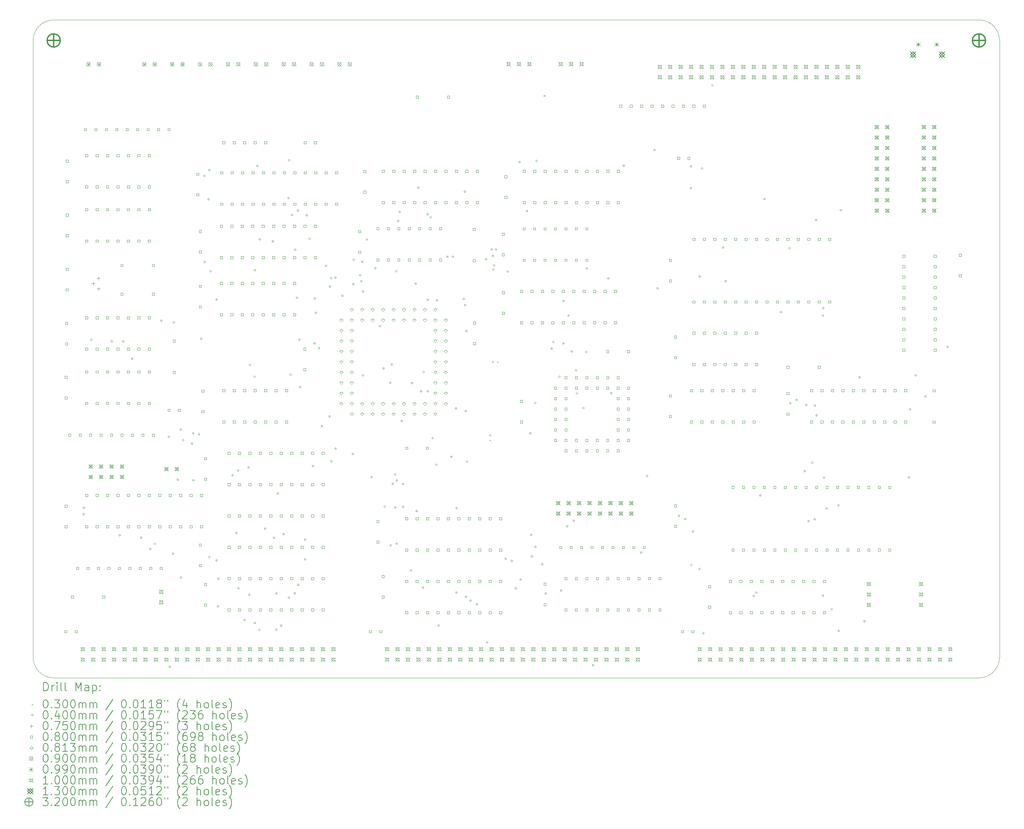
<source format=gbr>
%TF.GenerationSoftware,KiCad,Pcbnew,(6.0.11)*%
%TF.CreationDate,2024-11-04T08:13:33-06:00*%
%TF.ProjectId,processor.80C188,70726f63-6573-4736-9f72-2e3830433138,v0.8*%
%TF.SameCoordinates,Original*%
%TF.FileFunction,Drillmap*%
%TF.FilePolarity,Positive*%
%FSLAX45Y45*%
G04 Gerber Fmt 4.5, Leading zero omitted, Abs format (unit mm)*
G04 Created by KiCad (PCBNEW (6.0.11)) date 2024-11-04 08:13:33*
%MOMM*%
%LPD*%
G01*
G04 APERTURE LIST*
%ADD10C,0.050000*%
%ADD11C,0.200000*%
%ADD12C,0.030000*%
%ADD13C,0.040000*%
%ADD14C,0.075000*%
%ADD15C,0.080000*%
%ADD16C,0.081280*%
%ADD17C,0.090000*%
%ADD18C,0.099000*%
%ADD19C,0.100000*%
%ADD20C,0.130000*%
%ADD21C,0.320000*%
G04 APERTURE END LIST*
D10*
X3500000Y-7500000D02*
X3500000Y-22500000D01*
X4000000Y-23000000D02*
X26500000Y-23000000D01*
X27000000Y-22500000D02*
X27000000Y-7500000D01*
X26500000Y-7000000D02*
X4000000Y-7000000D01*
X26500000Y-23000000D02*
G75*
G03*
X27000000Y-22500000I0J500000D01*
G01*
X3500000Y-22500000D02*
G75*
G03*
X4000000Y-23000000I500000J0D01*
G01*
X4000000Y-7000000D02*
G75*
G03*
X3500000Y-7500000I0J-500000D01*
G01*
X27000000Y-7500000D02*
G75*
G03*
X26500000Y-7000000I-500000J0D01*
G01*
D11*
D12*
X14597500Y-17086500D02*
X14627500Y-17116500D01*
X14627500Y-17086500D02*
X14597500Y-17116500D01*
X14597500Y-17206500D02*
X14627500Y-17236500D01*
X14627500Y-17206500D02*
X14597500Y-17236500D01*
X14661000Y-15301500D02*
X14691000Y-15331500D01*
X14691000Y-15301500D02*
X14661000Y-15331500D01*
X14781000Y-15301500D02*
X14811000Y-15331500D01*
X14811000Y-15301500D02*
X14781000Y-15331500D01*
D13*
X4747530Y-19019730D02*
G75*
G03*
X4747530Y-19019730I-20000J0D01*
G01*
X4753880Y-18865310D02*
G75*
G03*
X4753880Y-18865310I-20000J0D01*
G01*
X4932520Y-14780180D02*
G75*
G03*
X4932520Y-14780180I-20000J0D01*
G01*
X5430590Y-14818630D02*
G75*
G03*
X5430590Y-14818630I-20000J0D01*
G01*
X5625070Y-19531810D02*
G75*
G03*
X5625070Y-19531810I-20000J0D01*
G01*
X5709000Y-14818630D02*
G75*
G03*
X5709000Y-14818630I-20000J0D01*
G01*
X5927530Y-15236270D02*
G75*
G03*
X5927530Y-15236270I-20000J0D01*
G01*
X6148340Y-19587630D02*
G75*
G03*
X6148340Y-19587630I-20000J0D01*
G01*
X6366430Y-19869380D02*
G75*
G03*
X6366430Y-19869380I-20000J0D01*
G01*
X6482780Y-19739850D02*
G75*
G03*
X6482780Y-19739850I-20000J0D01*
G01*
X6635630Y-14312570D02*
G75*
G03*
X6635630Y-14312570I-20000J0D01*
G01*
X6820890Y-17138950D02*
G75*
G03*
X6820890Y-17138950I-20000J0D01*
G01*
X6844230Y-22728280D02*
G75*
G03*
X6844230Y-22728280I-20000J0D01*
G01*
X6923650Y-19983720D02*
G75*
G03*
X6923650Y-19983720I-20000J0D01*
G01*
X6941080Y-14355380D02*
G75*
G03*
X6941080Y-14355380I-20000J0D01*
G01*
X7038270Y-18181660D02*
G75*
G03*
X7038270Y-18181660I-20000J0D01*
G01*
X7110800Y-16957970D02*
G75*
G03*
X7110800Y-16957970I-20000J0D01*
G01*
X7115240Y-20557660D02*
G75*
G03*
X7115240Y-20557660I-20000J0D01*
G01*
X7170040Y-17217810D02*
G75*
G03*
X7170040Y-17217810I-20000J0D01*
G01*
X7385550Y-17301650D02*
G75*
G03*
X7385550Y-17301650I-20000J0D01*
G01*
X7413820Y-17053860D02*
G75*
G03*
X7413820Y-17053860I-20000J0D01*
G01*
X7415090Y-18190510D02*
G75*
G03*
X7415090Y-18190510I-20000J0D01*
G01*
X7553560Y-17078310D02*
G75*
G03*
X7553560Y-17078310I-20000J0D01*
G01*
X7606570Y-14752090D02*
G75*
G03*
X7606570Y-14752090I-20000J0D01*
G01*
X7683680Y-10792790D02*
G75*
G03*
X7683680Y-10792790I-20000J0D01*
G01*
X7690850Y-12885760D02*
G75*
G03*
X7690850Y-12885760I-20000J0D01*
G01*
X7783200Y-11363180D02*
G75*
G03*
X7783200Y-11363180I-20000J0D01*
G01*
X7803920Y-20061590D02*
G75*
G03*
X7803920Y-20061590I-20000J0D01*
G01*
X7804690Y-10653520D02*
G75*
G03*
X7804690Y-10653520I-20000J0D01*
G01*
X7836700Y-13110240D02*
G75*
G03*
X7836700Y-13110240I-20000J0D01*
G01*
X7977700Y-20142500D02*
G75*
G03*
X7977700Y-20142500I-20000J0D01*
G01*
X7977820Y-13800440D02*
G75*
G03*
X7977820Y-13800440I-20000J0D01*
G01*
X8017160Y-21261650D02*
G75*
G03*
X8017160Y-21261650I-20000J0D01*
G01*
X8028500Y-20587000D02*
G75*
G03*
X8028500Y-20587000I-20000J0D01*
G01*
X8368270Y-18074890D02*
G75*
G03*
X8368270Y-18074890I-20000J0D01*
G01*
X8462210Y-19477240D02*
G75*
G03*
X8462210Y-19477240I-20000J0D01*
G01*
X8505140Y-17958660D02*
G75*
G03*
X8505140Y-17958660I-20000J0D01*
G01*
X8513840Y-20823020D02*
G75*
G03*
X8513840Y-20823020I-20000J0D01*
G01*
X8660960Y-21590300D02*
G75*
G03*
X8660960Y-21590300I-20000J0D01*
G01*
X8759050Y-17882540D02*
G75*
G03*
X8759050Y-17882540I-20000J0D01*
G01*
X8777800Y-20975620D02*
G75*
G03*
X8777800Y-20975620I-20000J0D01*
G01*
X8792890Y-15389850D02*
G75*
G03*
X8792890Y-15389850I-20000J0D01*
G01*
X8904390Y-15677110D02*
G75*
G03*
X8904390Y-15677110I-20000J0D01*
G01*
X8909880Y-21666500D02*
G75*
G03*
X8909880Y-21666500I-20000J0D01*
G01*
X8915130Y-13084280D02*
G75*
G03*
X8915130Y-13084280I-20000J0D01*
G01*
X8973140Y-10548830D02*
G75*
G03*
X8973140Y-10548830I-20000J0D01*
G01*
X9021640Y-21831600D02*
G75*
G03*
X9021640Y-21831600I-20000J0D01*
G01*
X9030670Y-12335190D02*
G75*
G03*
X9030670Y-12335190I-20000J0D01*
G01*
X9160990Y-19371370D02*
G75*
G03*
X9160990Y-19371370I-20000J0D01*
G01*
X9348920Y-12381260D02*
G75*
G03*
X9348920Y-12381260I-20000J0D01*
G01*
X9374420Y-19593720D02*
G75*
G03*
X9374420Y-19593720I-20000J0D01*
G01*
X9433775Y-20947025D02*
G75*
G03*
X9433775Y-20947025I-20000J0D01*
G01*
X9433775Y-21827175D02*
G75*
G03*
X9433775Y-21827175I-20000J0D01*
G01*
X9470040Y-18519560D02*
G75*
G03*
X9470040Y-18519560I-20000J0D01*
G01*
X9552500Y-21730000D02*
G75*
G03*
X9552500Y-21730000I-20000J0D01*
G01*
X9611720Y-19505130D02*
G75*
G03*
X9611720Y-19505130I-20000J0D01*
G01*
X9728240Y-11333390D02*
G75*
G03*
X9728240Y-11333390I-20000J0D01*
G01*
X9739460Y-21050560D02*
G75*
G03*
X9739460Y-21050560I-20000J0D01*
G01*
X9743260Y-10411130D02*
G75*
G03*
X9743260Y-10411130I-20000J0D01*
G01*
X9785630Y-15625270D02*
G75*
G03*
X9785630Y-15625270I-20000J0D01*
G01*
X9817250Y-11742320D02*
G75*
G03*
X9817250Y-11742320I-20000J0D01*
G01*
X9881310Y-20945480D02*
G75*
G03*
X9881310Y-20945480I-20000J0D01*
G01*
X9896020Y-12592640D02*
G75*
G03*
X9896020Y-12592640I-20000J0D01*
G01*
X9934650Y-13759210D02*
G75*
G03*
X9934650Y-13759210I-20000J0D01*
G01*
X9958440Y-11641140D02*
G75*
G03*
X9958440Y-11641140I-20000J0D01*
G01*
X9966250Y-20738510D02*
G75*
G03*
X9966250Y-20738510I-20000J0D01*
G01*
X9997490Y-14776980D02*
G75*
G03*
X9997490Y-14776980I-20000J0D01*
G01*
X10013400Y-15924470D02*
G75*
G03*
X10013400Y-15924470I-20000J0D01*
G01*
X10132090Y-19637380D02*
G75*
G03*
X10132090Y-19637380I-20000J0D01*
G01*
X10132300Y-20118420D02*
G75*
G03*
X10132300Y-20118420I-20000J0D01*
G01*
X10173910Y-11752950D02*
G75*
G03*
X10173910Y-11752950I-20000J0D01*
G01*
X10242660Y-12325250D02*
G75*
G03*
X10242660Y-12325250I-20000J0D01*
G01*
X10324630Y-17848980D02*
G75*
G03*
X10324630Y-17848980I-20000J0D01*
G01*
X10365540Y-14863310D02*
G75*
G03*
X10365540Y-14863310I-20000J0D01*
G01*
X10367480Y-13775050D02*
G75*
G03*
X10367480Y-13775050I-20000J0D01*
G01*
X10395580Y-14122720D02*
G75*
G03*
X10395580Y-14122720I-20000J0D01*
G01*
X10476620Y-14984100D02*
G75*
G03*
X10476620Y-14984100I-20000J0D01*
G01*
X10542960Y-16881340D02*
G75*
G03*
X10542960Y-16881340I-20000J0D01*
G01*
X10641250Y-12978810D02*
G75*
G03*
X10641250Y-12978810I-20000J0D01*
G01*
X10727440Y-16644470D02*
G75*
G03*
X10727440Y-16644470I-20000J0D01*
G01*
X10735400Y-13483140D02*
G75*
G03*
X10735400Y-13483140I-20000J0D01*
G01*
X10768220Y-13280580D02*
G75*
G03*
X10768220Y-13280580I-20000J0D01*
G01*
X10772470Y-17736030D02*
G75*
G03*
X10772470Y-17736030I-20000J0D01*
G01*
X10872920Y-13263630D02*
G75*
G03*
X10872920Y-13263630I-20000J0D01*
G01*
X10877520Y-17423050D02*
G75*
G03*
X10877520Y-17423050I-20000J0D01*
G01*
X11041460Y-13709070D02*
G75*
G03*
X11041460Y-13709070I-20000J0D01*
G01*
X11293210Y-17554980D02*
G75*
G03*
X11293210Y-17554980I-20000J0D01*
G01*
X11303500Y-13426890D02*
G75*
G03*
X11303500Y-13426890I-20000J0D01*
G01*
X11317650Y-12833010D02*
G75*
G03*
X11317650Y-12833010I-20000J0D01*
G01*
X11469320Y-13207010D02*
G75*
G03*
X11469320Y-13207010I-20000J0D01*
G01*
X11501920Y-13352040D02*
G75*
G03*
X11501920Y-13352040I-20000J0D01*
G01*
X11521610Y-12884000D02*
G75*
G03*
X11521610Y-12884000I-20000J0D01*
G01*
X11537290Y-15644500D02*
G75*
G03*
X11537290Y-15644500I-20000J0D01*
G01*
X11542650Y-13604360D02*
G75*
G03*
X11542650Y-13604360I-20000J0D01*
G01*
X11636680Y-12340580D02*
G75*
G03*
X11636680Y-12340580I-20000J0D01*
G01*
X11751560Y-18120970D02*
G75*
G03*
X11751560Y-18120970I-20000J0D01*
G01*
X11843400Y-13039570D02*
G75*
G03*
X11843400Y-13039570I-20000J0D01*
G01*
X11953990Y-14444080D02*
G75*
G03*
X11953990Y-14444080I-20000J0D01*
G01*
X12041780Y-15471150D02*
G75*
G03*
X12041780Y-15471150I-20000J0D01*
G01*
X12069190Y-18834990D02*
G75*
G03*
X12069190Y-18834990I-20000J0D01*
G01*
X12204390Y-15825600D02*
G75*
G03*
X12204390Y-15825600I-20000J0D01*
G01*
X12212580Y-19778220D02*
G75*
G03*
X12212580Y-19778220I-20000J0D01*
G01*
X12240350Y-15379160D02*
G75*
G03*
X12240350Y-15379160I-20000J0D01*
G01*
X12266080Y-18280310D02*
G75*
G03*
X12266080Y-18280310I-20000J0D01*
G01*
X12322980Y-18056160D02*
G75*
G03*
X12322980Y-18056160I-20000J0D01*
G01*
X12328140Y-18854990D02*
G75*
G03*
X12328140Y-18854990I-20000J0D01*
G01*
X12350700Y-13112080D02*
G75*
G03*
X12350700Y-13112080I-20000J0D01*
G01*
X12359630Y-19734990D02*
G75*
G03*
X12359630Y-19734990I-20000J0D01*
G01*
X12360430Y-18201760D02*
G75*
G03*
X12360430Y-18201760I-20000J0D01*
G01*
X12395900Y-11890780D02*
G75*
G03*
X12395900Y-11890780I-20000J0D01*
G01*
X12431060Y-11668050D02*
G75*
G03*
X12431060Y-11668050I-20000J0D01*
G01*
X12481580Y-16750170D02*
G75*
G03*
X12481580Y-16750170I-20000J0D01*
G01*
X12516650Y-18284030D02*
G75*
G03*
X12516650Y-18284030I-20000J0D01*
G01*
X12519420Y-18838530D02*
G75*
G03*
X12519420Y-18838530I-20000J0D01*
G01*
X12707750Y-20387860D02*
G75*
G03*
X12707750Y-20387860I-20000J0D01*
G01*
X12733940Y-15829950D02*
G75*
G03*
X12733940Y-15829950I-20000J0D01*
G01*
X12822230Y-13411360D02*
G75*
G03*
X12822230Y-13411360I-20000J0D01*
G01*
X12845550Y-18943270D02*
G75*
G03*
X12845550Y-18943270I-20000J0D01*
G01*
X12887260Y-11077030D02*
G75*
G03*
X12887260Y-11077030I-20000J0D01*
G01*
X12954560Y-16032740D02*
G75*
G03*
X12954560Y-16032740I-20000J0D01*
G01*
X13002270Y-20802010D02*
G75*
G03*
X13002270Y-20802010I-20000J0D01*
G01*
X13018450Y-15559390D02*
G75*
G03*
X13018450Y-15559390I-20000J0D01*
G01*
X13112370Y-11727550D02*
G75*
G03*
X13112370Y-11727550I-20000J0D01*
G01*
X13116830Y-16030160D02*
G75*
G03*
X13116830Y-16030160I-20000J0D01*
G01*
X13117790Y-13807860D02*
G75*
G03*
X13117790Y-13807860I-20000J0D01*
G01*
X13186970Y-11800060D02*
G75*
G03*
X13186970Y-11800060I-20000J0D01*
G01*
X13236330Y-17169510D02*
G75*
G03*
X13236330Y-17169510I-20000J0D01*
G01*
X13324570Y-17819290D02*
G75*
G03*
X13324570Y-17819290I-20000J0D01*
G01*
X13339180Y-13820680D02*
G75*
G03*
X13339180Y-13820680I-20000J0D01*
G01*
X13380540Y-21726480D02*
G75*
G03*
X13380540Y-21726480I-20000J0D01*
G01*
X13595380Y-12761790D02*
G75*
G03*
X13595380Y-12761790I-20000J0D01*
G01*
X13692320Y-17626600D02*
G75*
G03*
X13692320Y-17626600I-20000J0D01*
G01*
X13727260Y-12761690D02*
G75*
G03*
X13727260Y-12761690I-20000J0D01*
G01*
X13803020Y-16448620D02*
G75*
G03*
X13803020Y-16448620I-20000J0D01*
G01*
X13810800Y-20923430D02*
G75*
G03*
X13810800Y-20923430I-20000J0D01*
G01*
X13817700Y-18874320D02*
G75*
G03*
X13817700Y-18874320I-20000J0D01*
G01*
X13994100Y-13783140D02*
G75*
G03*
X13994100Y-13783140I-20000J0D01*
G01*
X14016790Y-11175450D02*
G75*
G03*
X14016790Y-11175450I-20000J0D01*
G01*
X14025730Y-13934390D02*
G75*
G03*
X14025730Y-13934390I-20000J0D01*
G01*
X14042050Y-16511050D02*
G75*
G03*
X14042050Y-16511050I-20000J0D01*
G01*
X14048340Y-21026250D02*
G75*
G03*
X14048340Y-21026250I-20000J0D01*
G01*
X14057720Y-14564870D02*
G75*
G03*
X14057720Y-14564870I-20000J0D01*
G01*
X14067930Y-17741680D02*
G75*
G03*
X14067930Y-17741680I-20000J0D01*
G01*
X14158690Y-21121020D02*
G75*
G03*
X14158690Y-21121020I-20000J0D01*
G01*
X14311390Y-21210080D02*
G75*
G03*
X14311390Y-21210080I-20000J0D01*
G01*
X14536460Y-12819920D02*
G75*
G03*
X14536460Y-12819920I-20000J0D01*
G01*
X14558240Y-22138200D02*
G75*
G03*
X14558240Y-22138200I-20000J0D01*
G01*
X14672130Y-12583530D02*
G75*
G03*
X14672130Y-12583530I-20000J0D01*
G01*
X14698690Y-12739250D02*
G75*
G03*
X14698690Y-12739250I-20000J0D01*
G01*
X14712010Y-13068500D02*
G75*
G03*
X14712010Y-13068500I-20000J0D01*
G01*
X14728080Y-12968470D02*
G75*
G03*
X14728080Y-12968470I-20000J0D01*
G01*
X14776540Y-12583950D02*
G75*
G03*
X14776540Y-12583950I-20000J0D01*
G01*
X15010080Y-20106150D02*
G75*
G03*
X15010080Y-20106150I-20000J0D01*
G01*
X15061090Y-13119710D02*
G75*
G03*
X15061090Y-13119710I-20000J0D01*
G01*
X15158860Y-20152280D02*
G75*
G03*
X15158860Y-20152280I-20000J0D01*
G01*
X15257800Y-20825760D02*
G75*
G03*
X15257800Y-20825760I-20000J0D01*
G01*
X15348370Y-10456390D02*
G75*
G03*
X15348370Y-10456390I-20000J0D01*
G01*
X15373700Y-20607310D02*
G75*
G03*
X15373700Y-20607310I-20000J0D01*
G01*
X15529520Y-11646020D02*
G75*
G03*
X15529520Y-11646020I-20000J0D01*
G01*
X15610310Y-17054040D02*
G75*
G03*
X15610310Y-17054040I-20000J0D01*
G01*
X15630960Y-19523290D02*
G75*
G03*
X15630960Y-19523290I-20000J0D01*
G01*
X15649310Y-20044650D02*
G75*
G03*
X15649310Y-20044650I-20000J0D01*
G01*
X15728120Y-16312030D02*
G75*
G03*
X15728120Y-16312030I-20000J0D01*
G01*
X15735240Y-19811350D02*
G75*
G03*
X15735240Y-19811350I-20000J0D01*
G01*
X15763040Y-10426660D02*
G75*
G03*
X15763040Y-10426660I-20000J0D01*
G01*
X15899380Y-20236190D02*
G75*
G03*
X15899380Y-20236190I-20000J0D01*
G01*
X15955440Y-8850500D02*
G75*
G03*
X15955440Y-8850500I-20000J0D01*
G01*
X15985110Y-20947380D02*
G75*
G03*
X15985110Y-20947380I-20000J0D01*
G01*
X16129200Y-14989970D02*
G75*
G03*
X16129200Y-14989970I-20000J0D01*
G01*
X16166420Y-14830100D02*
G75*
G03*
X16166420Y-14830100I-20000J0D01*
G01*
X16320310Y-15677110D02*
G75*
G03*
X16320310Y-15677110I-20000J0D01*
G01*
X16360040Y-20874750D02*
G75*
G03*
X16360040Y-20874750I-20000J0D01*
G01*
X16416390Y-13836740D02*
G75*
G03*
X16416390Y-13836740I-20000J0D01*
G01*
X16416390Y-14867320D02*
G75*
G03*
X16416390Y-14867320I-20000J0D01*
G01*
X16507130Y-19314590D02*
G75*
G03*
X16507130Y-19314590I-20000J0D01*
G01*
X16538000Y-14189330D02*
G75*
G03*
X16538000Y-14189330I-20000J0D01*
G01*
X16615850Y-15062480D02*
G75*
G03*
X16615850Y-15062480I-20000J0D01*
G01*
X16667720Y-19177700D02*
G75*
G03*
X16667720Y-19177700I-20000J0D01*
G01*
X16725460Y-15522450D02*
G75*
G03*
X16725460Y-15522450I-20000J0D01*
G01*
X16743540Y-16082870D02*
G75*
G03*
X16743540Y-16082870I-20000J0D01*
G01*
X16899840Y-16438730D02*
G75*
G03*
X16899840Y-16438730I-20000J0D01*
G01*
X16973770Y-15075190D02*
G75*
G03*
X16973770Y-15075190I-20000J0D01*
G01*
X16985950Y-13044070D02*
G75*
G03*
X16985950Y-13044070I-20000J0D01*
G01*
X17133460Y-22691120D02*
G75*
G03*
X17133460Y-22691120I-20000J0D01*
G01*
X17507160Y-13285660D02*
G75*
G03*
X17507160Y-13285660I-20000J0D01*
G01*
X17578190Y-16078500D02*
G75*
G03*
X17578190Y-16078500I-20000J0D01*
G01*
X17881920Y-10544840D02*
G75*
G03*
X17881920Y-10544840I-20000J0D01*
G01*
X18306840Y-19954160D02*
G75*
G03*
X18306840Y-19954160I-20000J0D01*
G01*
X18448150Y-18089400D02*
G75*
G03*
X18448150Y-18089400I-20000J0D01*
G01*
X18628470Y-10162350D02*
G75*
G03*
X18628470Y-10162350I-20000J0D01*
G01*
X18702510Y-13526920D02*
G75*
G03*
X18702510Y-13526920I-20000J0D01*
G01*
X19227900Y-19060530D02*
G75*
G03*
X19227900Y-19060530I-20000J0D01*
G01*
X19377260Y-19134510D02*
G75*
G03*
X19377260Y-19134510I-20000J0D01*
G01*
X19512630Y-11091290D02*
G75*
G03*
X19512630Y-11091290I-20000J0D01*
G01*
X19514320Y-10564870D02*
G75*
G03*
X19514320Y-10564870I-20000J0D01*
G01*
X19522470Y-20256430D02*
G75*
G03*
X19522470Y-20256430I-20000J0D01*
G01*
X19562840Y-19440980D02*
G75*
G03*
X19562840Y-19440980I-20000J0D01*
G01*
X19723060Y-20349410D02*
G75*
G03*
X19723060Y-20349410I-20000J0D01*
G01*
X19727530Y-13236350D02*
G75*
G03*
X19727530Y-13236350I-20000J0D01*
G01*
X19783560Y-10613320D02*
G75*
G03*
X19783560Y-10613320I-20000J0D01*
G01*
X19817880Y-21910350D02*
G75*
G03*
X19817880Y-21910350I-20000J0D01*
G01*
X20036290Y-8590580D02*
G75*
G03*
X20036290Y-8590580I-20000J0D01*
G01*
X20297400Y-12538020D02*
G75*
G03*
X20297400Y-12538020I-20000J0D01*
G01*
X20358150Y-13353970D02*
G75*
G03*
X20358150Y-13353970I-20000J0D01*
G01*
X21044400Y-21006700D02*
G75*
G03*
X21044400Y-21006700I-20000J0D01*
G01*
X21106070Y-20926930D02*
G75*
G03*
X21106070Y-20926930I-20000J0D01*
G01*
X21201680Y-18567180D02*
G75*
G03*
X21201680Y-18567180I-20000J0D01*
G01*
X21304090Y-11355360D02*
G75*
G03*
X21304090Y-11355360I-20000J0D01*
G01*
X21704850Y-14106840D02*
G75*
G03*
X21704850Y-14106840I-20000J0D01*
G01*
X21907610Y-12552870D02*
G75*
G03*
X21907610Y-12552870I-20000J0D01*
G01*
X21932550Y-16323770D02*
G75*
G03*
X21932550Y-16323770I-20000J0D01*
G01*
X22086590Y-16240180D02*
G75*
G03*
X22086590Y-16240180I-20000J0D01*
G01*
X22283870Y-17973140D02*
G75*
G03*
X22283870Y-17973140I-20000J0D01*
G01*
X22323770Y-16369090D02*
G75*
G03*
X22323770Y-16369090I-20000J0D01*
G01*
X22377450Y-19187620D02*
G75*
G03*
X22377450Y-19187620I-20000J0D01*
G01*
X22467520Y-17767460D02*
G75*
G03*
X22467520Y-17767460I-20000J0D01*
G01*
X22523910Y-19145200D02*
G75*
G03*
X22523910Y-19145200I-20000J0D01*
G01*
X22533770Y-16374500D02*
G75*
G03*
X22533770Y-16374500I-20000J0D01*
G01*
X22557260Y-11869350D02*
G75*
G03*
X22557260Y-11869350I-20000J0D01*
G01*
X22570500Y-16615690D02*
G75*
G03*
X22570500Y-16615690I-20000J0D01*
G01*
X22727160Y-14189770D02*
G75*
G03*
X22727160Y-14189770I-20000J0D01*
G01*
X22728700Y-20999800D02*
G75*
G03*
X22728700Y-20999800I-20000J0D01*
G01*
X22734730Y-14009020D02*
G75*
G03*
X22734730Y-14009020I-20000J0D01*
G01*
X22750020Y-18132250D02*
G75*
G03*
X22750020Y-18132250I-20000J0D01*
G01*
X22818400Y-18881110D02*
G75*
G03*
X22818400Y-18881110I-20000J0D01*
G01*
X22942430Y-21331630D02*
G75*
G03*
X22942430Y-21331630I-20000J0D01*
G01*
X23102330Y-18803550D02*
G75*
G03*
X23102330Y-18803550I-20000J0D01*
G01*
X23109680Y-21855790D02*
G75*
G03*
X23109680Y-21855790I-20000J0D01*
G01*
X23160030Y-11624460D02*
G75*
G03*
X23160030Y-11624460I-20000J0D01*
G01*
X23615140Y-15696530D02*
G75*
G03*
X23615140Y-15696530I-20000J0D01*
G01*
X23733670Y-21623740D02*
G75*
G03*
X23733670Y-21623740I-20000J0D01*
G01*
X24815040Y-18125750D02*
G75*
G03*
X24815040Y-18125750I-20000J0D01*
G01*
X24845620Y-16466220D02*
G75*
G03*
X24845620Y-16466220I-20000J0D01*
G01*
X24979920Y-15645370D02*
G75*
G03*
X24979920Y-15645370I-20000J0D01*
G01*
X25217920Y-16156640D02*
G75*
G03*
X25217920Y-16156640I-20000J0D01*
G01*
X25757620Y-14951540D02*
G75*
G03*
X25757620Y-14951540I-20000J0D01*
G01*
D14*
X4960500Y-13374000D02*
X4960500Y-13449000D01*
X4923000Y-13411500D02*
X4998000Y-13411500D01*
X5087500Y-13247000D02*
X5087500Y-13322000D01*
X5050000Y-13284500D02*
X5125000Y-13284500D01*
X5087500Y-13501000D02*
X5087500Y-13576000D01*
X5050000Y-13538500D02*
X5125000Y-13538500D01*
D15*
X4321245Y-21903285D02*
X4321245Y-21846716D01*
X4264676Y-21846716D01*
X4264676Y-21903285D01*
X4321245Y-21903285D01*
X4328285Y-15718284D02*
X4328285Y-15661715D01*
X4271716Y-15661715D01*
X4271716Y-15718284D01*
X4328285Y-15718284D01*
X4328285Y-16218284D02*
X4328285Y-16161715D01*
X4271716Y-16161715D01*
X4271716Y-16218284D01*
X4328285Y-16218284D01*
X4328285Y-18848285D02*
X4328285Y-18791716D01*
X4271716Y-18791716D01*
X4271716Y-18848285D01*
X4328285Y-18848285D01*
X4328285Y-19348285D02*
X4328285Y-19291716D01*
X4271716Y-19291716D01*
X4271716Y-19348285D01*
X4328285Y-19348285D01*
X4340785Y-14403534D02*
X4340785Y-14346965D01*
X4284216Y-14346965D01*
X4284216Y-14403534D01*
X4340785Y-14403534D01*
X4340785Y-14903534D02*
X4340785Y-14846965D01*
X4284216Y-14846965D01*
X4284216Y-14903534D01*
X4340785Y-14903534D01*
X4353785Y-10459285D02*
X4353785Y-10402716D01*
X4297216Y-10402716D01*
X4297216Y-10459285D01*
X4353785Y-10459285D01*
X4353785Y-10959285D02*
X4353785Y-10902716D01*
X4297216Y-10902716D01*
X4297216Y-10959285D01*
X4353785Y-10959285D01*
X4353785Y-11774034D02*
X4353785Y-11717465D01*
X4297216Y-11717465D01*
X4297216Y-11774034D01*
X4353785Y-11774034D01*
X4353785Y-12274034D02*
X4353785Y-12217465D01*
X4297216Y-12217465D01*
X4297216Y-12274034D01*
X4353785Y-12274034D01*
X4353785Y-13088784D02*
X4353785Y-13032215D01*
X4297216Y-13032215D01*
X4297216Y-13088784D01*
X4353785Y-13088784D01*
X4353785Y-13588784D02*
X4353785Y-13532215D01*
X4297216Y-13532215D01*
X4297216Y-13588784D01*
X4353785Y-13588784D01*
X4415785Y-17122785D02*
X4415785Y-17066216D01*
X4359216Y-17066216D01*
X4359216Y-17122785D01*
X4415785Y-17122785D01*
X4480785Y-21059785D02*
X4480785Y-21003216D01*
X4424216Y-21003216D01*
X4424216Y-21059785D01*
X4480785Y-21059785D01*
X4571245Y-21903285D02*
X4571245Y-21846716D01*
X4514676Y-21846716D01*
X4514676Y-21903285D01*
X4571245Y-21903285D01*
X4607785Y-20361285D02*
X4607785Y-20304716D01*
X4551216Y-20304716D01*
X4551216Y-20361285D01*
X4607785Y-20361285D01*
X4669785Y-17122785D02*
X4669785Y-17066216D01*
X4613216Y-17066216D01*
X4613216Y-17122785D01*
X4669785Y-17122785D01*
X4796785Y-9693285D02*
X4796785Y-9636716D01*
X4740216Y-9636716D01*
X4740216Y-9693285D01*
X4796785Y-9693285D01*
X4828285Y-10327285D02*
X4828285Y-10270716D01*
X4771716Y-10270716D01*
X4771716Y-10327285D01*
X4828285Y-10327285D01*
X4828285Y-11089285D02*
X4828285Y-11032716D01*
X4771716Y-11032716D01*
X4771716Y-11089285D01*
X4828285Y-11089285D01*
X4828285Y-11642034D02*
X4828285Y-11585465D01*
X4771716Y-11585465D01*
X4771716Y-11642034D01*
X4828285Y-11642034D01*
X4828285Y-12404034D02*
X4828285Y-12347465D01*
X4771716Y-12347465D01*
X4771716Y-12404034D01*
X4828285Y-12404034D01*
X4828285Y-14271534D02*
X4828285Y-14214965D01*
X4771716Y-14214965D01*
X4771716Y-14271534D01*
X4828285Y-14271534D01*
X4828285Y-15033534D02*
X4828285Y-14976965D01*
X4771716Y-14976965D01*
X4771716Y-15033534D01*
X4828285Y-15033534D01*
X4828285Y-15586284D02*
X4828285Y-15529715D01*
X4771716Y-15529715D01*
X4771716Y-15586284D01*
X4828285Y-15586284D01*
X4828285Y-16348284D02*
X4828285Y-16291715D01*
X4771716Y-16291715D01*
X4771716Y-16348284D01*
X4828285Y-16348284D01*
X4828285Y-18586285D02*
X4828285Y-18529716D01*
X4771716Y-18529716D01*
X4771716Y-18586285D01*
X4828285Y-18586285D01*
X4828285Y-19348285D02*
X4828285Y-19291716D01*
X4771716Y-19291716D01*
X4771716Y-19348285D01*
X4828285Y-19348285D01*
X4861785Y-20361285D02*
X4861785Y-20304716D01*
X4805216Y-20304716D01*
X4805216Y-20361285D01*
X4861785Y-20361285D01*
X4923785Y-17122785D02*
X4923785Y-17066216D01*
X4867216Y-17066216D01*
X4867216Y-17122785D01*
X4923785Y-17122785D01*
X5050785Y-9693285D02*
X5050785Y-9636716D01*
X4994216Y-9636716D01*
X4994216Y-9693285D01*
X5050785Y-9693285D01*
X5082285Y-10327285D02*
X5082285Y-10270716D01*
X5025716Y-10270716D01*
X5025716Y-10327285D01*
X5082285Y-10327285D01*
X5082285Y-11089285D02*
X5082285Y-11032716D01*
X5025716Y-11032716D01*
X5025716Y-11089285D01*
X5082285Y-11089285D01*
X5082285Y-11642034D02*
X5082285Y-11585465D01*
X5025716Y-11585465D01*
X5025716Y-11642034D01*
X5082285Y-11642034D01*
X5082285Y-12404034D02*
X5082285Y-12347465D01*
X5025716Y-12347465D01*
X5025716Y-12404034D01*
X5082285Y-12404034D01*
X5082285Y-14271534D02*
X5082285Y-14214965D01*
X5025716Y-14214965D01*
X5025716Y-14271534D01*
X5082285Y-14271534D01*
X5082285Y-15033534D02*
X5082285Y-14976965D01*
X5025716Y-14976965D01*
X5025716Y-15033534D01*
X5082285Y-15033534D01*
X5082285Y-15586284D02*
X5082285Y-15529715D01*
X5025716Y-15529715D01*
X5025716Y-15586284D01*
X5082285Y-15586284D01*
X5082285Y-16348284D02*
X5082285Y-16291715D01*
X5025716Y-16291715D01*
X5025716Y-16348284D01*
X5082285Y-16348284D01*
X5082285Y-18586285D02*
X5082285Y-18529716D01*
X5025716Y-18529716D01*
X5025716Y-18586285D01*
X5082285Y-18586285D01*
X5082285Y-19348285D02*
X5082285Y-19291716D01*
X5025716Y-19291716D01*
X5025716Y-19348285D01*
X5082285Y-19348285D01*
X5115785Y-20361285D02*
X5115785Y-20304716D01*
X5059216Y-20304716D01*
X5059216Y-20361285D01*
X5115785Y-20361285D01*
X5177785Y-17122785D02*
X5177785Y-17066216D01*
X5121216Y-17066216D01*
X5121216Y-17122785D01*
X5177785Y-17122785D01*
X5242785Y-21059785D02*
X5242785Y-21003216D01*
X5186216Y-21003216D01*
X5186216Y-21059785D01*
X5242785Y-21059785D01*
X5304785Y-9693285D02*
X5304785Y-9636716D01*
X5248216Y-9636716D01*
X5248216Y-9693285D01*
X5304785Y-9693285D01*
X5336285Y-10327285D02*
X5336285Y-10270716D01*
X5279716Y-10270716D01*
X5279716Y-10327285D01*
X5336285Y-10327285D01*
X5336285Y-11089285D02*
X5336285Y-11032716D01*
X5279716Y-11032716D01*
X5279716Y-11089285D01*
X5336285Y-11089285D01*
X5336285Y-11642034D02*
X5336285Y-11585465D01*
X5279716Y-11585465D01*
X5279716Y-11642034D01*
X5336285Y-11642034D01*
X5336285Y-12404034D02*
X5336285Y-12347465D01*
X5279716Y-12347465D01*
X5279716Y-12404034D01*
X5336285Y-12404034D01*
X5336285Y-14271534D02*
X5336285Y-14214965D01*
X5279716Y-14214965D01*
X5279716Y-14271534D01*
X5336285Y-14271534D01*
X5336285Y-15033534D02*
X5336285Y-14976965D01*
X5279716Y-14976965D01*
X5279716Y-15033534D01*
X5336285Y-15033534D01*
X5336285Y-15586284D02*
X5336285Y-15529715D01*
X5279716Y-15529715D01*
X5279716Y-15586284D01*
X5336285Y-15586284D01*
X5336285Y-16348284D02*
X5336285Y-16291715D01*
X5279716Y-16291715D01*
X5279716Y-16348284D01*
X5336285Y-16348284D01*
X5336285Y-18586285D02*
X5336285Y-18529716D01*
X5279716Y-18529716D01*
X5279716Y-18586285D01*
X5336285Y-18586285D01*
X5336285Y-19348285D02*
X5336285Y-19291716D01*
X5279716Y-19291716D01*
X5279716Y-19348285D01*
X5336285Y-19348285D01*
X5369785Y-20361285D02*
X5369785Y-20304716D01*
X5313216Y-20304716D01*
X5313216Y-20361285D01*
X5369785Y-20361285D01*
X5431785Y-17122785D02*
X5431785Y-17066216D01*
X5375216Y-17066216D01*
X5375216Y-17122785D01*
X5431785Y-17122785D01*
X5558785Y-9693285D02*
X5558785Y-9636716D01*
X5502216Y-9636716D01*
X5502216Y-9693285D01*
X5558785Y-9693285D01*
X5590285Y-10327285D02*
X5590285Y-10270716D01*
X5533716Y-10270716D01*
X5533716Y-10327285D01*
X5590285Y-10327285D01*
X5590285Y-11089285D02*
X5590285Y-11032716D01*
X5533716Y-11032716D01*
X5533716Y-11089285D01*
X5590285Y-11089285D01*
X5590285Y-11642034D02*
X5590285Y-11585465D01*
X5533716Y-11585465D01*
X5533716Y-11642034D01*
X5590285Y-11642034D01*
X5590285Y-12404034D02*
X5590285Y-12347465D01*
X5533716Y-12347465D01*
X5533716Y-12404034D01*
X5590285Y-12404034D01*
X5590285Y-14271534D02*
X5590285Y-14214965D01*
X5533716Y-14214965D01*
X5533716Y-14271534D01*
X5590285Y-14271534D01*
X5590285Y-15033534D02*
X5590285Y-14976965D01*
X5533716Y-14976965D01*
X5533716Y-15033534D01*
X5590285Y-15033534D01*
X5590285Y-15586284D02*
X5590285Y-15529715D01*
X5533716Y-15529715D01*
X5533716Y-15586284D01*
X5590285Y-15586284D01*
X5590285Y-16348284D02*
X5590285Y-16291715D01*
X5533716Y-16291715D01*
X5533716Y-16348284D01*
X5590285Y-16348284D01*
X5590285Y-18586285D02*
X5590285Y-18529716D01*
X5533716Y-18529716D01*
X5533716Y-18586285D01*
X5590285Y-18586285D01*
X5590285Y-19348285D02*
X5590285Y-19291716D01*
X5533716Y-19291716D01*
X5533716Y-19348285D01*
X5590285Y-19348285D01*
X5623784Y-20361285D02*
X5623784Y-20304716D01*
X5567216Y-20304716D01*
X5567216Y-20361285D01*
X5623784Y-20361285D01*
X5685784Y-17122785D02*
X5685784Y-17066216D01*
X5629215Y-17066216D01*
X5629215Y-17122785D01*
X5685784Y-17122785D01*
X5687284Y-12995284D02*
X5687284Y-12938715D01*
X5630715Y-12938715D01*
X5630715Y-12995284D01*
X5687284Y-12995284D01*
X5687284Y-13693784D02*
X5687284Y-13637215D01*
X5630715Y-13637215D01*
X5630715Y-13693784D01*
X5687284Y-13693784D01*
X5812784Y-9693285D02*
X5812784Y-9636716D01*
X5756215Y-9636716D01*
X5756215Y-9693285D01*
X5812784Y-9693285D01*
X5844284Y-10327285D02*
X5844284Y-10270716D01*
X5787715Y-10270716D01*
X5787715Y-10327285D01*
X5844284Y-10327285D01*
X5844284Y-11089285D02*
X5844284Y-11032716D01*
X5787715Y-11032716D01*
X5787715Y-11089285D01*
X5844284Y-11089285D01*
X5844284Y-11642034D02*
X5844284Y-11585465D01*
X5787715Y-11585465D01*
X5787715Y-11642034D01*
X5844284Y-11642034D01*
X5844284Y-12404034D02*
X5844284Y-12347465D01*
X5787715Y-12347465D01*
X5787715Y-12404034D01*
X5844284Y-12404034D01*
X5844284Y-14271534D02*
X5844284Y-14214965D01*
X5787715Y-14214965D01*
X5787715Y-14271534D01*
X5844284Y-14271534D01*
X5844284Y-15033534D02*
X5844284Y-14976965D01*
X5787715Y-14976965D01*
X5787715Y-15033534D01*
X5844284Y-15033534D01*
X5844284Y-15586284D02*
X5844284Y-15529715D01*
X5787715Y-15529715D01*
X5787715Y-15586284D01*
X5844284Y-15586284D01*
X5844284Y-16348284D02*
X5844284Y-16291715D01*
X5787715Y-16291715D01*
X5787715Y-16348284D01*
X5844284Y-16348284D01*
X5844284Y-18586285D02*
X5844284Y-18529716D01*
X5787715Y-18529716D01*
X5787715Y-18586285D01*
X5844284Y-18586285D01*
X5844284Y-19348285D02*
X5844284Y-19291716D01*
X5787715Y-19291716D01*
X5787715Y-19348285D01*
X5844284Y-19348285D01*
X5877784Y-20361285D02*
X5877784Y-20304716D01*
X5821215Y-20304716D01*
X5821215Y-20361285D01*
X5877784Y-20361285D01*
X5939784Y-17122785D02*
X5939784Y-17066216D01*
X5883215Y-17066216D01*
X5883215Y-17122785D01*
X5939784Y-17122785D01*
X6066784Y-9693285D02*
X6066784Y-9636716D01*
X6010215Y-9636716D01*
X6010215Y-9693285D01*
X6066784Y-9693285D01*
X6098284Y-10327285D02*
X6098284Y-10270716D01*
X6041715Y-10270716D01*
X6041715Y-10327285D01*
X6098284Y-10327285D01*
X6098284Y-11089285D02*
X6098284Y-11032716D01*
X6041715Y-11032716D01*
X6041715Y-11089285D01*
X6098284Y-11089285D01*
X6098284Y-11642034D02*
X6098284Y-11585465D01*
X6041715Y-11585465D01*
X6041715Y-11642034D01*
X6098284Y-11642034D01*
X6098284Y-12404034D02*
X6098284Y-12347465D01*
X6041715Y-12347465D01*
X6041715Y-12404034D01*
X6098284Y-12404034D01*
X6098284Y-14271534D02*
X6098284Y-14214965D01*
X6041715Y-14214965D01*
X6041715Y-14271534D01*
X6098284Y-14271534D01*
X6098284Y-15033534D02*
X6098284Y-14976965D01*
X6041715Y-14976965D01*
X6041715Y-15033534D01*
X6098284Y-15033534D01*
X6098284Y-15586284D02*
X6098284Y-15529715D01*
X6041715Y-15529715D01*
X6041715Y-15586284D01*
X6098284Y-15586284D01*
X6098284Y-16348284D02*
X6098284Y-16291715D01*
X6041715Y-16291715D01*
X6041715Y-16348284D01*
X6098284Y-16348284D01*
X6098284Y-18586285D02*
X6098284Y-18529716D01*
X6041715Y-18529716D01*
X6041715Y-18586285D01*
X6098284Y-18586285D01*
X6098284Y-19348285D02*
X6098284Y-19291716D01*
X6041715Y-19291716D01*
X6041715Y-19348285D01*
X6098284Y-19348285D01*
X6131784Y-20361285D02*
X6131784Y-20304716D01*
X6075215Y-20304716D01*
X6075215Y-20361285D01*
X6131784Y-20361285D01*
X6193784Y-17122785D02*
X6193784Y-17066216D01*
X6137215Y-17066216D01*
X6137215Y-17122785D01*
X6193784Y-17122785D01*
X6320784Y-9693285D02*
X6320784Y-9636716D01*
X6264215Y-9636716D01*
X6264215Y-9693285D01*
X6320784Y-9693285D01*
X6352284Y-10327285D02*
X6352284Y-10270716D01*
X6295715Y-10270716D01*
X6295715Y-10327285D01*
X6352284Y-10327285D01*
X6352284Y-11089285D02*
X6352284Y-11032716D01*
X6295715Y-11032716D01*
X6295715Y-11089285D01*
X6352284Y-11089285D01*
X6352284Y-11642034D02*
X6352284Y-11585465D01*
X6295715Y-11585465D01*
X6295715Y-11642034D01*
X6352284Y-11642034D01*
X6352284Y-12404034D02*
X6352284Y-12347465D01*
X6295715Y-12347465D01*
X6295715Y-12404034D01*
X6352284Y-12404034D01*
X6352284Y-14271534D02*
X6352284Y-14214965D01*
X6295715Y-14214965D01*
X6295715Y-14271534D01*
X6352284Y-14271534D01*
X6352284Y-15033534D02*
X6352284Y-14976965D01*
X6295715Y-14976965D01*
X6295715Y-15033534D01*
X6352284Y-15033534D01*
X6352284Y-15586284D02*
X6352284Y-15529715D01*
X6295715Y-15529715D01*
X6295715Y-15586284D01*
X6352284Y-15586284D01*
X6352284Y-16348284D02*
X6352284Y-16291715D01*
X6295715Y-16291715D01*
X6295715Y-16348284D01*
X6352284Y-16348284D01*
X6352284Y-18586285D02*
X6352284Y-18529716D01*
X6295715Y-18529716D01*
X6295715Y-18586285D01*
X6352284Y-18586285D01*
X6352284Y-19348285D02*
X6352284Y-19291716D01*
X6295715Y-19291716D01*
X6295715Y-19348285D01*
X6352284Y-19348285D01*
X6385784Y-20361285D02*
X6385784Y-20304716D01*
X6329215Y-20304716D01*
X6329215Y-20361285D01*
X6385784Y-20361285D01*
X6447784Y-17122785D02*
X6447784Y-17066216D01*
X6391215Y-17066216D01*
X6391215Y-17122785D01*
X6447784Y-17122785D01*
X6449284Y-12995284D02*
X6449284Y-12938715D01*
X6392715Y-12938715D01*
X6392715Y-12995284D01*
X6449284Y-12995284D01*
X6449284Y-13693784D02*
X6449284Y-13637215D01*
X6392715Y-13637215D01*
X6392715Y-13693784D01*
X6449284Y-13693784D01*
X6574784Y-9693285D02*
X6574784Y-9636716D01*
X6518215Y-9636716D01*
X6518215Y-9693285D01*
X6574784Y-9693285D01*
X6606284Y-18586285D02*
X6606284Y-18529716D01*
X6549715Y-18529716D01*
X6549715Y-18586285D01*
X6606284Y-18586285D01*
X6606284Y-19348285D02*
X6606284Y-19291716D01*
X6549715Y-19291716D01*
X6549715Y-19348285D01*
X6606284Y-19348285D01*
X6639784Y-20361285D02*
X6639784Y-20304716D01*
X6583215Y-20304716D01*
X6583215Y-20361285D01*
X6639784Y-20361285D01*
X6828784Y-9693285D02*
X6828784Y-9636716D01*
X6772215Y-9636716D01*
X6772215Y-9693285D01*
X6828784Y-9693285D01*
X6830274Y-16518284D02*
X6830274Y-16461715D01*
X6773705Y-16461715D01*
X6773705Y-16518284D01*
X6830274Y-16518284D01*
X6860284Y-18586285D02*
X6860284Y-18529716D01*
X6803715Y-18529716D01*
X6803715Y-18586285D01*
X6860284Y-18586285D01*
X6860284Y-19348285D02*
X6860284Y-19291716D01*
X6803715Y-19291716D01*
X6803715Y-19348285D01*
X6860284Y-19348285D01*
X6957284Y-14836784D02*
X6957284Y-14780215D01*
X6900715Y-14780215D01*
X6900715Y-14836784D01*
X6957284Y-14836784D01*
X6957284Y-15598784D02*
X6957284Y-15542215D01*
X6900715Y-15542215D01*
X6900715Y-15598784D01*
X6957284Y-15598784D01*
X7080274Y-16518284D02*
X7080274Y-16461715D01*
X7023705Y-16461715D01*
X7023705Y-16518284D01*
X7080274Y-16518284D01*
X7114284Y-18586285D02*
X7114284Y-18529716D01*
X7057715Y-18529716D01*
X7057715Y-18586285D01*
X7114284Y-18586285D01*
X7114284Y-19348285D02*
X7114284Y-19291716D01*
X7057715Y-19291716D01*
X7057715Y-19348285D01*
X7114284Y-19348285D01*
X7368284Y-18586285D02*
X7368284Y-18529716D01*
X7311715Y-18529716D01*
X7311715Y-18586285D01*
X7368284Y-18586285D01*
X7368284Y-19348285D02*
X7368284Y-19291716D01*
X7311715Y-19291716D01*
X7311715Y-19348285D01*
X7368284Y-19348285D01*
X7528784Y-10776785D02*
X7528784Y-10720216D01*
X7472215Y-10720216D01*
X7472215Y-10776785D01*
X7528784Y-10776785D01*
X7528784Y-11276784D02*
X7528784Y-11220215D01*
X7472215Y-11220215D01*
X7472215Y-11276784D01*
X7528784Y-11276784D01*
X7592284Y-12169784D02*
X7592284Y-12113215D01*
X7535715Y-12113215D01*
X7535715Y-12169784D01*
X7592284Y-12169784D01*
X7592284Y-12669784D02*
X7592284Y-12613215D01*
X7535715Y-12613215D01*
X7535715Y-12669784D01*
X7592284Y-12669784D01*
X7592284Y-13503284D02*
X7592284Y-13446715D01*
X7535715Y-13446715D01*
X7535715Y-13503284D01*
X7592284Y-13503284D01*
X7592284Y-14003284D02*
X7592284Y-13946715D01*
X7535715Y-13946715D01*
X7535715Y-14003284D01*
X7592284Y-14003284D01*
X7592284Y-19793785D02*
X7592284Y-19737216D01*
X7535715Y-19737216D01*
X7535715Y-19793785D01*
X7592284Y-19793785D01*
X7592284Y-20293785D02*
X7592284Y-20237216D01*
X7535715Y-20237216D01*
X7535715Y-20293785D01*
X7592284Y-20293785D01*
X7622284Y-18586285D02*
X7622284Y-18529716D01*
X7565715Y-18529716D01*
X7565715Y-18586285D01*
X7622284Y-18586285D01*
X7622284Y-19348285D02*
X7622284Y-19291716D01*
X7565715Y-19291716D01*
X7565715Y-19348285D01*
X7622284Y-19348285D01*
X7655784Y-16051284D02*
X7655784Y-15994715D01*
X7599215Y-15994715D01*
X7599215Y-16051284D01*
X7655784Y-16051284D01*
X7655784Y-16551284D02*
X7655784Y-16494715D01*
X7599215Y-16494715D01*
X7599215Y-16551284D01*
X7655784Y-16551284D01*
X7719284Y-17694285D02*
X7719284Y-17637716D01*
X7662715Y-17637716D01*
X7662715Y-17694285D01*
X7719284Y-17694285D01*
X7719284Y-18194285D02*
X7719284Y-18137716D01*
X7662715Y-18137716D01*
X7662715Y-18194285D01*
X7719284Y-18194285D01*
X7719284Y-20755285D02*
X7719284Y-20698716D01*
X7662715Y-20698716D01*
X7662715Y-20755285D01*
X7719284Y-20755285D01*
X7719284Y-21255285D02*
X7719284Y-21198716D01*
X7662715Y-21198716D01*
X7662715Y-21255285D01*
X7719284Y-21255285D01*
X8100784Y-12041784D02*
X8100784Y-11985215D01*
X8044215Y-11985215D01*
X8044215Y-12041784D01*
X8100784Y-12041784D01*
X8100784Y-12803784D02*
X8100784Y-12747215D01*
X8044215Y-12747215D01*
X8044215Y-12803784D01*
X8100784Y-12803784D01*
X8101784Y-13434784D02*
X8101784Y-13378215D01*
X8045215Y-13378215D01*
X8045215Y-13434784D01*
X8101784Y-13434784D01*
X8101784Y-14196784D02*
X8101784Y-14140215D01*
X8045215Y-14140215D01*
X8045215Y-14196784D01*
X8101784Y-14196784D01*
X8110444Y-10744845D02*
X8110444Y-10688276D01*
X8053875Y-10688276D01*
X8053875Y-10744845D01*
X8110444Y-10744845D01*
X8110444Y-11506844D02*
X8110444Y-11450275D01*
X8053875Y-11450275D01*
X8053875Y-11506844D01*
X8110444Y-11506844D01*
X8161784Y-10010785D02*
X8161784Y-9954216D01*
X8105215Y-9954216D01*
X8105215Y-10010785D01*
X8161784Y-10010785D01*
X8163284Y-16042284D02*
X8163284Y-15985715D01*
X8106715Y-15985715D01*
X8106715Y-16042284D01*
X8163284Y-16042284D01*
X8163284Y-16804285D02*
X8163284Y-16747715D01*
X8106715Y-16747715D01*
X8106715Y-16804285D01*
X8163284Y-16804285D01*
X8291284Y-17566285D02*
X8291284Y-17509716D01*
X8234715Y-17509716D01*
X8234715Y-17566285D01*
X8291284Y-17566285D01*
X8291284Y-18328285D02*
X8291284Y-18271716D01*
X8234715Y-18271716D01*
X8234715Y-18328285D01*
X8291284Y-18328285D01*
X8291284Y-19090285D02*
X8291284Y-19033716D01*
X8234715Y-19033716D01*
X8234715Y-19090285D01*
X8291284Y-19090285D01*
X8291284Y-19852285D02*
X8291284Y-19795716D01*
X8234715Y-19795716D01*
X8234715Y-19852285D01*
X8291284Y-19852285D01*
X8291284Y-20614285D02*
X8291284Y-20557716D01*
X8234715Y-20557716D01*
X8234715Y-20614285D01*
X8291284Y-20614285D01*
X8291284Y-21376285D02*
X8291284Y-21319716D01*
X8234715Y-21319716D01*
X8234715Y-21376285D01*
X8291284Y-21376285D01*
X8354784Y-12041784D02*
X8354784Y-11985215D01*
X8298215Y-11985215D01*
X8298215Y-12041784D01*
X8354784Y-12041784D01*
X8354784Y-12803784D02*
X8354784Y-12747215D01*
X8298215Y-12747215D01*
X8298215Y-12803784D01*
X8354784Y-12803784D01*
X8355784Y-13434784D02*
X8355784Y-13378215D01*
X8299215Y-13378215D01*
X8299215Y-13434784D01*
X8355784Y-13434784D01*
X8355784Y-14196784D02*
X8355784Y-14140215D01*
X8299215Y-14140215D01*
X8299215Y-14196784D01*
X8355784Y-14196784D01*
X8364444Y-10744845D02*
X8364444Y-10688276D01*
X8307875Y-10688276D01*
X8307875Y-10744845D01*
X8364444Y-10744845D01*
X8364444Y-11506844D02*
X8364444Y-11450275D01*
X8307875Y-11450275D01*
X8307875Y-11506844D01*
X8364444Y-11506844D01*
X8415785Y-10010785D02*
X8415785Y-9954216D01*
X8359215Y-9954216D01*
X8359215Y-10010785D01*
X8415785Y-10010785D01*
X8417285Y-16042284D02*
X8417285Y-15985715D01*
X8360715Y-15985715D01*
X8360715Y-16042284D01*
X8417285Y-16042284D01*
X8417285Y-16804285D02*
X8417285Y-16747715D01*
X8360715Y-16747715D01*
X8360715Y-16804285D01*
X8417285Y-16804285D01*
X8545285Y-17566285D02*
X8545285Y-17509716D01*
X8488716Y-17509716D01*
X8488716Y-17566285D01*
X8545285Y-17566285D01*
X8545285Y-18328285D02*
X8545285Y-18271716D01*
X8488716Y-18271716D01*
X8488716Y-18328285D01*
X8545285Y-18328285D01*
X8545285Y-19090285D02*
X8545285Y-19033716D01*
X8488716Y-19033716D01*
X8488716Y-19090285D01*
X8545285Y-19090285D01*
X8545285Y-19852285D02*
X8545285Y-19795716D01*
X8488716Y-19795716D01*
X8488716Y-19852285D01*
X8545285Y-19852285D01*
X8545285Y-20614285D02*
X8545285Y-20557716D01*
X8488716Y-20557716D01*
X8488716Y-20614285D01*
X8545285Y-20614285D01*
X8545285Y-21376285D02*
X8545285Y-21319716D01*
X8488716Y-21319716D01*
X8488716Y-21376285D01*
X8545285Y-21376285D01*
X8608785Y-12041784D02*
X8608785Y-11985215D01*
X8552216Y-11985215D01*
X8552216Y-12041784D01*
X8608785Y-12041784D01*
X8608785Y-12803784D02*
X8608785Y-12747215D01*
X8552216Y-12747215D01*
X8552216Y-12803784D01*
X8608785Y-12803784D01*
X8609785Y-13434784D02*
X8609785Y-13378215D01*
X8553216Y-13378215D01*
X8553216Y-13434784D01*
X8609785Y-13434784D01*
X8609785Y-14196784D02*
X8609785Y-14140215D01*
X8553216Y-14140215D01*
X8553216Y-14196784D01*
X8609785Y-14196784D01*
X8618445Y-10744845D02*
X8618445Y-10688276D01*
X8561876Y-10688276D01*
X8561876Y-10744845D01*
X8618445Y-10744845D01*
X8618445Y-11506844D02*
X8618445Y-11450275D01*
X8561876Y-11450275D01*
X8561876Y-11506844D01*
X8618445Y-11506844D01*
X8669785Y-10010785D02*
X8669785Y-9954216D01*
X8613216Y-9954216D01*
X8613216Y-10010785D01*
X8669785Y-10010785D01*
X8671285Y-16042284D02*
X8671285Y-15985715D01*
X8614716Y-15985715D01*
X8614716Y-16042284D01*
X8671285Y-16042284D01*
X8671285Y-16804285D02*
X8671285Y-16747715D01*
X8614716Y-16747715D01*
X8614716Y-16804285D01*
X8671285Y-16804285D01*
X8799285Y-17566285D02*
X8799285Y-17509716D01*
X8742716Y-17509716D01*
X8742716Y-17566285D01*
X8799285Y-17566285D01*
X8799285Y-18328285D02*
X8799285Y-18271716D01*
X8742716Y-18271716D01*
X8742716Y-18328285D01*
X8799285Y-18328285D01*
X8799285Y-19090285D02*
X8799285Y-19033716D01*
X8742716Y-19033716D01*
X8742716Y-19090285D01*
X8799285Y-19090285D01*
X8799285Y-19852285D02*
X8799285Y-19795716D01*
X8742716Y-19795716D01*
X8742716Y-19852285D01*
X8799285Y-19852285D01*
X8799285Y-20614285D02*
X8799285Y-20557716D01*
X8742716Y-20557716D01*
X8742716Y-20614285D01*
X8799285Y-20614285D01*
X8799285Y-21376285D02*
X8799285Y-21319716D01*
X8742716Y-21319716D01*
X8742716Y-21376285D01*
X8799285Y-21376285D01*
X8862785Y-12041784D02*
X8862785Y-11985215D01*
X8806216Y-11985215D01*
X8806216Y-12041784D01*
X8862785Y-12041784D01*
X8862785Y-12803784D02*
X8862785Y-12747215D01*
X8806216Y-12747215D01*
X8806216Y-12803784D01*
X8862785Y-12803784D01*
X8863785Y-13434784D02*
X8863785Y-13378215D01*
X8807216Y-13378215D01*
X8807216Y-13434784D01*
X8863785Y-13434784D01*
X8863785Y-14196784D02*
X8863785Y-14140215D01*
X8807216Y-14140215D01*
X8807216Y-14196784D01*
X8863785Y-14196784D01*
X8872445Y-10744845D02*
X8872445Y-10688276D01*
X8815876Y-10688276D01*
X8815876Y-10744845D01*
X8872445Y-10744845D01*
X8872445Y-11506844D02*
X8872445Y-11450275D01*
X8815876Y-11450275D01*
X8815876Y-11506844D01*
X8872445Y-11506844D01*
X8923785Y-10010785D02*
X8923785Y-9954216D01*
X8867216Y-9954216D01*
X8867216Y-10010785D01*
X8923785Y-10010785D01*
X8925285Y-16042284D02*
X8925285Y-15985715D01*
X8868716Y-15985715D01*
X8868716Y-16042284D01*
X8925285Y-16042284D01*
X8925285Y-16804285D02*
X8925285Y-16747715D01*
X8868716Y-16747715D01*
X8868716Y-16804285D01*
X8925285Y-16804285D01*
X9053285Y-17566285D02*
X9053285Y-17509716D01*
X8996716Y-17509716D01*
X8996716Y-17566285D01*
X9053285Y-17566285D01*
X9053285Y-18328285D02*
X9053285Y-18271716D01*
X8996716Y-18271716D01*
X8996716Y-18328285D01*
X9053285Y-18328285D01*
X9053285Y-19090285D02*
X9053285Y-19033716D01*
X8996716Y-19033716D01*
X8996716Y-19090285D01*
X9053285Y-19090285D01*
X9053285Y-19852285D02*
X9053285Y-19795716D01*
X8996716Y-19795716D01*
X8996716Y-19852285D01*
X9053285Y-19852285D01*
X9053285Y-20614285D02*
X9053285Y-20557716D01*
X8996716Y-20557716D01*
X8996716Y-20614285D01*
X9053285Y-20614285D01*
X9053285Y-21376285D02*
X9053285Y-21319716D01*
X8996716Y-21319716D01*
X8996716Y-21376285D01*
X9053285Y-21376285D01*
X9116785Y-12041784D02*
X9116785Y-11985215D01*
X9060216Y-11985215D01*
X9060216Y-12041784D01*
X9116785Y-12041784D01*
X9116785Y-12803784D02*
X9116785Y-12747215D01*
X9060216Y-12747215D01*
X9060216Y-12803784D01*
X9116785Y-12803784D01*
X9117785Y-13434784D02*
X9117785Y-13378215D01*
X9061216Y-13378215D01*
X9061216Y-13434784D01*
X9117785Y-13434784D01*
X9117785Y-14196784D02*
X9117785Y-14140215D01*
X9061216Y-14140215D01*
X9061216Y-14196784D01*
X9117785Y-14196784D01*
X9126445Y-10744845D02*
X9126445Y-10688276D01*
X9069876Y-10688276D01*
X9069876Y-10744845D01*
X9126445Y-10744845D01*
X9126445Y-11506844D02*
X9126445Y-11450275D01*
X9069876Y-11450275D01*
X9069876Y-11506844D01*
X9126445Y-11506844D01*
X9177785Y-10010785D02*
X9177785Y-9954216D01*
X9121216Y-9954216D01*
X9121216Y-10010785D01*
X9177785Y-10010785D01*
X9179285Y-16042284D02*
X9179285Y-15985715D01*
X9122716Y-15985715D01*
X9122716Y-16042284D01*
X9179285Y-16042284D01*
X9179285Y-16804285D02*
X9179285Y-16747715D01*
X9122716Y-16747715D01*
X9122716Y-16804285D01*
X9179285Y-16804285D01*
X9307285Y-17566285D02*
X9307285Y-17509716D01*
X9250716Y-17509716D01*
X9250716Y-17566285D01*
X9307285Y-17566285D01*
X9307285Y-18328285D02*
X9307285Y-18271716D01*
X9250716Y-18271716D01*
X9250716Y-18328285D01*
X9307285Y-18328285D01*
X9307285Y-19090285D02*
X9307285Y-19033716D01*
X9250716Y-19033716D01*
X9250716Y-19090285D01*
X9307285Y-19090285D01*
X9307285Y-19852285D02*
X9307285Y-19795716D01*
X9250716Y-19795716D01*
X9250716Y-19852285D01*
X9307285Y-19852285D01*
X9307285Y-20614285D02*
X9307285Y-20557716D01*
X9250716Y-20557716D01*
X9250716Y-20614285D01*
X9307285Y-20614285D01*
X9307285Y-21376285D02*
X9307285Y-21319716D01*
X9250716Y-21319716D01*
X9250716Y-21376285D01*
X9307285Y-21376285D01*
X9370785Y-12041784D02*
X9370785Y-11985215D01*
X9314216Y-11985215D01*
X9314216Y-12041784D01*
X9370785Y-12041784D01*
X9370785Y-12803784D02*
X9370785Y-12747215D01*
X9314216Y-12747215D01*
X9314216Y-12803784D01*
X9370785Y-12803784D01*
X9371785Y-13434784D02*
X9371785Y-13378215D01*
X9315216Y-13378215D01*
X9315216Y-13434784D01*
X9371785Y-13434784D01*
X9371785Y-14196784D02*
X9371785Y-14140215D01*
X9315216Y-14140215D01*
X9315216Y-14196784D01*
X9371785Y-14196784D01*
X9380445Y-10744845D02*
X9380445Y-10688276D01*
X9323876Y-10688276D01*
X9323876Y-10744845D01*
X9380445Y-10744845D01*
X9380445Y-11506844D02*
X9380445Y-11450275D01*
X9323876Y-11450275D01*
X9323876Y-11506844D01*
X9380445Y-11506844D01*
X9433285Y-16042284D02*
X9433285Y-15985715D01*
X9376716Y-15985715D01*
X9376716Y-16042284D01*
X9433285Y-16042284D01*
X9433285Y-16804285D02*
X9433285Y-16747715D01*
X9376716Y-16747715D01*
X9376716Y-16804285D01*
X9433285Y-16804285D01*
X9561285Y-17566285D02*
X9561285Y-17509716D01*
X9504716Y-17509716D01*
X9504716Y-17566285D01*
X9561285Y-17566285D01*
X9561285Y-18328285D02*
X9561285Y-18271716D01*
X9504716Y-18271716D01*
X9504716Y-18328285D01*
X9561285Y-18328285D01*
X9561285Y-19090285D02*
X9561285Y-19033716D01*
X9504716Y-19033716D01*
X9504716Y-19090285D01*
X9561285Y-19090285D01*
X9561285Y-19852285D02*
X9561285Y-19795716D01*
X9504716Y-19795716D01*
X9504716Y-19852285D01*
X9561285Y-19852285D01*
X9561285Y-20614285D02*
X9561285Y-20557716D01*
X9504716Y-20557716D01*
X9504716Y-20614285D01*
X9561285Y-20614285D01*
X9561285Y-21376285D02*
X9561285Y-21319716D01*
X9504716Y-21319716D01*
X9504716Y-21376285D01*
X9561285Y-21376285D01*
X9624785Y-12041784D02*
X9624785Y-11985215D01*
X9568216Y-11985215D01*
X9568216Y-12041784D01*
X9624785Y-12041784D01*
X9624785Y-12803784D02*
X9624785Y-12747215D01*
X9568216Y-12747215D01*
X9568216Y-12803784D01*
X9624785Y-12803784D01*
X9625785Y-13434784D02*
X9625785Y-13378215D01*
X9569216Y-13378215D01*
X9569216Y-13434784D01*
X9625785Y-13434784D01*
X9625785Y-14196784D02*
X9625785Y-14140215D01*
X9569216Y-14140215D01*
X9569216Y-14196784D01*
X9625785Y-14196784D01*
X9634445Y-10744845D02*
X9634445Y-10688276D01*
X9577876Y-10688276D01*
X9577876Y-10744845D01*
X9634445Y-10744845D01*
X9634445Y-11506844D02*
X9634445Y-11450275D01*
X9577876Y-11450275D01*
X9577876Y-11506844D01*
X9634445Y-11506844D01*
X9687285Y-16042284D02*
X9687285Y-15985715D01*
X9630716Y-15985715D01*
X9630716Y-16042284D01*
X9687285Y-16042284D01*
X9687285Y-16804285D02*
X9687285Y-16747715D01*
X9630716Y-16747715D01*
X9630716Y-16804285D01*
X9687285Y-16804285D01*
X9815285Y-17566285D02*
X9815285Y-17509716D01*
X9758716Y-17509716D01*
X9758716Y-17566285D01*
X9815285Y-17566285D01*
X9815285Y-18328285D02*
X9815285Y-18271716D01*
X9758716Y-18271716D01*
X9758716Y-18328285D01*
X9815285Y-18328285D01*
X9815285Y-19090285D02*
X9815285Y-19033716D01*
X9758716Y-19033716D01*
X9758716Y-19090285D01*
X9815285Y-19090285D01*
X9815285Y-19852285D02*
X9815285Y-19795716D01*
X9758716Y-19795716D01*
X9758716Y-19852285D01*
X9815285Y-19852285D01*
X9815285Y-20614285D02*
X9815285Y-20557716D01*
X9758716Y-20557716D01*
X9758716Y-20614285D01*
X9815285Y-20614285D01*
X9815285Y-21376285D02*
X9815285Y-21319716D01*
X9758716Y-21319716D01*
X9758716Y-21376285D01*
X9815285Y-21376285D01*
X9878785Y-12041784D02*
X9878785Y-11985215D01*
X9822216Y-11985215D01*
X9822216Y-12041784D01*
X9878785Y-12041784D01*
X9878785Y-12803784D02*
X9878785Y-12747215D01*
X9822216Y-12747215D01*
X9822216Y-12803784D01*
X9878785Y-12803784D01*
X9879785Y-13434784D02*
X9879785Y-13378215D01*
X9823216Y-13378215D01*
X9823216Y-13434784D01*
X9879785Y-13434784D01*
X9879785Y-14196784D02*
X9879785Y-14140215D01*
X9823216Y-14140215D01*
X9823216Y-14196784D01*
X9879785Y-14196784D01*
X9888445Y-10744845D02*
X9888445Y-10688276D01*
X9831876Y-10688276D01*
X9831876Y-10744845D01*
X9888445Y-10744845D01*
X9888445Y-11506844D02*
X9888445Y-11450275D01*
X9831876Y-11450275D01*
X9831876Y-11506844D01*
X9888445Y-11506844D01*
X10069285Y-17566285D02*
X10069285Y-17509716D01*
X10012716Y-17509716D01*
X10012716Y-17566285D01*
X10069285Y-17566285D01*
X10069285Y-18328285D02*
X10069285Y-18271716D01*
X10012716Y-18271716D01*
X10012716Y-18328285D01*
X10069285Y-18328285D01*
X10069285Y-19090285D02*
X10069285Y-19033716D01*
X10012716Y-19033716D01*
X10012716Y-19090285D01*
X10069285Y-19090285D01*
X10069285Y-19852285D02*
X10069285Y-19795716D01*
X10012716Y-19795716D01*
X10012716Y-19852285D01*
X10069285Y-19852285D01*
X10069285Y-20614285D02*
X10069285Y-20557716D01*
X10012716Y-20557716D01*
X10012716Y-20614285D01*
X10069285Y-20614285D01*
X10069285Y-21376285D02*
X10069285Y-21319716D01*
X10012716Y-21319716D01*
X10012716Y-21376285D01*
X10069285Y-21376285D01*
X10132285Y-15031284D02*
X10132285Y-14974715D01*
X10075716Y-14974715D01*
X10075716Y-15031284D01*
X10132285Y-15031284D01*
X10132285Y-15531284D02*
X10132285Y-15474715D01*
X10075716Y-15474715D01*
X10075716Y-15531284D01*
X10132285Y-15531284D01*
X10132785Y-12041784D02*
X10132785Y-11985215D01*
X10076216Y-11985215D01*
X10076216Y-12041784D01*
X10132785Y-12041784D01*
X10132785Y-12803784D02*
X10132785Y-12747215D01*
X10076216Y-12747215D01*
X10076216Y-12803784D01*
X10132785Y-12803784D01*
X10138775Y-10010785D02*
X10138775Y-9954216D01*
X10082206Y-9954216D01*
X10082206Y-10010785D01*
X10138775Y-10010785D01*
X10142445Y-10744845D02*
X10142445Y-10688276D01*
X10085876Y-10688276D01*
X10085876Y-10744845D01*
X10142445Y-10744845D01*
X10142445Y-11506844D02*
X10142445Y-11450275D01*
X10085876Y-11450275D01*
X10085876Y-11506844D01*
X10142445Y-11506844D01*
X10323285Y-17566285D02*
X10323285Y-17509716D01*
X10266716Y-17509716D01*
X10266716Y-17566285D01*
X10323285Y-17566285D01*
X10323285Y-18328285D02*
X10323285Y-18271716D01*
X10266716Y-18271716D01*
X10266716Y-18328285D01*
X10323285Y-18328285D01*
X10323285Y-19090285D02*
X10323285Y-19033716D01*
X10266716Y-19033716D01*
X10266716Y-19090285D01*
X10323285Y-19090285D01*
X10323285Y-19852285D02*
X10323285Y-19795716D01*
X10266716Y-19795716D01*
X10266716Y-19852285D01*
X10323285Y-19852285D01*
X10323285Y-20614285D02*
X10323285Y-20557716D01*
X10266716Y-20557716D01*
X10266716Y-20614285D01*
X10323285Y-20614285D01*
X10323285Y-21376285D02*
X10323285Y-21319716D01*
X10266716Y-21319716D01*
X10266716Y-21376285D01*
X10323285Y-21376285D01*
X10386785Y-12041784D02*
X10386785Y-11985215D01*
X10330216Y-11985215D01*
X10330216Y-12041784D01*
X10386785Y-12041784D01*
X10386785Y-12803784D02*
X10386785Y-12747215D01*
X10330216Y-12747215D01*
X10330216Y-12803784D01*
X10386785Y-12803784D01*
X10388775Y-10010785D02*
X10388775Y-9954216D01*
X10332206Y-9954216D01*
X10332206Y-10010785D01*
X10388775Y-10010785D01*
X10396445Y-10744845D02*
X10396445Y-10688276D01*
X10339876Y-10688276D01*
X10339876Y-10744845D01*
X10396445Y-10744845D01*
X10396445Y-11506844D02*
X10396445Y-11450275D01*
X10339876Y-11450275D01*
X10339876Y-11506844D01*
X10396445Y-11506844D01*
X10577285Y-17566285D02*
X10577285Y-17509716D01*
X10520716Y-17509716D01*
X10520716Y-17566285D01*
X10577285Y-17566285D01*
X10577285Y-18328285D02*
X10577285Y-18271716D01*
X10520716Y-18271716D01*
X10520716Y-18328285D01*
X10577285Y-18328285D01*
X10577285Y-19090285D02*
X10577285Y-19033716D01*
X10520716Y-19033716D01*
X10520716Y-19090285D01*
X10577285Y-19090285D01*
X10577285Y-19852285D02*
X10577285Y-19795716D01*
X10520716Y-19795716D01*
X10520716Y-19852285D01*
X10577285Y-19852285D01*
X10577285Y-20614285D02*
X10577285Y-20557716D01*
X10520716Y-20557716D01*
X10520716Y-20614285D01*
X10577285Y-20614285D01*
X10577285Y-21376285D02*
X10577285Y-21319716D01*
X10520716Y-21319716D01*
X10520716Y-21376285D01*
X10577285Y-21376285D01*
X10650445Y-10744845D02*
X10650445Y-10688276D01*
X10593876Y-10688276D01*
X10593876Y-10744845D01*
X10650445Y-10744845D01*
X10650445Y-11506844D02*
X10650445Y-11450275D01*
X10593876Y-11450275D01*
X10593876Y-11506844D01*
X10650445Y-11506844D01*
X10904445Y-10744845D02*
X10904445Y-10688276D01*
X10847876Y-10688276D01*
X10847876Y-10744845D01*
X10904445Y-10744845D01*
X10904445Y-11506844D02*
X10904445Y-11450275D01*
X10847876Y-11450275D01*
X10847876Y-11506844D01*
X10904445Y-11506844D01*
X11466284Y-12173784D02*
X11466284Y-12117215D01*
X11409715Y-12117215D01*
X11409715Y-12173784D01*
X11466284Y-12173784D01*
X11466284Y-12673784D02*
X11466284Y-12617215D01*
X11409715Y-12617215D01*
X11409715Y-12673784D01*
X11466284Y-12673784D01*
X11594284Y-10713285D02*
X11594284Y-10656716D01*
X11537715Y-10656716D01*
X11537715Y-10713285D01*
X11594284Y-10713285D01*
X11594284Y-11213284D02*
X11594284Y-11156716D01*
X11537715Y-11156716D01*
X11537715Y-11213284D01*
X11594284Y-11213284D01*
X11728284Y-21903285D02*
X11728284Y-21846716D01*
X11671715Y-21846716D01*
X11671715Y-21903285D01*
X11728284Y-21903285D01*
X11909784Y-12105284D02*
X11909784Y-12048715D01*
X11853215Y-12048715D01*
X11853215Y-12105284D01*
X11909784Y-12105284D01*
X11909784Y-12867284D02*
X11909784Y-12810715D01*
X11853215Y-12810715D01*
X11853215Y-12867284D01*
X11909784Y-12867284D01*
X11910284Y-19222285D02*
X11910284Y-19165716D01*
X11853715Y-19165716D01*
X11853715Y-19222285D01*
X11910284Y-19222285D01*
X11910284Y-19722285D02*
X11910284Y-19665716D01*
X11853715Y-19665716D01*
X11853715Y-19722285D01*
X11910284Y-19722285D01*
X11978284Y-21903285D02*
X11978284Y-21846716D01*
X11921715Y-21846716D01*
X11921715Y-21903285D01*
X11978284Y-21903285D01*
X12037284Y-20559785D02*
X12037284Y-20503216D01*
X11980715Y-20503216D01*
X11980715Y-20559785D01*
X12037284Y-20559785D01*
X12037284Y-21059785D02*
X12037284Y-21003216D01*
X11980715Y-21003216D01*
X11980715Y-21059785D01*
X12037284Y-21059785D01*
X12037784Y-10708285D02*
X12037784Y-10651716D01*
X11981215Y-10651716D01*
X11981215Y-10708285D01*
X12037784Y-10708285D01*
X12037784Y-11470284D02*
X12037784Y-11413715D01*
X11981215Y-11413715D01*
X11981215Y-11470284D01*
X12037784Y-11470284D01*
X12163784Y-12105284D02*
X12163784Y-12048715D01*
X12107215Y-12048715D01*
X12107215Y-12105284D01*
X12163784Y-12105284D01*
X12163784Y-12867284D02*
X12163784Y-12810715D01*
X12107215Y-12810715D01*
X12107215Y-12867284D01*
X12163784Y-12867284D01*
X12291784Y-10708285D02*
X12291784Y-10651716D01*
X12235215Y-10651716D01*
X12235215Y-10708285D01*
X12291784Y-10708285D01*
X12291784Y-11470284D02*
X12291784Y-11413715D01*
X12235215Y-11413715D01*
X12235215Y-11470284D01*
X12291784Y-11470284D01*
X12417784Y-12105284D02*
X12417784Y-12048715D01*
X12361215Y-12048715D01*
X12361215Y-12105284D01*
X12417784Y-12105284D01*
X12417784Y-12867284D02*
X12417784Y-12810715D01*
X12361215Y-12810715D01*
X12361215Y-12867284D01*
X12417784Y-12867284D01*
X12545784Y-10708285D02*
X12545784Y-10651716D01*
X12489215Y-10651716D01*
X12489215Y-10708285D01*
X12545784Y-10708285D01*
X12545784Y-11470284D02*
X12545784Y-11413715D01*
X12489215Y-11413715D01*
X12489215Y-11470284D01*
X12545784Y-11470284D01*
X12609284Y-19153785D02*
X12609284Y-19097216D01*
X12552715Y-19097216D01*
X12552715Y-19153785D01*
X12609284Y-19153785D01*
X12609284Y-19915785D02*
X12609284Y-19859216D01*
X12552715Y-19859216D01*
X12552715Y-19915785D01*
X12609284Y-19915785D01*
X12609284Y-20677785D02*
X12609284Y-20621216D01*
X12552715Y-20621216D01*
X12552715Y-20677785D01*
X12609284Y-20677785D01*
X12609284Y-21439785D02*
X12609284Y-21383216D01*
X12552715Y-21383216D01*
X12552715Y-21439785D01*
X12609284Y-21439785D01*
X12612784Y-17440285D02*
X12612784Y-17383716D01*
X12556215Y-17383716D01*
X12556215Y-17440285D01*
X12612784Y-17440285D01*
X12671784Y-12105284D02*
X12671784Y-12048715D01*
X12615215Y-12048715D01*
X12615215Y-12105284D01*
X12671784Y-12105284D01*
X12671784Y-12867284D02*
X12671784Y-12810715D01*
X12615215Y-12810715D01*
X12615215Y-12867284D01*
X12671784Y-12867284D01*
X12799784Y-10708285D02*
X12799784Y-10651716D01*
X12743215Y-10651716D01*
X12743215Y-10708285D01*
X12799784Y-10708285D01*
X12799784Y-11470284D02*
X12799784Y-11413715D01*
X12743215Y-11413715D01*
X12743215Y-11470284D01*
X12799784Y-11470284D01*
X12863284Y-19153785D02*
X12863284Y-19097216D01*
X12806715Y-19097216D01*
X12806715Y-19153785D01*
X12863284Y-19153785D01*
X12863284Y-19915785D02*
X12863284Y-19859216D01*
X12806715Y-19859216D01*
X12806715Y-19915785D01*
X12863284Y-19915785D01*
X12863284Y-20677785D02*
X12863284Y-20621216D01*
X12806715Y-20621216D01*
X12806715Y-20677785D01*
X12863284Y-20677785D01*
X12863284Y-21439785D02*
X12863284Y-21383216D01*
X12806715Y-21383216D01*
X12806715Y-21439785D01*
X12863284Y-21439785D01*
X12865324Y-8903345D02*
X12865324Y-8846776D01*
X12808755Y-8846776D01*
X12808755Y-8903345D01*
X12865324Y-8903345D01*
X12925784Y-12105284D02*
X12925784Y-12048715D01*
X12869215Y-12048715D01*
X12869215Y-12105284D01*
X12925784Y-12105284D01*
X12925784Y-12867284D02*
X12925784Y-12810715D01*
X12869215Y-12810715D01*
X12869215Y-12867284D01*
X12925784Y-12867284D01*
X13053784Y-10708285D02*
X13053784Y-10651716D01*
X12997215Y-10651716D01*
X12997215Y-10708285D01*
X13053784Y-10708285D01*
X13053784Y-11470284D02*
X13053784Y-11413715D01*
X12997215Y-11413715D01*
X12997215Y-11470284D01*
X13053784Y-11470284D01*
X13112784Y-17440285D02*
X13112784Y-17383716D01*
X13056215Y-17383716D01*
X13056215Y-17440285D01*
X13112784Y-17440285D01*
X13117284Y-19153785D02*
X13117284Y-19097216D01*
X13060715Y-19097216D01*
X13060715Y-19153785D01*
X13117284Y-19153785D01*
X13117284Y-19915785D02*
X13117284Y-19859216D01*
X13060715Y-19859216D01*
X13060715Y-19915785D01*
X13117284Y-19915785D01*
X13117284Y-20677785D02*
X13117284Y-20621216D01*
X13060715Y-20621216D01*
X13060715Y-20677785D01*
X13117284Y-20677785D01*
X13117284Y-21439785D02*
X13117284Y-21383216D01*
X13060715Y-21383216D01*
X13060715Y-21439785D01*
X13117284Y-21439785D01*
X13179784Y-12105284D02*
X13179784Y-12048715D01*
X13123215Y-12048715D01*
X13123215Y-12105284D01*
X13179784Y-12105284D01*
X13179784Y-12867284D02*
X13179784Y-12810715D01*
X13123215Y-12810715D01*
X13123215Y-12867284D01*
X13179784Y-12867284D01*
X13307784Y-10708285D02*
X13307784Y-10651716D01*
X13251215Y-10651716D01*
X13251215Y-10708285D01*
X13307784Y-10708285D01*
X13307784Y-11470284D02*
X13307784Y-11413715D01*
X13251215Y-11413715D01*
X13251215Y-11470284D01*
X13307784Y-11470284D01*
X13371284Y-19153785D02*
X13371284Y-19097216D01*
X13314715Y-19097216D01*
X13314715Y-19153785D01*
X13371284Y-19153785D01*
X13371284Y-19915785D02*
X13371284Y-19859216D01*
X13314715Y-19859216D01*
X13314715Y-19915785D01*
X13371284Y-19915785D01*
X13371284Y-20677785D02*
X13371284Y-20621216D01*
X13314715Y-20621216D01*
X13314715Y-20677785D01*
X13371284Y-20677785D01*
X13371284Y-21439785D02*
X13371284Y-21383216D01*
X13314715Y-21383216D01*
X13314715Y-21439785D01*
X13371284Y-21439785D01*
X13433784Y-12105284D02*
X13433784Y-12048715D01*
X13377215Y-12048715D01*
X13377215Y-12105284D01*
X13433784Y-12105284D01*
X13433784Y-12867284D02*
X13433784Y-12810715D01*
X13377215Y-12810715D01*
X13377215Y-12867284D01*
X13433784Y-12867284D01*
X13561784Y-10708285D02*
X13561784Y-10651716D01*
X13505215Y-10651716D01*
X13505215Y-10708285D01*
X13561784Y-10708285D01*
X13561784Y-11470284D02*
X13561784Y-11413715D01*
X13505215Y-11413715D01*
X13505215Y-11470284D01*
X13561784Y-11470284D01*
X13625284Y-19153785D02*
X13625284Y-19097216D01*
X13568715Y-19097216D01*
X13568715Y-19153785D01*
X13625284Y-19153785D01*
X13625284Y-19915785D02*
X13625284Y-19859216D01*
X13568715Y-19859216D01*
X13568715Y-19915785D01*
X13625284Y-19915785D01*
X13625284Y-20677785D02*
X13625284Y-20621216D01*
X13568715Y-20621216D01*
X13568715Y-20677785D01*
X13625284Y-20677785D01*
X13625284Y-21439785D02*
X13625284Y-21383216D01*
X13568715Y-21383216D01*
X13568715Y-21439785D01*
X13625284Y-21439785D01*
X13627324Y-8903345D02*
X13627324Y-8846776D01*
X13570755Y-8846776D01*
X13570755Y-8903345D01*
X13627324Y-8903345D01*
X13815784Y-10708285D02*
X13815784Y-10651716D01*
X13759215Y-10651716D01*
X13759215Y-10708285D01*
X13815784Y-10708285D01*
X13815784Y-11470284D02*
X13815784Y-11413715D01*
X13759215Y-11413715D01*
X13759215Y-11470284D01*
X13815784Y-11470284D01*
X13879284Y-19153785D02*
X13879284Y-19097216D01*
X13822715Y-19097216D01*
X13822715Y-19153785D01*
X13879284Y-19153785D01*
X13879284Y-19915785D02*
X13879284Y-19859216D01*
X13822715Y-19859216D01*
X13822715Y-19915785D01*
X13879284Y-19915785D01*
X13879284Y-20677785D02*
X13879284Y-20621216D01*
X13822715Y-20621216D01*
X13822715Y-20677785D01*
X13879284Y-20677785D01*
X13879284Y-21439785D02*
X13879284Y-21383216D01*
X13822715Y-21383216D01*
X13822715Y-21439785D01*
X13879284Y-21439785D01*
X14069784Y-10708285D02*
X14069784Y-10651716D01*
X14013215Y-10651716D01*
X14013215Y-10708285D01*
X14069784Y-10708285D01*
X14069784Y-11470284D02*
X14069784Y-11413715D01*
X14013215Y-11413715D01*
X14013215Y-11470284D01*
X14069784Y-11470284D01*
X14133284Y-19153785D02*
X14133284Y-19097216D01*
X14076715Y-19097216D01*
X14076715Y-19153785D01*
X14133284Y-19153785D01*
X14133284Y-19915785D02*
X14133284Y-19859216D01*
X14076715Y-19859216D01*
X14076715Y-19915785D01*
X14133284Y-19915785D01*
X14133284Y-20677785D02*
X14133284Y-20621216D01*
X14076715Y-20621216D01*
X14076715Y-20677785D01*
X14133284Y-20677785D01*
X14133284Y-21439785D02*
X14133284Y-21383216D01*
X14076715Y-21383216D01*
X14076715Y-21439785D01*
X14133284Y-21439785D01*
X14249624Y-12118984D02*
X14249624Y-12062415D01*
X14193055Y-12062415D01*
X14193055Y-12118984D01*
X14249624Y-12118984D01*
X14249624Y-12880984D02*
X14249624Y-12824415D01*
X14193055Y-12824415D01*
X14193055Y-12880984D01*
X14249624Y-12880984D01*
X14259784Y-14396284D02*
X14259784Y-14339715D01*
X14203215Y-14339715D01*
X14203215Y-14396284D01*
X14259784Y-14396284D01*
X14259784Y-14896284D02*
X14259784Y-14839715D01*
X14203215Y-14839715D01*
X14203215Y-14896284D01*
X14259784Y-14896284D01*
X14323784Y-10708285D02*
X14323784Y-10651716D01*
X14267215Y-10651716D01*
X14267215Y-10708285D01*
X14323784Y-10708285D01*
X14323784Y-11470284D02*
X14323784Y-11413715D01*
X14267215Y-11413715D01*
X14267215Y-11470284D01*
X14323784Y-11470284D01*
X14387284Y-19153785D02*
X14387284Y-19097216D01*
X14330715Y-19097216D01*
X14330715Y-19153785D01*
X14387284Y-19153785D01*
X14387284Y-19915785D02*
X14387284Y-19859216D01*
X14330715Y-19859216D01*
X14330715Y-19915785D01*
X14387284Y-19915785D01*
X14387284Y-20677785D02*
X14387284Y-20621216D01*
X14330715Y-20621216D01*
X14330715Y-20677785D01*
X14387284Y-20677785D01*
X14387284Y-21439785D02*
X14387284Y-21383216D01*
X14330715Y-21383216D01*
X14330715Y-21439785D01*
X14387284Y-21439785D01*
X14641284Y-19153785D02*
X14641284Y-19097216D01*
X14584715Y-19097216D01*
X14584715Y-19153785D01*
X14641284Y-19153785D01*
X14641284Y-19915785D02*
X14641284Y-19859216D01*
X14584715Y-19859216D01*
X14584715Y-19915785D01*
X14641284Y-19915785D01*
X14641284Y-20677785D02*
X14641284Y-20621216D01*
X14584715Y-20621216D01*
X14584715Y-20677785D01*
X14641284Y-20677785D01*
X14641284Y-21439785D02*
X14641284Y-21383216D01*
X14584715Y-21383216D01*
X14584715Y-21439785D01*
X14641284Y-21439785D01*
X14895284Y-19153785D02*
X14895284Y-19097216D01*
X14838715Y-19097216D01*
X14838715Y-19153785D01*
X14895284Y-19153785D01*
X14895284Y-19915785D02*
X14895284Y-19859216D01*
X14838715Y-19859216D01*
X14838715Y-19915785D01*
X14895284Y-19915785D01*
X14895284Y-20677785D02*
X14895284Y-20621216D01*
X14838715Y-20621216D01*
X14838715Y-20677785D01*
X14895284Y-20677785D01*
X14895284Y-21439785D02*
X14895284Y-21383216D01*
X14838715Y-21383216D01*
X14838715Y-21439785D01*
X14895284Y-21439785D01*
X14958284Y-12237284D02*
X14958284Y-12180715D01*
X14901715Y-12180715D01*
X14901715Y-12237284D01*
X14958284Y-12237284D01*
X14958284Y-12737284D02*
X14958284Y-12680715D01*
X14901715Y-12680715D01*
X14901715Y-12737284D01*
X14958284Y-12737284D01*
X14961284Y-13658784D02*
X14961284Y-13602215D01*
X14904715Y-13602215D01*
X14904715Y-13658784D01*
X14961284Y-13658784D01*
X14961284Y-14158784D02*
X14961284Y-14102215D01*
X14904715Y-14102215D01*
X14904715Y-14158784D01*
X14961284Y-14158784D01*
X15021784Y-10840285D02*
X15021784Y-10783716D01*
X14965215Y-10783716D01*
X14965215Y-10840285D01*
X15021784Y-10840285D01*
X15021784Y-11340284D02*
X15021784Y-11283715D01*
X14965215Y-11283715D01*
X14965215Y-11340284D01*
X15021784Y-11340284D01*
X15402784Y-16301284D02*
X15402784Y-16244715D01*
X15346215Y-16244715D01*
X15346215Y-16301284D01*
X15402784Y-16301284D01*
X15402784Y-16801285D02*
X15402784Y-16744715D01*
X15346215Y-16744715D01*
X15346215Y-16801285D01*
X15402784Y-16801285D01*
X15403284Y-13629284D02*
X15403284Y-13572715D01*
X15346715Y-13572715D01*
X15346715Y-13629284D01*
X15403284Y-13629284D01*
X15403284Y-14391284D02*
X15403284Y-14334715D01*
X15346715Y-14334715D01*
X15346715Y-14391284D01*
X15403284Y-14391284D01*
X15466284Y-12106284D02*
X15466284Y-12049715D01*
X15409715Y-12049715D01*
X15409715Y-12106284D01*
X15466284Y-12106284D01*
X15466284Y-12868284D02*
X15466284Y-12811715D01*
X15409715Y-12811715D01*
X15409715Y-12868284D01*
X15466284Y-12868284D01*
X15466784Y-10708285D02*
X15466784Y-10651716D01*
X15410215Y-10651716D01*
X15410215Y-10708285D01*
X15466784Y-10708285D01*
X15466784Y-11470284D02*
X15466784Y-11413715D01*
X15410215Y-11413715D01*
X15410215Y-11470284D01*
X15466784Y-11470284D01*
X15657284Y-13629284D02*
X15657284Y-13572715D01*
X15600715Y-13572715D01*
X15600715Y-13629284D01*
X15657284Y-13629284D01*
X15657284Y-14391284D02*
X15657284Y-14334715D01*
X15600715Y-14334715D01*
X15600715Y-14391284D01*
X15657284Y-14391284D01*
X15720284Y-12106284D02*
X15720284Y-12049715D01*
X15663715Y-12049715D01*
X15663715Y-12106284D01*
X15720284Y-12106284D01*
X15720284Y-12868284D02*
X15720284Y-12811715D01*
X15663715Y-12811715D01*
X15663715Y-12868284D01*
X15720284Y-12868284D01*
X15720784Y-10708285D02*
X15720784Y-10651716D01*
X15664215Y-10651716D01*
X15664215Y-10708285D01*
X15720784Y-10708285D01*
X15720784Y-11470284D02*
X15720784Y-11413715D01*
X15664215Y-11413715D01*
X15664215Y-11470284D01*
X15720784Y-11470284D01*
X15911284Y-13629284D02*
X15911284Y-13572715D01*
X15854715Y-13572715D01*
X15854715Y-13629284D01*
X15911284Y-13629284D01*
X15911284Y-14391284D02*
X15911284Y-14334715D01*
X15854715Y-14334715D01*
X15854715Y-14391284D01*
X15911284Y-14391284D01*
X15974284Y-12106284D02*
X15974284Y-12049715D01*
X15917715Y-12049715D01*
X15917715Y-12106284D01*
X15974284Y-12106284D01*
X15974284Y-12868284D02*
X15974284Y-12811715D01*
X15917715Y-12811715D01*
X15917715Y-12868284D01*
X15974284Y-12868284D01*
X15974284Y-20746285D02*
X15974284Y-20689716D01*
X15917715Y-20689716D01*
X15917715Y-20746285D01*
X15974284Y-20746285D01*
X15974284Y-21246285D02*
X15974284Y-21189716D01*
X15917715Y-21189716D01*
X15917715Y-21246285D01*
X15974284Y-21246285D01*
X15974784Y-10708285D02*
X15974784Y-10651716D01*
X15918215Y-10651716D01*
X15918215Y-10708285D01*
X15974784Y-10708285D01*
X15974784Y-11470284D02*
X15974784Y-11413715D01*
X15918215Y-11413715D01*
X15918215Y-11470284D01*
X15974784Y-11470284D01*
X16165284Y-13629284D02*
X16165284Y-13572715D01*
X16108715Y-13572715D01*
X16108715Y-13629284D01*
X16165284Y-13629284D01*
X16165284Y-14391284D02*
X16165284Y-14334715D01*
X16108715Y-14334715D01*
X16108715Y-14391284D01*
X16165284Y-14391284D01*
X16228284Y-12106284D02*
X16228284Y-12049715D01*
X16171715Y-12049715D01*
X16171715Y-12106284D01*
X16228284Y-12106284D01*
X16228284Y-12868284D02*
X16228284Y-12811715D01*
X16171715Y-12811715D01*
X16171715Y-12868284D01*
X16228284Y-12868284D01*
X16228284Y-15979784D02*
X16228284Y-15923215D01*
X16171715Y-15923215D01*
X16171715Y-15979784D01*
X16228284Y-15979784D01*
X16228284Y-16233784D02*
X16228284Y-16177215D01*
X16171715Y-16177215D01*
X16171715Y-16233784D01*
X16228284Y-16233784D01*
X16228284Y-16487784D02*
X16228284Y-16431215D01*
X16171715Y-16431215D01*
X16171715Y-16487784D01*
X16228284Y-16487784D01*
X16228284Y-16741784D02*
X16228284Y-16685215D01*
X16171715Y-16685215D01*
X16171715Y-16741784D01*
X16228284Y-16741784D01*
X16228284Y-16995785D02*
X16228284Y-16939216D01*
X16171715Y-16939216D01*
X16171715Y-16995785D01*
X16228284Y-16995785D01*
X16228284Y-17249785D02*
X16228284Y-17193216D01*
X16171715Y-17193216D01*
X16171715Y-17249785D01*
X16228284Y-17249785D01*
X16228784Y-10708285D02*
X16228784Y-10651716D01*
X16172215Y-10651716D01*
X16172215Y-10708285D01*
X16228784Y-10708285D01*
X16228784Y-11470284D02*
X16228784Y-11413715D01*
X16172215Y-11413715D01*
X16172215Y-11470284D01*
X16228784Y-11470284D01*
X16353784Y-19853285D02*
X16353784Y-19796716D01*
X16297215Y-19796716D01*
X16297215Y-19853285D01*
X16353784Y-19853285D01*
X16419284Y-13629284D02*
X16419284Y-13572715D01*
X16362715Y-13572715D01*
X16362715Y-13629284D01*
X16419284Y-13629284D01*
X16419284Y-14391284D02*
X16419284Y-14334715D01*
X16362715Y-14334715D01*
X16362715Y-14391284D01*
X16419284Y-14391284D01*
X16482284Y-12106284D02*
X16482284Y-12049715D01*
X16425715Y-12049715D01*
X16425715Y-12106284D01*
X16482284Y-12106284D01*
X16482284Y-12868284D02*
X16482284Y-12811715D01*
X16425715Y-12811715D01*
X16425715Y-12868284D01*
X16482284Y-12868284D01*
X16482284Y-15725784D02*
X16482284Y-15669215D01*
X16425715Y-15669215D01*
X16425715Y-15725784D01*
X16482284Y-15725784D01*
X16482284Y-15979784D02*
X16482284Y-15923215D01*
X16425715Y-15923215D01*
X16425715Y-15979784D01*
X16482284Y-15979784D01*
X16482284Y-16233784D02*
X16482284Y-16177215D01*
X16425715Y-16177215D01*
X16425715Y-16233784D01*
X16482284Y-16233784D01*
X16482284Y-16487784D02*
X16482284Y-16431215D01*
X16425715Y-16431215D01*
X16425715Y-16487784D01*
X16482284Y-16487784D01*
X16482284Y-16741784D02*
X16482284Y-16685215D01*
X16425715Y-16685215D01*
X16425715Y-16741784D01*
X16482284Y-16741784D01*
X16482284Y-16995785D02*
X16482284Y-16939216D01*
X16425715Y-16939216D01*
X16425715Y-16995785D01*
X16482284Y-16995785D01*
X16482284Y-17249785D02*
X16482284Y-17193216D01*
X16425715Y-17193216D01*
X16425715Y-17249785D01*
X16482284Y-17249785D01*
X16482284Y-17503785D02*
X16482284Y-17447216D01*
X16425715Y-17447216D01*
X16425715Y-17503785D01*
X16482284Y-17503785D01*
X16482284Y-20614285D02*
X16482284Y-20557716D01*
X16425715Y-20557716D01*
X16425715Y-20614285D01*
X16482284Y-20614285D01*
X16482284Y-21376285D02*
X16482284Y-21319716D01*
X16425715Y-21319716D01*
X16425715Y-21376285D01*
X16482284Y-21376285D01*
X16482784Y-10708285D02*
X16482784Y-10651716D01*
X16426215Y-10651716D01*
X16426215Y-10708285D01*
X16482784Y-10708285D01*
X16482784Y-11470284D02*
X16482784Y-11413715D01*
X16426215Y-11413715D01*
X16426215Y-11470284D01*
X16482784Y-11470284D01*
X16607784Y-19853285D02*
X16607784Y-19796716D01*
X16551215Y-19796716D01*
X16551215Y-19853285D01*
X16607784Y-19853285D01*
X16673284Y-13629284D02*
X16673284Y-13572715D01*
X16616715Y-13572715D01*
X16616715Y-13629284D01*
X16673284Y-13629284D01*
X16673284Y-14391284D02*
X16673284Y-14334715D01*
X16616715Y-14334715D01*
X16616715Y-14391284D01*
X16673284Y-14391284D01*
X16736284Y-12106284D02*
X16736284Y-12049715D01*
X16679715Y-12049715D01*
X16679715Y-12106284D01*
X16736284Y-12106284D01*
X16736284Y-12868284D02*
X16736284Y-12811715D01*
X16679715Y-12811715D01*
X16679715Y-12868284D01*
X16736284Y-12868284D01*
X16736284Y-15725784D02*
X16736284Y-15669215D01*
X16679715Y-15669215D01*
X16679715Y-15725784D01*
X16736284Y-15725784D01*
X16736284Y-15979784D02*
X16736284Y-15923215D01*
X16679715Y-15923215D01*
X16679715Y-15979784D01*
X16736284Y-15979784D01*
X16736284Y-17249785D02*
X16736284Y-17193216D01*
X16679715Y-17193216D01*
X16679715Y-17249785D01*
X16736284Y-17249785D01*
X16736284Y-17503785D02*
X16736284Y-17447216D01*
X16679715Y-17447216D01*
X16679715Y-17503785D01*
X16736284Y-17503785D01*
X16736284Y-20614285D02*
X16736284Y-20557716D01*
X16679715Y-20557716D01*
X16679715Y-20614285D01*
X16736284Y-20614285D01*
X16736284Y-21376285D02*
X16736284Y-21319716D01*
X16679715Y-21319716D01*
X16679715Y-21376285D01*
X16736284Y-21376285D01*
X16736784Y-10708285D02*
X16736784Y-10651716D01*
X16680215Y-10651716D01*
X16680215Y-10708285D01*
X16736784Y-10708285D01*
X16736784Y-11470284D02*
X16736784Y-11413715D01*
X16680215Y-11413715D01*
X16680215Y-11470284D01*
X16736784Y-11470284D01*
X16861785Y-19853285D02*
X16861785Y-19796716D01*
X16805216Y-19796716D01*
X16805216Y-19853285D01*
X16861785Y-19853285D01*
X16927285Y-13629284D02*
X16927285Y-13572715D01*
X16870716Y-13572715D01*
X16870716Y-13629284D01*
X16927285Y-13629284D01*
X16927285Y-14391284D02*
X16927285Y-14334715D01*
X16870716Y-14334715D01*
X16870716Y-14391284D01*
X16927285Y-14391284D01*
X16990285Y-12106284D02*
X16990285Y-12049715D01*
X16933716Y-12049715D01*
X16933716Y-12106284D01*
X16990285Y-12106284D01*
X16990285Y-12868284D02*
X16990285Y-12811715D01*
X16933716Y-12811715D01*
X16933716Y-12868284D01*
X16990285Y-12868284D01*
X16990285Y-15725784D02*
X16990285Y-15669215D01*
X16933716Y-15669215D01*
X16933716Y-15725784D01*
X16990285Y-15725784D01*
X16990285Y-15979784D02*
X16990285Y-15923215D01*
X16933716Y-15923215D01*
X16933716Y-15979784D01*
X16990285Y-15979784D01*
X16990285Y-17249785D02*
X16990285Y-17193216D01*
X16933716Y-17193216D01*
X16933716Y-17249785D01*
X16990285Y-17249785D01*
X16990285Y-17503785D02*
X16990285Y-17447216D01*
X16933716Y-17447216D01*
X16933716Y-17503785D01*
X16990285Y-17503785D01*
X16990285Y-20614285D02*
X16990285Y-20557716D01*
X16933716Y-20557716D01*
X16933716Y-20614285D01*
X16990285Y-20614285D01*
X16990285Y-21376285D02*
X16990285Y-21319716D01*
X16933716Y-21319716D01*
X16933716Y-21376285D01*
X16990285Y-21376285D01*
X16990785Y-10708285D02*
X16990785Y-10651716D01*
X16934216Y-10651716D01*
X16934216Y-10708285D01*
X16990785Y-10708285D01*
X16990785Y-11470284D02*
X16990785Y-11413715D01*
X16934216Y-11413715D01*
X16934216Y-11470284D01*
X16990785Y-11470284D01*
X17115785Y-19853285D02*
X17115785Y-19796716D01*
X17059216Y-19796716D01*
X17059216Y-19853285D01*
X17115785Y-19853285D01*
X17181285Y-13629284D02*
X17181285Y-13572715D01*
X17124716Y-13572715D01*
X17124716Y-13629284D01*
X17181285Y-13629284D01*
X17181285Y-14391284D02*
X17181285Y-14334715D01*
X17124716Y-14334715D01*
X17124716Y-14391284D01*
X17181285Y-14391284D01*
X17244285Y-15725784D02*
X17244285Y-15669215D01*
X17187716Y-15669215D01*
X17187716Y-15725784D01*
X17244285Y-15725784D01*
X17244285Y-15979784D02*
X17244285Y-15923215D01*
X17187716Y-15923215D01*
X17187716Y-15979784D01*
X17244285Y-15979784D01*
X17244285Y-17249785D02*
X17244285Y-17193216D01*
X17187716Y-17193216D01*
X17187716Y-17249785D01*
X17244285Y-17249785D01*
X17244285Y-17503785D02*
X17244285Y-17447216D01*
X17187716Y-17447216D01*
X17187716Y-17503785D01*
X17244285Y-17503785D01*
X17244285Y-20614285D02*
X17244285Y-20557716D01*
X17187716Y-20557716D01*
X17187716Y-20614285D01*
X17244285Y-20614285D01*
X17244285Y-21376285D02*
X17244285Y-21319716D01*
X17187716Y-21319716D01*
X17187716Y-21376285D01*
X17244285Y-21376285D01*
X17244785Y-10708285D02*
X17244785Y-10651716D01*
X17188216Y-10651716D01*
X17188216Y-10708285D01*
X17244785Y-10708285D01*
X17244785Y-11470284D02*
X17244785Y-11413715D01*
X17188216Y-11413715D01*
X17188216Y-11470284D01*
X17244785Y-11470284D01*
X17369785Y-19853285D02*
X17369785Y-19796716D01*
X17313216Y-19796716D01*
X17313216Y-19853285D01*
X17369785Y-19853285D01*
X17435285Y-13629284D02*
X17435285Y-13572715D01*
X17378716Y-13572715D01*
X17378716Y-13629284D01*
X17435285Y-13629284D01*
X17435285Y-14391284D02*
X17435285Y-14334715D01*
X17378716Y-14334715D01*
X17378716Y-14391284D01*
X17435285Y-14391284D01*
X17498285Y-15090784D02*
X17498285Y-15034215D01*
X17441716Y-15034215D01*
X17441716Y-15090784D01*
X17498285Y-15090784D01*
X17498285Y-15725784D02*
X17498285Y-15669215D01*
X17441716Y-15669215D01*
X17441716Y-15725784D01*
X17498285Y-15725784D01*
X17498285Y-15979784D02*
X17498285Y-15923215D01*
X17441716Y-15923215D01*
X17441716Y-15979784D01*
X17498285Y-15979784D01*
X17498285Y-17249785D02*
X17498285Y-17193216D01*
X17441716Y-17193216D01*
X17441716Y-17249785D01*
X17498285Y-17249785D01*
X17498285Y-17503785D02*
X17498285Y-17447216D01*
X17441716Y-17447216D01*
X17441716Y-17503785D01*
X17498285Y-17503785D01*
X17498285Y-20614285D02*
X17498285Y-20557716D01*
X17441716Y-20557716D01*
X17441716Y-20614285D01*
X17498285Y-20614285D01*
X17498285Y-21376285D02*
X17498285Y-21319716D01*
X17441716Y-21319716D01*
X17441716Y-21376285D01*
X17498285Y-21376285D01*
X17498785Y-10708285D02*
X17498785Y-10651716D01*
X17442216Y-10651716D01*
X17442216Y-10708285D01*
X17498785Y-10708285D01*
X17498785Y-11470284D02*
X17498785Y-11413715D01*
X17442216Y-11413715D01*
X17442216Y-11470284D01*
X17498785Y-11470284D01*
X17623785Y-19853285D02*
X17623785Y-19796716D01*
X17567216Y-19796716D01*
X17567216Y-19853285D01*
X17623785Y-19853285D01*
X17689285Y-13629284D02*
X17689285Y-13572715D01*
X17632716Y-13572715D01*
X17632716Y-13629284D01*
X17689285Y-13629284D01*
X17689285Y-14391284D02*
X17689285Y-14334715D01*
X17632716Y-14334715D01*
X17632716Y-14391284D01*
X17689285Y-14391284D01*
X17752285Y-15725784D02*
X17752285Y-15669215D01*
X17695716Y-15669215D01*
X17695716Y-15725784D01*
X17752285Y-15725784D01*
X17752285Y-15979784D02*
X17752285Y-15923215D01*
X17695716Y-15923215D01*
X17695716Y-15979784D01*
X17752285Y-15979784D01*
X17752285Y-16233784D02*
X17752285Y-16177215D01*
X17695716Y-16177215D01*
X17695716Y-16233784D01*
X17752285Y-16233784D01*
X17752285Y-16487784D02*
X17752285Y-16431215D01*
X17695716Y-16431215D01*
X17695716Y-16487784D01*
X17752285Y-16487784D01*
X17752285Y-16741784D02*
X17752285Y-16685215D01*
X17695716Y-16685215D01*
X17695716Y-16741784D01*
X17752285Y-16741784D01*
X17752285Y-16995785D02*
X17752285Y-16939216D01*
X17695716Y-16939216D01*
X17695716Y-16995785D01*
X17752285Y-16995785D01*
X17752285Y-17249785D02*
X17752285Y-17193216D01*
X17695716Y-17193216D01*
X17695716Y-17249785D01*
X17752285Y-17249785D01*
X17752285Y-17503785D02*
X17752285Y-17447216D01*
X17695716Y-17447216D01*
X17695716Y-17503785D01*
X17752285Y-17503785D01*
X17752285Y-20614285D02*
X17752285Y-20557716D01*
X17695716Y-20557716D01*
X17695716Y-20614285D01*
X17752285Y-20614285D01*
X17752285Y-21376285D02*
X17752285Y-21319716D01*
X17695716Y-21319716D01*
X17695716Y-21376285D01*
X17752285Y-21376285D01*
X17752785Y-10708285D02*
X17752785Y-10651716D01*
X17696216Y-10651716D01*
X17696216Y-10708285D01*
X17752785Y-10708285D01*
X17752785Y-11470284D02*
X17752785Y-11413715D01*
X17696216Y-11413715D01*
X17696216Y-11470284D01*
X17752785Y-11470284D01*
X17815785Y-9121785D02*
X17815785Y-9065216D01*
X17759216Y-9065216D01*
X17759216Y-9121785D01*
X17815785Y-9121785D01*
X17877785Y-19853285D02*
X17877785Y-19796716D01*
X17821216Y-19796716D01*
X17821216Y-19853285D01*
X17877785Y-19853285D01*
X17998285Y-15090784D02*
X17998285Y-15034215D01*
X17941716Y-15034215D01*
X17941716Y-15090784D01*
X17998285Y-15090784D01*
X18006285Y-15979784D02*
X18006285Y-15923215D01*
X17949716Y-15923215D01*
X17949716Y-15979784D01*
X18006285Y-15979784D01*
X18006285Y-16233784D02*
X18006285Y-16177215D01*
X17949716Y-16177215D01*
X17949716Y-16233784D01*
X18006285Y-16233784D01*
X18006285Y-16487784D02*
X18006285Y-16431215D01*
X17949716Y-16431215D01*
X17949716Y-16487784D01*
X18006285Y-16487784D01*
X18006285Y-16741784D02*
X18006285Y-16685215D01*
X17949716Y-16685215D01*
X17949716Y-16741784D01*
X18006285Y-16741784D01*
X18006285Y-16995785D02*
X18006285Y-16939216D01*
X17949716Y-16939216D01*
X17949716Y-16995785D01*
X18006285Y-16995785D01*
X18006285Y-17249785D02*
X18006285Y-17193216D01*
X17949716Y-17193216D01*
X17949716Y-17249785D01*
X18006285Y-17249785D01*
X18006285Y-20614285D02*
X18006285Y-20557716D01*
X17949716Y-20557716D01*
X17949716Y-20614285D01*
X18006285Y-20614285D01*
X18006285Y-21376285D02*
X18006285Y-21319716D01*
X17949716Y-21319716D01*
X17949716Y-21376285D01*
X18006285Y-21376285D01*
X18069785Y-9121785D02*
X18069785Y-9065216D01*
X18013216Y-9065216D01*
X18013216Y-9121785D01*
X18069785Y-9121785D01*
X18131785Y-19853285D02*
X18131785Y-19796716D01*
X18075216Y-19796716D01*
X18075216Y-19853285D01*
X18131785Y-19853285D01*
X18260285Y-20614285D02*
X18260285Y-20557716D01*
X18203716Y-20557716D01*
X18203716Y-20614285D01*
X18260285Y-20614285D01*
X18260285Y-21376285D02*
X18260285Y-21319716D01*
X18203716Y-21319716D01*
X18203716Y-21376285D01*
X18260285Y-21376285D01*
X18323785Y-9121785D02*
X18323785Y-9065216D01*
X18267216Y-9065216D01*
X18267216Y-9121785D01*
X18323785Y-9121785D01*
X18385785Y-19853285D02*
X18385785Y-19796716D01*
X18329216Y-19796716D01*
X18329216Y-19853285D01*
X18385785Y-19853285D01*
X18514285Y-20614285D02*
X18514285Y-20557716D01*
X18457716Y-20557716D01*
X18457716Y-20614285D01*
X18514285Y-20614285D01*
X18514285Y-21376285D02*
X18514285Y-21319716D01*
X18457716Y-21319716D01*
X18457716Y-21376285D01*
X18514285Y-21376285D01*
X18577785Y-9121785D02*
X18577785Y-9065216D01*
X18521216Y-9065216D01*
X18521216Y-9121785D01*
X18577785Y-9121785D01*
X18768285Y-20614285D02*
X18768285Y-20557716D01*
X18711716Y-20557716D01*
X18711716Y-20614285D01*
X18768285Y-20614285D01*
X18768285Y-21376285D02*
X18768285Y-21319716D01*
X18711716Y-21319716D01*
X18711716Y-21376285D01*
X18768285Y-21376285D01*
X18831785Y-9121785D02*
X18831785Y-9065216D01*
X18775216Y-9065216D01*
X18775216Y-9121785D01*
X18831785Y-9121785D01*
X19022285Y-12872284D02*
X19022285Y-12815715D01*
X18965716Y-12815715D01*
X18965716Y-12872284D01*
X19022285Y-12872284D01*
X19022285Y-13372284D02*
X19022285Y-13315715D01*
X18965716Y-13315715D01*
X18965716Y-13372284D01*
X19022285Y-13372284D01*
X19022285Y-16170284D02*
X19022285Y-16113715D01*
X18965716Y-16113715D01*
X18965716Y-16170284D01*
X19022285Y-16170284D01*
X19022285Y-16670284D02*
X19022285Y-16613715D01*
X18965716Y-16613715D01*
X18965716Y-16670284D01*
X19022285Y-16670284D01*
X19085785Y-9121785D02*
X19085785Y-9065216D01*
X19029216Y-9065216D01*
X19029216Y-9121785D01*
X19085785Y-9121785D01*
X19147785Y-14738284D02*
X19147785Y-14681715D01*
X19091216Y-14681715D01*
X19091216Y-14738284D01*
X19147785Y-14738284D01*
X19147785Y-15238284D02*
X19147785Y-15181715D01*
X19091216Y-15181715D01*
X19091216Y-15238284D01*
X19147785Y-15238284D01*
X19149285Y-18841285D02*
X19149285Y-18784716D01*
X19092716Y-18784716D01*
X19092716Y-18841285D01*
X19149285Y-18841285D01*
X19149285Y-19341285D02*
X19149285Y-19284716D01*
X19092716Y-19284716D01*
X19092716Y-19341285D01*
X19149285Y-19341285D01*
X19219275Y-10391785D02*
X19219275Y-10335216D01*
X19162706Y-10335216D01*
X19162706Y-10391785D01*
X19219275Y-10391785D01*
X19316755Y-21903285D02*
X19316755Y-21846716D01*
X19260186Y-21846716D01*
X19260186Y-21903285D01*
X19316755Y-21903285D01*
X19339785Y-9121785D02*
X19339785Y-9065216D01*
X19283216Y-9065216D01*
X19283216Y-9121785D01*
X19339785Y-9121785D01*
X19469275Y-10391785D02*
X19469275Y-10335216D01*
X19412706Y-10335216D01*
X19412706Y-10391785D01*
X19469275Y-10391785D01*
X19536285Y-16039784D02*
X19536285Y-15983215D01*
X19479716Y-15983215D01*
X19479716Y-16039784D01*
X19536285Y-16039784D01*
X19536285Y-16801785D02*
X19536285Y-16745215D01*
X19479716Y-16745215D01*
X19479716Y-16801785D01*
X19536285Y-16801785D01*
X19566755Y-21903285D02*
X19566755Y-21846716D01*
X19510186Y-21846716D01*
X19510186Y-21903285D01*
X19566755Y-21903285D01*
X19593285Y-14645284D02*
X19593285Y-14588715D01*
X19536716Y-14588715D01*
X19536716Y-14645284D01*
X19593285Y-14645284D01*
X19593285Y-15407284D02*
X19593285Y-15350715D01*
X19536716Y-15350715D01*
X19536716Y-15407284D01*
X19593285Y-15407284D01*
X19593785Y-9121785D02*
X19593785Y-9065216D01*
X19537216Y-9065216D01*
X19537216Y-9121785D01*
X19593785Y-9121785D01*
X19594785Y-12360784D02*
X19594785Y-12304215D01*
X19538216Y-12304215D01*
X19538216Y-12360784D01*
X19594785Y-12360784D01*
X19594785Y-13884784D02*
X19594785Y-13828215D01*
X19538216Y-13828215D01*
X19538216Y-13884784D01*
X19594785Y-13884784D01*
X19790285Y-16039784D02*
X19790285Y-15983215D01*
X19733716Y-15983215D01*
X19733716Y-16039784D01*
X19790285Y-16039784D01*
X19790285Y-16801785D02*
X19790285Y-16745215D01*
X19733716Y-16745215D01*
X19733716Y-16801785D01*
X19790285Y-16801785D01*
X19847285Y-14645284D02*
X19847285Y-14588715D01*
X19790716Y-14588715D01*
X19790716Y-14645284D01*
X19847285Y-14645284D01*
X19847285Y-15407284D02*
X19847285Y-15350715D01*
X19790716Y-15350715D01*
X19790716Y-15407284D01*
X19847285Y-15407284D01*
X19847785Y-9121785D02*
X19847785Y-9065216D01*
X19791216Y-9065216D01*
X19791216Y-9121785D01*
X19847785Y-9121785D01*
X19848785Y-12360784D02*
X19848785Y-12304215D01*
X19792216Y-12304215D01*
X19792216Y-12360784D01*
X19848785Y-12360784D01*
X19848785Y-13884784D02*
X19848785Y-13828215D01*
X19792216Y-13828215D01*
X19792216Y-13884784D01*
X19848785Y-13884784D01*
X19974785Y-20805785D02*
X19974785Y-20749216D01*
X19918216Y-20749216D01*
X19918216Y-20805785D01*
X19974785Y-20805785D01*
X19974785Y-21305785D02*
X19974785Y-21249216D01*
X19918216Y-21249216D01*
X19918216Y-21305785D01*
X19974785Y-21305785D01*
X20044285Y-16039784D02*
X20044285Y-15983215D01*
X19987716Y-15983215D01*
X19987716Y-16039784D01*
X20044285Y-16039784D01*
X20044285Y-16801785D02*
X20044285Y-16745215D01*
X19987716Y-16745215D01*
X19987716Y-16801785D01*
X20044285Y-16801785D01*
X20101285Y-14645284D02*
X20101285Y-14588715D01*
X20044716Y-14588715D01*
X20044716Y-14645284D01*
X20101285Y-14645284D01*
X20101285Y-15407284D02*
X20101285Y-15350715D01*
X20044716Y-15350715D01*
X20044716Y-15407284D01*
X20101285Y-15407284D01*
X20102785Y-12360784D02*
X20102785Y-12304215D01*
X20046216Y-12304215D01*
X20046216Y-12360784D01*
X20102785Y-12360784D01*
X20102785Y-13884784D02*
X20102785Y-13828215D01*
X20046216Y-13828215D01*
X20046216Y-13884784D01*
X20102785Y-13884784D01*
X20298285Y-16039784D02*
X20298285Y-15983215D01*
X20241716Y-15983215D01*
X20241716Y-16039784D01*
X20298285Y-16039784D01*
X20298285Y-16801785D02*
X20298285Y-16745215D01*
X20241716Y-16745215D01*
X20241716Y-16801785D01*
X20298285Y-16801785D01*
X20355285Y-14645284D02*
X20355285Y-14588715D01*
X20298716Y-14588715D01*
X20298716Y-14645284D01*
X20355285Y-14645284D01*
X20355285Y-15407284D02*
X20355285Y-15350715D01*
X20298716Y-15350715D01*
X20298716Y-15407284D01*
X20355285Y-15407284D01*
X20356785Y-12360784D02*
X20356785Y-12304215D01*
X20300216Y-12304215D01*
X20300216Y-12360784D01*
X20356785Y-12360784D01*
X20356785Y-13884784D02*
X20356785Y-13828215D01*
X20300216Y-13828215D01*
X20300216Y-13884784D01*
X20356785Y-13884784D01*
X20483285Y-20677785D02*
X20483285Y-20621216D01*
X20426716Y-20621216D01*
X20426716Y-20677785D01*
X20483285Y-20677785D01*
X20483285Y-21439785D02*
X20483285Y-21383216D01*
X20426716Y-21383216D01*
X20426716Y-21439785D01*
X20483285Y-21439785D01*
X20546285Y-18392785D02*
X20546285Y-18336216D01*
X20489716Y-18336216D01*
X20489716Y-18392785D01*
X20546285Y-18392785D01*
X20546285Y-19916785D02*
X20546285Y-19860216D01*
X20489716Y-19860216D01*
X20489716Y-19916785D01*
X20546285Y-19916785D01*
X20552285Y-16039784D02*
X20552285Y-15983215D01*
X20495716Y-15983215D01*
X20495716Y-16039784D01*
X20552285Y-16039784D01*
X20552285Y-16801785D02*
X20552285Y-16745215D01*
X20495716Y-16745215D01*
X20495716Y-16801785D01*
X20552285Y-16801785D01*
X20609285Y-14645284D02*
X20609285Y-14588715D01*
X20552716Y-14588715D01*
X20552716Y-14645284D01*
X20609285Y-14645284D01*
X20609285Y-15407284D02*
X20609285Y-15350715D01*
X20552716Y-15350715D01*
X20552716Y-15407284D01*
X20609285Y-15407284D01*
X20610785Y-12360784D02*
X20610785Y-12304215D01*
X20554216Y-12304215D01*
X20554216Y-12360784D01*
X20610785Y-12360784D01*
X20610785Y-13884784D02*
X20610785Y-13828215D01*
X20554216Y-13828215D01*
X20554216Y-13884784D01*
X20610785Y-13884784D01*
X20737285Y-20677785D02*
X20737285Y-20621216D01*
X20680716Y-20621216D01*
X20680716Y-20677785D01*
X20737285Y-20677785D01*
X20737285Y-21439785D02*
X20737285Y-21383216D01*
X20680716Y-21383216D01*
X20680716Y-21439785D01*
X20737285Y-21439785D01*
X20800285Y-18392785D02*
X20800285Y-18336216D01*
X20743716Y-18336216D01*
X20743716Y-18392785D01*
X20800285Y-18392785D01*
X20800285Y-19916785D02*
X20800285Y-19860216D01*
X20743716Y-19860216D01*
X20743716Y-19916785D01*
X20800285Y-19916785D01*
X20806285Y-16039784D02*
X20806285Y-15983215D01*
X20749716Y-15983215D01*
X20749716Y-16039784D01*
X20806285Y-16039784D01*
X20806285Y-16801785D02*
X20806285Y-16745215D01*
X20749716Y-16745215D01*
X20749716Y-16801785D01*
X20806285Y-16801785D01*
X20863285Y-14645284D02*
X20863285Y-14588715D01*
X20806716Y-14588715D01*
X20806716Y-14645284D01*
X20863285Y-14645284D01*
X20863285Y-15407284D02*
X20863285Y-15350715D01*
X20806716Y-15350715D01*
X20806716Y-15407284D01*
X20863285Y-15407284D01*
X20864785Y-12360784D02*
X20864785Y-12304215D01*
X20808216Y-12304215D01*
X20808216Y-12360784D01*
X20864785Y-12360784D01*
X20864785Y-13884784D02*
X20864785Y-13828215D01*
X20808216Y-13828215D01*
X20808216Y-13884784D01*
X20864785Y-13884784D01*
X20991285Y-20677785D02*
X20991285Y-20621216D01*
X20934716Y-20621216D01*
X20934716Y-20677785D01*
X20991285Y-20677785D01*
X20991285Y-21439785D02*
X20991285Y-21383216D01*
X20934716Y-21383216D01*
X20934716Y-21439785D01*
X20991285Y-21439785D01*
X21054285Y-18392785D02*
X21054285Y-18336216D01*
X20997716Y-18336216D01*
X20997716Y-18392785D01*
X21054285Y-18392785D01*
X21054285Y-19916785D02*
X21054285Y-19860216D01*
X20997716Y-19860216D01*
X20997716Y-19916785D01*
X21054285Y-19916785D01*
X21060285Y-16039784D02*
X21060285Y-15983215D01*
X21003716Y-15983215D01*
X21003716Y-16039784D01*
X21060285Y-16039784D01*
X21060285Y-16801785D02*
X21060285Y-16745215D01*
X21003716Y-16745215D01*
X21003716Y-16801785D01*
X21060285Y-16801785D01*
X21117285Y-14645284D02*
X21117285Y-14588715D01*
X21060716Y-14588715D01*
X21060716Y-14645284D01*
X21117285Y-14645284D01*
X21117285Y-15407284D02*
X21117285Y-15350715D01*
X21060716Y-15350715D01*
X21060716Y-15407284D01*
X21117285Y-15407284D01*
X21118785Y-12360784D02*
X21118785Y-12304215D01*
X21062216Y-12304215D01*
X21062216Y-12360784D01*
X21118785Y-12360784D01*
X21118785Y-13884784D02*
X21118785Y-13828215D01*
X21062216Y-13828215D01*
X21062216Y-13884784D01*
X21118785Y-13884784D01*
X21245285Y-20677785D02*
X21245285Y-20621216D01*
X21188716Y-20621216D01*
X21188716Y-20677785D01*
X21245285Y-20677785D01*
X21245285Y-21439785D02*
X21245285Y-21383216D01*
X21188716Y-21383216D01*
X21188716Y-21439785D01*
X21245285Y-21439785D01*
X21308285Y-18392785D02*
X21308285Y-18336216D01*
X21251716Y-18336216D01*
X21251716Y-18392785D01*
X21308285Y-18392785D01*
X21308285Y-19916785D02*
X21308285Y-19860216D01*
X21251716Y-19860216D01*
X21251716Y-19916785D01*
X21308285Y-19916785D01*
X21372785Y-12360784D02*
X21372785Y-12304215D01*
X21316216Y-12304215D01*
X21316216Y-12360784D01*
X21372785Y-12360784D01*
X21372785Y-13884784D02*
X21372785Y-13828215D01*
X21316216Y-13828215D01*
X21316216Y-13884784D01*
X21372785Y-13884784D01*
X21499285Y-20677785D02*
X21499285Y-20621216D01*
X21442716Y-20621216D01*
X21442716Y-20677785D01*
X21499285Y-20677785D01*
X21499285Y-21439785D02*
X21499285Y-21383216D01*
X21442716Y-21383216D01*
X21442716Y-21439785D01*
X21499285Y-21439785D01*
X21562285Y-18392785D02*
X21562285Y-18336216D01*
X21505716Y-18336216D01*
X21505716Y-18392785D01*
X21562285Y-18392785D01*
X21562285Y-19916785D02*
X21562285Y-19860216D01*
X21505716Y-19860216D01*
X21505716Y-19916785D01*
X21562285Y-19916785D01*
X21626785Y-12360784D02*
X21626785Y-12304215D01*
X21570216Y-12304215D01*
X21570216Y-12360784D01*
X21626785Y-12360784D01*
X21626785Y-13884784D02*
X21626785Y-13828215D01*
X21570216Y-13828215D01*
X21570216Y-13884784D01*
X21626785Y-13884784D01*
X21753285Y-20677785D02*
X21753285Y-20621216D01*
X21696716Y-20621216D01*
X21696716Y-20677785D01*
X21753285Y-20677785D01*
X21753285Y-21439785D02*
X21753285Y-21383216D01*
X21696716Y-21383216D01*
X21696716Y-21439785D01*
X21753285Y-21439785D01*
X21816285Y-18392785D02*
X21816285Y-18336216D01*
X21759716Y-18336216D01*
X21759716Y-18392785D01*
X21816285Y-18392785D01*
X21816285Y-19916785D02*
X21816285Y-19860216D01*
X21759716Y-19860216D01*
X21759716Y-19916785D01*
X21816285Y-19916785D01*
X21879785Y-15471784D02*
X21879785Y-15415215D01*
X21823216Y-15415215D01*
X21823216Y-15471784D01*
X21879785Y-15471784D01*
X21879785Y-16110784D02*
X21879785Y-16054215D01*
X21823216Y-16054215D01*
X21823216Y-16110784D01*
X21879785Y-16110784D01*
X21879785Y-16610784D02*
X21879785Y-16554215D01*
X21823216Y-16554215D01*
X21823216Y-16610784D01*
X21879785Y-16610784D01*
X21880785Y-12360784D02*
X21880785Y-12304215D01*
X21824216Y-12304215D01*
X21824216Y-12360784D01*
X21880785Y-12360784D01*
X21880785Y-13884784D02*
X21880785Y-13828215D01*
X21824216Y-13828215D01*
X21824216Y-13884784D01*
X21880785Y-13884784D01*
X22007285Y-20677785D02*
X22007285Y-20621216D01*
X21950716Y-20621216D01*
X21950716Y-20677785D01*
X22007285Y-20677785D01*
X22007285Y-21439785D02*
X22007285Y-21383216D01*
X21950716Y-21383216D01*
X21950716Y-21439785D01*
X22007285Y-21439785D01*
X22070285Y-18392785D02*
X22070285Y-18336216D01*
X22013716Y-18336216D01*
X22013716Y-18392785D01*
X22070285Y-18392785D01*
X22070285Y-19916785D02*
X22070285Y-19860216D01*
X22013716Y-19860216D01*
X22013716Y-19916785D01*
X22070285Y-19916785D01*
X22134785Y-12360784D02*
X22134785Y-12304215D01*
X22078216Y-12304215D01*
X22078216Y-12360784D01*
X22134785Y-12360784D01*
X22134785Y-13884784D02*
X22134785Y-13828215D01*
X22078216Y-13828215D01*
X22078216Y-13884784D01*
X22134785Y-13884784D01*
X22261285Y-20677785D02*
X22261285Y-20621216D01*
X22204716Y-20621216D01*
X22204716Y-20677785D01*
X22261285Y-20677785D01*
X22261285Y-21439785D02*
X22261285Y-21383216D01*
X22204716Y-21383216D01*
X22204716Y-21439785D01*
X22261285Y-21439785D01*
X22324285Y-18392785D02*
X22324285Y-18336216D01*
X22267716Y-18336216D01*
X22267716Y-18392785D01*
X22324285Y-18392785D01*
X22324285Y-19916785D02*
X22324285Y-19860216D01*
X22267716Y-19860216D01*
X22267716Y-19916785D01*
X22324285Y-19916785D01*
X22388784Y-12360784D02*
X22388784Y-12304215D01*
X22332216Y-12304215D01*
X22332216Y-12360784D01*
X22388784Y-12360784D01*
X22388784Y-13884784D02*
X22388784Y-13828215D01*
X22332216Y-13828215D01*
X22332216Y-13884784D01*
X22388784Y-13884784D01*
X22451784Y-16042284D02*
X22451784Y-15985715D01*
X22395215Y-15985715D01*
X22395215Y-16042284D01*
X22451784Y-16042284D01*
X22451784Y-16804285D02*
X22451784Y-16747715D01*
X22395215Y-16747715D01*
X22395215Y-16804285D01*
X22451784Y-16804285D01*
X22515284Y-20677785D02*
X22515284Y-20621216D01*
X22458715Y-20621216D01*
X22458715Y-20677785D01*
X22515284Y-20677785D01*
X22515284Y-21439785D02*
X22515284Y-21383216D01*
X22458715Y-21383216D01*
X22458715Y-21439785D01*
X22515284Y-21439785D01*
X22578284Y-18392785D02*
X22578284Y-18336216D01*
X22521715Y-18336216D01*
X22521715Y-18392785D01*
X22578284Y-18392785D01*
X22578284Y-19916785D02*
X22578284Y-19860216D01*
X22521715Y-19860216D01*
X22521715Y-19916785D01*
X22578284Y-19916785D01*
X22641784Y-15471784D02*
X22641784Y-15415215D01*
X22585215Y-15415215D01*
X22585215Y-15471784D01*
X22641784Y-15471784D01*
X22642784Y-12360784D02*
X22642784Y-12304215D01*
X22586215Y-12304215D01*
X22586215Y-12360784D01*
X22642784Y-12360784D01*
X22642784Y-13884784D02*
X22642784Y-13828215D01*
X22586215Y-13828215D01*
X22586215Y-13884784D01*
X22642784Y-13884784D01*
X22705784Y-16042284D02*
X22705784Y-15985715D01*
X22649215Y-15985715D01*
X22649215Y-16042284D01*
X22705784Y-16042284D01*
X22705784Y-16804285D02*
X22705784Y-16747715D01*
X22649215Y-16747715D01*
X22649215Y-16804285D01*
X22705784Y-16804285D01*
X22769284Y-20677785D02*
X22769284Y-20621216D01*
X22712715Y-20621216D01*
X22712715Y-20677785D01*
X22769284Y-20677785D01*
X22769284Y-21439785D02*
X22769284Y-21383216D01*
X22712715Y-21383216D01*
X22712715Y-21439785D01*
X22769284Y-21439785D01*
X22832284Y-18392785D02*
X22832284Y-18336216D01*
X22775715Y-18336216D01*
X22775715Y-18392785D01*
X22832284Y-18392785D01*
X22832284Y-19916785D02*
X22832284Y-19860216D01*
X22775715Y-19860216D01*
X22775715Y-19916785D01*
X22832284Y-19916785D01*
X22896784Y-12360784D02*
X22896784Y-12304215D01*
X22840215Y-12304215D01*
X22840215Y-12360784D01*
X22896784Y-12360784D01*
X22896784Y-13884784D02*
X22896784Y-13828215D01*
X22840215Y-13828215D01*
X22840215Y-13884784D01*
X22896784Y-13884784D01*
X22959784Y-16042284D02*
X22959784Y-15985715D01*
X22903215Y-15985715D01*
X22903215Y-16042284D01*
X22959784Y-16042284D01*
X22959784Y-16804285D02*
X22959784Y-16747715D01*
X22903215Y-16747715D01*
X22903215Y-16804285D01*
X22959784Y-16804285D01*
X23086284Y-18392785D02*
X23086284Y-18336216D01*
X23029715Y-18336216D01*
X23029715Y-18392785D01*
X23086284Y-18392785D01*
X23086284Y-19916785D02*
X23086284Y-19860216D01*
X23029715Y-19860216D01*
X23029715Y-19916785D01*
X23086284Y-19916785D01*
X23213784Y-16042284D02*
X23213784Y-15985715D01*
X23157215Y-15985715D01*
X23157215Y-16042284D01*
X23213784Y-16042284D01*
X23213784Y-16804285D02*
X23213784Y-16747715D01*
X23157215Y-16747715D01*
X23157215Y-16804285D01*
X23213784Y-16804285D01*
X23340284Y-18392785D02*
X23340284Y-18336216D01*
X23283715Y-18336216D01*
X23283715Y-18392785D01*
X23340284Y-18392785D01*
X23340284Y-19916785D02*
X23340284Y-19860216D01*
X23283715Y-19860216D01*
X23283715Y-19916785D01*
X23340284Y-19916785D01*
X23467784Y-16042284D02*
X23467784Y-15985715D01*
X23411215Y-15985715D01*
X23411215Y-16042284D01*
X23467784Y-16042284D01*
X23467784Y-16804285D02*
X23467784Y-16747715D01*
X23411215Y-16747715D01*
X23411215Y-16804285D01*
X23467784Y-16804285D01*
X23594284Y-18392785D02*
X23594284Y-18336216D01*
X23537715Y-18336216D01*
X23537715Y-18392785D01*
X23594284Y-18392785D01*
X23594284Y-19916785D02*
X23594284Y-19860216D01*
X23537715Y-19860216D01*
X23537715Y-19916785D01*
X23594284Y-19916785D01*
X23721784Y-16042284D02*
X23721784Y-15985715D01*
X23665215Y-15985715D01*
X23665215Y-16042284D01*
X23721784Y-16042284D01*
X23721784Y-16804285D02*
X23721784Y-16747715D01*
X23665215Y-16747715D01*
X23665215Y-16804285D01*
X23721784Y-16804285D01*
X23848284Y-18392785D02*
X23848284Y-18336216D01*
X23791715Y-18336216D01*
X23791715Y-18392785D01*
X23848284Y-18392785D01*
X23848284Y-19916785D02*
X23848284Y-19860216D01*
X23791715Y-19860216D01*
X23791715Y-19916785D01*
X23848284Y-19916785D01*
X23975784Y-16042284D02*
X23975784Y-15985715D01*
X23919215Y-15985715D01*
X23919215Y-16042284D01*
X23975784Y-16042284D01*
X23975784Y-16804285D02*
X23975784Y-16747715D01*
X23919215Y-16747715D01*
X23919215Y-16804285D01*
X23975784Y-16804285D01*
X24102284Y-18392785D02*
X24102284Y-18336216D01*
X24045715Y-18336216D01*
X24045715Y-18392785D01*
X24102284Y-18392785D01*
X24102284Y-19916785D02*
X24102284Y-19860216D01*
X24045715Y-19860216D01*
X24045715Y-19916785D01*
X24102284Y-19916785D01*
X24229784Y-16042284D02*
X24229784Y-15985715D01*
X24173215Y-15985715D01*
X24173215Y-16042284D01*
X24229784Y-16042284D01*
X24229784Y-16804285D02*
X24229784Y-16747715D01*
X24173215Y-16747715D01*
X24173215Y-16804285D01*
X24229784Y-16804285D01*
X24356284Y-18392785D02*
X24356284Y-18336216D01*
X24299715Y-18336216D01*
X24299715Y-18392785D01*
X24356284Y-18392785D01*
X24356284Y-19916785D02*
X24356284Y-19860216D01*
X24299715Y-19860216D01*
X24299715Y-19916785D01*
X24356284Y-19916785D01*
X24483784Y-16042284D02*
X24483784Y-15985715D01*
X24427215Y-15985715D01*
X24427215Y-16042284D01*
X24483784Y-16042284D01*
X24483784Y-16804285D02*
X24483784Y-16747715D01*
X24427215Y-16747715D01*
X24427215Y-16804285D01*
X24483784Y-16804285D01*
X24696644Y-12774304D02*
X24696644Y-12717735D01*
X24640075Y-12717735D01*
X24640075Y-12774304D01*
X24696644Y-12774304D01*
X24696644Y-13028304D02*
X24696644Y-12971735D01*
X24640075Y-12971735D01*
X24640075Y-13028304D01*
X24696644Y-13028304D01*
X24696644Y-13282304D02*
X24696644Y-13225735D01*
X24640075Y-13225735D01*
X24640075Y-13282304D01*
X24696644Y-13282304D01*
X24696644Y-13536304D02*
X24696644Y-13479735D01*
X24640075Y-13479735D01*
X24640075Y-13536304D01*
X24696644Y-13536304D01*
X24696644Y-13790304D02*
X24696644Y-13733735D01*
X24640075Y-13733735D01*
X24640075Y-13790304D01*
X24696644Y-13790304D01*
X24696644Y-14044304D02*
X24696644Y-13987735D01*
X24640075Y-13987735D01*
X24640075Y-14044304D01*
X24696644Y-14044304D01*
X24696644Y-14298304D02*
X24696644Y-14241735D01*
X24640075Y-14241735D01*
X24640075Y-14298304D01*
X24696644Y-14298304D01*
X24696644Y-14552304D02*
X24696644Y-14495735D01*
X24640075Y-14495735D01*
X24640075Y-14552304D01*
X24696644Y-14552304D01*
X24696644Y-14806304D02*
X24696644Y-14749735D01*
X24640075Y-14749735D01*
X24640075Y-14806304D01*
X24696644Y-14806304D01*
X24696644Y-15060304D02*
X24696644Y-15003735D01*
X24640075Y-15003735D01*
X24640075Y-15060304D01*
X24696644Y-15060304D01*
X24737784Y-16042284D02*
X24737784Y-15985715D01*
X24681215Y-15985715D01*
X24681215Y-16042284D01*
X24737784Y-16042284D01*
X24737784Y-16804285D02*
X24737784Y-16747715D01*
X24681215Y-16747715D01*
X24681215Y-16804285D01*
X24737784Y-16804285D01*
X25435784Y-16043284D02*
X25435784Y-15986715D01*
X25379215Y-15986715D01*
X25379215Y-16043284D01*
X25435784Y-16043284D01*
X25435784Y-16805285D02*
X25435784Y-16748715D01*
X25379215Y-16748715D01*
X25379215Y-16805285D01*
X25435784Y-16805285D01*
X25458644Y-12774304D02*
X25458644Y-12717735D01*
X25402075Y-12717735D01*
X25402075Y-12774304D01*
X25458644Y-12774304D01*
X25458644Y-13028304D02*
X25458644Y-12971735D01*
X25402075Y-12971735D01*
X25402075Y-13028304D01*
X25458644Y-13028304D01*
X25458644Y-13282304D02*
X25458644Y-13225735D01*
X25402075Y-13225735D01*
X25402075Y-13282304D01*
X25458644Y-13282304D01*
X25458644Y-13536304D02*
X25458644Y-13479735D01*
X25402075Y-13479735D01*
X25402075Y-13536304D01*
X25458644Y-13536304D01*
X25458644Y-13790304D02*
X25458644Y-13733735D01*
X25402075Y-13733735D01*
X25402075Y-13790304D01*
X25458644Y-13790304D01*
X25458644Y-14044304D02*
X25458644Y-13987735D01*
X25402075Y-13987735D01*
X25402075Y-14044304D01*
X25458644Y-14044304D01*
X25458644Y-14298304D02*
X25458644Y-14241735D01*
X25402075Y-14241735D01*
X25402075Y-14298304D01*
X25458644Y-14298304D01*
X25458644Y-14552304D02*
X25458644Y-14495735D01*
X25402075Y-14495735D01*
X25402075Y-14552304D01*
X25458644Y-14552304D01*
X25458644Y-14806304D02*
X25458644Y-14749735D01*
X25402075Y-14749735D01*
X25402075Y-14806304D01*
X25458644Y-14806304D01*
X25458644Y-15060304D02*
X25458644Y-15003735D01*
X25402075Y-15003735D01*
X25402075Y-15060304D01*
X25458644Y-15060304D01*
X26070784Y-12743824D02*
X26070784Y-12687255D01*
X26014215Y-12687255D01*
X26014215Y-12743824D01*
X26070784Y-12743824D01*
X26070784Y-13243824D02*
X26070784Y-13187255D01*
X26014215Y-13187255D01*
X26014215Y-13243824D01*
X26070784Y-13243824D01*
D16*
X10993000Y-14341140D02*
X11033640Y-14300500D01*
X10993000Y-14259860D01*
X10952360Y-14300500D01*
X10993000Y-14341140D01*
X10993000Y-14595140D02*
X11033640Y-14554500D01*
X10993000Y-14513860D01*
X10952360Y-14554500D01*
X10993000Y-14595140D01*
X10993000Y-14849140D02*
X11033640Y-14808500D01*
X10993000Y-14767860D01*
X10952360Y-14808500D01*
X10993000Y-14849140D01*
X10993000Y-15103140D02*
X11033640Y-15062500D01*
X10993000Y-15021860D01*
X10952360Y-15062500D01*
X10993000Y-15103140D01*
X10993000Y-15357140D02*
X11033640Y-15316500D01*
X10993000Y-15275860D01*
X10952360Y-15316500D01*
X10993000Y-15357140D01*
X10993000Y-15611140D02*
X11033640Y-15570500D01*
X10993000Y-15529860D01*
X10952360Y-15570500D01*
X10993000Y-15611140D01*
X10993000Y-15865140D02*
X11033640Y-15824500D01*
X10993000Y-15783860D01*
X10952360Y-15824500D01*
X10993000Y-15865140D01*
X10993000Y-16119140D02*
X11033640Y-16078500D01*
X10993000Y-16037860D01*
X10952360Y-16078500D01*
X10993000Y-16119140D01*
X10993000Y-16373140D02*
X11033640Y-16332500D01*
X10993000Y-16291860D01*
X10952360Y-16332500D01*
X10993000Y-16373140D01*
X11247000Y-14087140D02*
X11287640Y-14046500D01*
X11247000Y-14005860D01*
X11206360Y-14046500D01*
X11247000Y-14087140D01*
X11247000Y-14341140D02*
X11287640Y-14300500D01*
X11247000Y-14259860D01*
X11206360Y-14300500D01*
X11247000Y-14341140D01*
X11247000Y-14595140D02*
X11287640Y-14554500D01*
X11247000Y-14513860D01*
X11206360Y-14554500D01*
X11247000Y-14595140D01*
X11247000Y-14849140D02*
X11287640Y-14808500D01*
X11247000Y-14767860D01*
X11206360Y-14808500D01*
X11247000Y-14849140D01*
X11247000Y-15103140D02*
X11287640Y-15062500D01*
X11247000Y-15021860D01*
X11206360Y-15062500D01*
X11247000Y-15103140D01*
X11247000Y-15357140D02*
X11287640Y-15316500D01*
X11247000Y-15275860D01*
X11206360Y-15316500D01*
X11247000Y-15357140D01*
X11247000Y-15611140D02*
X11287640Y-15570500D01*
X11247000Y-15529860D01*
X11206360Y-15570500D01*
X11247000Y-15611140D01*
X11247000Y-15865140D02*
X11287640Y-15824500D01*
X11247000Y-15783860D01*
X11206360Y-15824500D01*
X11247000Y-15865140D01*
X11247000Y-16119140D02*
X11287640Y-16078500D01*
X11247000Y-16037860D01*
X11206360Y-16078500D01*
X11247000Y-16119140D01*
X11247000Y-16373140D02*
X11287640Y-16332500D01*
X11247000Y-16291860D01*
X11206360Y-16332500D01*
X11247000Y-16373140D01*
X11247000Y-16627140D02*
X11287640Y-16586500D01*
X11247000Y-16545860D01*
X11206360Y-16586500D01*
X11247000Y-16627140D01*
X11501000Y-14087140D02*
X11541640Y-14046500D01*
X11501000Y-14005860D01*
X11460360Y-14046500D01*
X11501000Y-14087140D01*
X11501000Y-14341140D02*
X11541640Y-14300500D01*
X11501000Y-14259860D01*
X11460360Y-14300500D01*
X11501000Y-14341140D01*
X11501000Y-16373140D02*
X11541640Y-16332500D01*
X11501000Y-16291860D01*
X11460360Y-16332500D01*
X11501000Y-16373140D01*
X11501000Y-16627140D02*
X11541640Y-16586500D01*
X11501000Y-16545860D01*
X11460360Y-16586500D01*
X11501000Y-16627140D01*
X11755000Y-14087140D02*
X11795640Y-14046500D01*
X11755000Y-14005860D01*
X11714360Y-14046500D01*
X11755000Y-14087140D01*
X11755000Y-14341140D02*
X11795640Y-14300500D01*
X11755000Y-14259860D01*
X11714360Y-14300500D01*
X11755000Y-14341140D01*
X11755000Y-16373140D02*
X11795640Y-16332500D01*
X11755000Y-16291860D01*
X11714360Y-16332500D01*
X11755000Y-16373140D01*
X11755000Y-16627140D02*
X11795640Y-16586500D01*
X11755000Y-16545860D01*
X11714360Y-16586500D01*
X11755000Y-16627140D01*
X12009000Y-14087140D02*
X12049640Y-14046500D01*
X12009000Y-14005860D01*
X11968360Y-14046500D01*
X12009000Y-14087140D01*
X12009000Y-14341140D02*
X12049640Y-14300500D01*
X12009000Y-14259860D01*
X11968360Y-14300500D01*
X12009000Y-14341140D01*
X12009000Y-16373140D02*
X12049640Y-16332500D01*
X12009000Y-16291860D01*
X11968360Y-16332500D01*
X12009000Y-16373140D01*
X12009000Y-16627140D02*
X12049640Y-16586500D01*
X12009000Y-16545860D01*
X11968360Y-16586500D01*
X12009000Y-16627140D01*
X12263000Y-14087140D02*
X12303640Y-14046500D01*
X12263000Y-14005860D01*
X12222360Y-14046500D01*
X12263000Y-14087140D01*
X12263000Y-14341140D02*
X12303640Y-14300500D01*
X12263000Y-14259860D01*
X12222360Y-14300500D01*
X12263000Y-14341140D01*
X12263000Y-16373140D02*
X12303640Y-16332500D01*
X12263000Y-16291860D01*
X12222360Y-16332500D01*
X12263000Y-16373140D01*
X12263000Y-16627140D02*
X12303640Y-16586500D01*
X12263000Y-16545860D01*
X12222360Y-16586500D01*
X12263000Y-16627140D01*
X12517000Y-14087140D02*
X12557640Y-14046500D01*
X12517000Y-14005860D01*
X12476360Y-14046500D01*
X12517000Y-14087140D01*
X12517000Y-14341140D02*
X12557640Y-14300500D01*
X12517000Y-14259860D01*
X12476360Y-14300500D01*
X12517000Y-14341140D01*
X12517000Y-16373140D02*
X12557640Y-16332500D01*
X12517000Y-16291860D01*
X12476360Y-16332500D01*
X12517000Y-16373140D01*
X12517000Y-16627140D02*
X12557640Y-16586500D01*
X12517000Y-16545860D01*
X12476360Y-16586500D01*
X12517000Y-16627140D01*
X12771000Y-14087140D02*
X12811640Y-14046500D01*
X12771000Y-14005860D01*
X12730360Y-14046500D01*
X12771000Y-14087140D01*
X12771000Y-14341140D02*
X12811640Y-14300500D01*
X12771000Y-14259860D01*
X12730360Y-14300500D01*
X12771000Y-14341140D01*
X12771000Y-16373140D02*
X12811640Y-16332500D01*
X12771000Y-16291860D01*
X12730360Y-16332500D01*
X12771000Y-16373140D01*
X12771000Y-16627140D02*
X12811640Y-16586500D01*
X12771000Y-16545860D01*
X12730360Y-16586500D01*
X12771000Y-16627140D01*
X13025000Y-14087140D02*
X13065640Y-14046500D01*
X13025000Y-14005860D01*
X12984360Y-14046500D01*
X13025000Y-14087140D01*
X13025000Y-14341140D02*
X13065640Y-14300500D01*
X13025000Y-14259860D01*
X12984360Y-14300500D01*
X13025000Y-14341140D01*
X13025000Y-16373140D02*
X13065640Y-16332500D01*
X13025000Y-16291860D01*
X12984360Y-16332500D01*
X13025000Y-16373140D01*
X13025000Y-16627140D02*
X13065640Y-16586500D01*
X13025000Y-16545860D01*
X12984360Y-16586500D01*
X13025000Y-16627140D01*
X13279000Y-14087140D02*
X13319640Y-14046500D01*
X13279000Y-14005860D01*
X13238360Y-14046500D01*
X13279000Y-14087140D01*
X13279000Y-14341140D02*
X13319640Y-14300500D01*
X13279000Y-14259860D01*
X13238360Y-14300500D01*
X13279000Y-14341140D01*
X13279000Y-14595140D02*
X13319640Y-14554500D01*
X13279000Y-14513860D01*
X13238360Y-14554500D01*
X13279000Y-14595140D01*
X13279000Y-14849140D02*
X13319640Y-14808500D01*
X13279000Y-14767860D01*
X13238360Y-14808500D01*
X13279000Y-14849140D01*
X13279000Y-15103140D02*
X13319640Y-15062500D01*
X13279000Y-15021860D01*
X13238360Y-15062500D01*
X13279000Y-15103140D01*
X13279000Y-15357140D02*
X13319640Y-15316500D01*
X13279000Y-15275860D01*
X13238360Y-15316500D01*
X13279000Y-15357140D01*
X13279000Y-15611140D02*
X13319640Y-15570500D01*
X13279000Y-15529860D01*
X13238360Y-15570500D01*
X13279000Y-15611140D01*
X13279000Y-15865140D02*
X13319640Y-15824500D01*
X13279000Y-15783860D01*
X13238360Y-15824500D01*
X13279000Y-15865140D01*
X13279000Y-16119140D02*
X13319640Y-16078500D01*
X13279000Y-16037860D01*
X13238360Y-16078500D01*
X13279000Y-16119140D01*
X13279000Y-16373140D02*
X13319640Y-16332500D01*
X13279000Y-16291860D01*
X13238360Y-16332500D01*
X13279000Y-16373140D01*
X13279000Y-16627140D02*
X13319640Y-16586500D01*
X13279000Y-16545860D01*
X13238360Y-16586500D01*
X13279000Y-16627140D01*
X13533000Y-14341140D02*
X13573640Y-14300500D01*
X13533000Y-14259860D01*
X13492360Y-14300500D01*
X13533000Y-14341140D01*
X13533000Y-14595140D02*
X13573640Y-14554500D01*
X13533000Y-14513860D01*
X13492360Y-14554500D01*
X13533000Y-14595140D01*
X13533000Y-14849140D02*
X13573640Y-14808500D01*
X13533000Y-14767860D01*
X13492360Y-14808500D01*
X13533000Y-14849140D01*
X13533000Y-15103140D02*
X13573640Y-15062500D01*
X13533000Y-15021860D01*
X13492360Y-15062500D01*
X13533000Y-15103140D01*
X13533000Y-15357140D02*
X13573640Y-15316500D01*
X13533000Y-15275860D01*
X13492360Y-15316500D01*
X13533000Y-15357140D01*
X13533000Y-15611140D02*
X13573640Y-15570500D01*
X13533000Y-15529860D01*
X13492360Y-15570500D01*
X13533000Y-15611140D01*
X13533000Y-15865140D02*
X13573640Y-15824500D01*
X13533000Y-15783860D01*
X13492360Y-15824500D01*
X13533000Y-15865140D01*
X13533000Y-16119140D02*
X13573640Y-16078500D01*
X13533000Y-16037860D01*
X13492360Y-16078500D01*
X13533000Y-16119140D01*
X13533000Y-16373140D02*
X13573640Y-16332500D01*
X13533000Y-16291860D01*
X13492360Y-16332500D01*
X13533000Y-16373140D01*
D17*
X4799000Y-8032500D02*
X4889000Y-8122500D01*
X4889000Y-8032500D02*
X4799000Y-8122500D01*
X4889000Y-8077500D02*
G75*
G03*
X4889000Y-8077500I-45000J0D01*
G01*
X5053000Y-8032500D02*
X5143000Y-8122500D01*
X5143000Y-8032500D02*
X5053000Y-8122500D01*
X5143000Y-8077500D02*
G75*
G03*
X5143000Y-8077500I-45000J0D01*
G01*
X6155400Y-8032500D02*
X6245400Y-8122500D01*
X6245400Y-8032500D02*
X6155400Y-8122500D01*
X6245400Y-8077500D02*
G75*
G03*
X6245400Y-8077500I-45000J0D01*
G01*
X6409400Y-8032500D02*
X6499400Y-8122500D01*
X6499400Y-8032500D02*
X6409400Y-8122500D01*
X6499400Y-8077500D02*
G75*
G03*
X6499400Y-8077500I-45000J0D01*
G01*
X6833600Y-8032500D02*
X6923600Y-8122500D01*
X6923600Y-8032500D02*
X6833600Y-8122500D01*
X6923600Y-8077500D02*
G75*
G03*
X6923600Y-8077500I-45000J0D01*
G01*
X7087600Y-8032500D02*
X7177600Y-8122500D01*
X7177600Y-8032500D02*
X7087600Y-8122500D01*
X7177600Y-8077500D02*
G75*
G03*
X7177600Y-8077500I-45000J0D01*
G01*
X7511800Y-8032500D02*
X7601800Y-8122500D01*
X7601800Y-8032500D02*
X7511800Y-8122500D01*
X7601800Y-8077500D02*
G75*
G03*
X7601800Y-8077500I-45000J0D01*
G01*
X7765800Y-8032500D02*
X7855800Y-8122500D01*
X7855800Y-8032500D02*
X7765800Y-8122500D01*
X7855800Y-8077500D02*
G75*
G03*
X7855800Y-8077500I-45000J0D01*
G01*
X8190000Y-8032500D02*
X8280000Y-8122500D01*
X8280000Y-8032500D02*
X8190000Y-8122500D01*
X8280000Y-8077500D02*
G75*
G03*
X8280000Y-8077500I-45000J0D01*
G01*
X8444000Y-8032500D02*
X8534000Y-8122500D01*
X8534000Y-8032500D02*
X8444000Y-8122500D01*
X8534000Y-8077500D02*
G75*
G03*
X8534000Y-8077500I-45000J0D01*
G01*
X8868200Y-8032500D02*
X8958200Y-8122500D01*
X8958200Y-8032500D02*
X8868200Y-8122500D01*
X8958200Y-8077500D02*
G75*
G03*
X8958200Y-8077500I-45000J0D01*
G01*
X9122200Y-8032500D02*
X9212200Y-8122500D01*
X9212200Y-8032500D02*
X9122200Y-8122500D01*
X9212200Y-8077500D02*
G75*
G03*
X9212200Y-8077500I-45000J0D01*
G01*
X9546400Y-8032500D02*
X9636400Y-8122500D01*
X9636400Y-8032500D02*
X9546400Y-8122500D01*
X9636400Y-8077500D02*
G75*
G03*
X9636400Y-8077500I-45000J0D01*
G01*
X9800400Y-8032500D02*
X9890400Y-8122500D01*
X9890400Y-8032500D02*
X9800400Y-8122500D01*
X9890400Y-8077500D02*
G75*
G03*
X9890400Y-8077500I-45000J0D01*
G01*
X10224600Y-8032500D02*
X10314600Y-8122500D01*
X10314600Y-8032500D02*
X10224600Y-8122500D01*
X10314600Y-8077500D02*
G75*
G03*
X10314600Y-8077500I-45000J0D01*
G01*
X10478600Y-8032500D02*
X10568600Y-8122500D01*
X10568600Y-8032500D02*
X10478600Y-8122500D01*
X10568600Y-8077500D02*
G75*
G03*
X10568600Y-8077500I-45000J0D01*
G01*
X10902800Y-8032500D02*
X10992800Y-8122500D01*
X10992800Y-8032500D02*
X10902800Y-8122500D01*
X10992800Y-8077500D02*
G75*
G03*
X10992800Y-8077500I-45000J0D01*
G01*
X11156800Y-8032500D02*
X11246800Y-8122500D01*
X11246800Y-8032500D02*
X11156800Y-8122500D01*
X11246800Y-8077500D02*
G75*
G03*
X11246800Y-8077500I-45000J0D01*
G01*
D18*
X24973000Y-7546750D02*
X25072000Y-7645750D01*
X25072000Y-7546750D02*
X24973000Y-7645750D01*
X25022500Y-7546750D02*
X25022500Y-7645750D01*
X24973000Y-7596250D02*
X25072000Y-7596250D01*
X25423000Y-7546750D02*
X25522000Y-7645750D01*
X25522000Y-7546750D02*
X25423000Y-7645750D01*
X25472500Y-7546750D02*
X25472500Y-7645750D01*
X25423000Y-7596250D02*
X25522000Y-7596250D01*
D19*
X4654000Y-22250000D02*
X4754000Y-22350000D01*
X4754000Y-22250000D02*
X4654000Y-22350000D01*
X4739356Y-22335356D02*
X4739356Y-22264644D01*
X4668644Y-22264644D01*
X4668644Y-22335356D01*
X4739356Y-22335356D01*
X4654000Y-22504000D02*
X4754000Y-22604000D01*
X4754000Y-22504000D02*
X4654000Y-22604000D01*
X4739356Y-22589356D02*
X4739356Y-22518644D01*
X4668644Y-22518644D01*
X4668644Y-22589356D01*
X4739356Y-22589356D01*
X4847000Y-17806500D02*
X4947000Y-17906500D01*
X4947000Y-17806500D02*
X4847000Y-17906500D01*
X4932356Y-17891856D02*
X4932356Y-17821144D01*
X4861644Y-17821144D01*
X4861644Y-17891856D01*
X4932356Y-17891856D01*
X4847000Y-18060500D02*
X4947000Y-18160500D01*
X4947000Y-18060500D02*
X4847000Y-18160500D01*
X4932356Y-18145856D02*
X4932356Y-18075144D01*
X4861644Y-18075144D01*
X4861644Y-18145856D01*
X4932356Y-18145856D01*
X4908000Y-22250000D02*
X5008000Y-22350000D01*
X5008000Y-22250000D02*
X4908000Y-22350000D01*
X4993356Y-22335356D02*
X4993356Y-22264644D01*
X4922644Y-22264644D01*
X4922644Y-22335356D01*
X4993356Y-22335356D01*
X4908000Y-22504000D02*
X5008000Y-22604000D01*
X5008000Y-22504000D02*
X4908000Y-22604000D01*
X4993356Y-22589356D02*
X4993356Y-22518644D01*
X4922644Y-22518644D01*
X4922644Y-22589356D01*
X4993356Y-22589356D01*
X5101000Y-17806500D02*
X5201000Y-17906500D01*
X5201000Y-17806500D02*
X5101000Y-17906500D01*
X5186356Y-17891856D02*
X5186356Y-17821144D01*
X5115644Y-17821144D01*
X5115644Y-17891856D01*
X5186356Y-17891856D01*
X5101000Y-18060500D02*
X5201000Y-18160500D01*
X5201000Y-18060500D02*
X5101000Y-18160500D01*
X5186356Y-18145856D02*
X5186356Y-18075144D01*
X5115644Y-18075144D01*
X5115644Y-18145856D01*
X5186356Y-18145856D01*
X5162000Y-22250000D02*
X5262000Y-22350000D01*
X5262000Y-22250000D02*
X5162000Y-22350000D01*
X5247356Y-22335356D02*
X5247356Y-22264644D01*
X5176644Y-22264644D01*
X5176644Y-22335356D01*
X5247356Y-22335356D01*
X5162000Y-22504000D02*
X5262000Y-22604000D01*
X5262000Y-22504000D02*
X5162000Y-22604000D01*
X5247356Y-22589356D02*
X5247356Y-22518644D01*
X5176644Y-22518644D01*
X5176644Y-22589356D01*
X5247356Y-22589356D01*
X5355000Y-17806500D02*
X5455000Y-17906500D01*
X5455000Y-17806500D02*
X5355000Y-17906500D01*
X5440356Y-17891856D02*
X5440356Y-17821144D01*
X5369644Y-17821144D01*
X5369644Y-17891856D01*
X5440356Y-17891856D01*
X5355000Y-18060500D02*
X5455000Y-18160500D01*
X5455000Y-18060500D02*
X5355000Y-18160500D01*
X5440356Y-18145856D02*
X5440356Y-18075144D01*
X5369644Y-18075144D01*
X5369644Y-18145856D01*
X5440356Y-18145856D01*
X5416000Y-22250000D02*
X5516000Y-22350000D01*
X5516000Y-22250000D02*
X5416000Y-22350000D01*
X5501356Y-22335356D02*
X5501356Y-22264644D01*
X5430644Y-22264644D01*
X5430644Y-22335356D01*
X5501356Y-22335356D01*
X5416000Y-22504000D02*
X5516000Y-22604000D01*
X5516000Y-22504000D02*
X5416000Y-22604000D01*
X5501356Y-22589356D02*
X5501356Y-22518644D01*
X5430644Y-22518644D01*
X5430644Y-22589356D01*
X5501356Y-22589356D01*
X5609000Y-17806500D02*
X5709000Y-17906500D01*
X5709000Y-17806500D02*
X5609000Y-17906500D01*
X5694356Y-17891856D02*
X5694356Y-17821144D01*
X5623644Y-17821144D01*
X5623644Y-17891856D01*
X5694356Y-17891856D01*
X5609000Y-18060500D02*
X5709000Y-18160500D01*
X5709000Y-18060500D02*
X5609000Y-18160500D01*
X5694356Y-18145856D02*
X5694356Y-18075144D01*
X5623644Y-18075144D01*
X5623644Y-18145856D01*
X5694356Y-18145856D01*
X5670000Y-22250000D02*
X5770000Y-22350000D01*
X5770000Y-22250000D02*
X5670000Y-22350000D01*
X5755356Y-22335356D02*
X5755356Y-22264644D01*
X5684644Y-22264644D01*
X5684644Y-22335356D01*
X5755356Y-22335356D01*
X5670000Y-22504000D02*
X5770000Y-22604000D01*
X5770000Y-22504000D02*
X5670000Y-22604000D01*
X5755356Y-22589356D02*
X5755356Y-22518644D01*
X5684644Y-22518644D01*
X5684644Y-22589356D01*
X5755356Y-22589356D01*
X5924000Y-22250000D02*
X6024000Y-22350000D01*
X6024000Y-22250000D02*
X5924000Y-22350000D01*
X6009356Y-22335356D02*
X6009356Y-22264644D01*
X5938644Y-22264644D01*
X5938644Y-22335356D01*
X6009356Y-22335356D01*
X5924000Y-22504000D02*
X6024000Y-22604000D01*
X6024000Y-22504000D02*
X5924000Y-22604000D01*
X6009356Y-22589356D02*
X6009356Y-22518644D01*
X5938644Y-22518644D01*
X5938644Y-22589356D01*
X6009356Y-22589356D01*
X6178000Y-22250000D02*
X6278000Y-22350000D01*
X6278000Y-22250000D02*
X6178000Y-22350000D01*
X6263356Y-22335356D02*
X6263356Y-22264644D01*
X6192644Y-22264644D01*
X6192644Y-22335356D01*
X6263356Y-22335356D01*
X6178000Y-22504000D02*
X6278000Y-22604000D01*
X6278000Y-22504000D02*
X6178000Y-22604000D01*
X6263356Y-22589356D02*
X6263356Y-22518644D01*
X6192644Y-22518644D01*
X6192644Y-22589356D01*
X6263356Y-22589356D01*
X6432000Y-22250000D02*
X6532000Y-22350000D01*
X6532000Y-22250000D02*
X6432000Y-22350000D01*
X6517356Y-22335356D02*
X6517356Y-22264644D01*
X6446644Y-22264644D01*
X6446644Y-22335356D01*
X6517356Y-22335356D01*
X6432000Y-22504000D02*
X6532000Y-22604000D01*
X6532000Y-22504000D02*
X6432000Y-22604000D01*
X6517356Y-22589356D02*
X6517356Y-22518644D01*
X6446644Y-22518644D01*
X6446644Y-22589356D01*
X6517356Y-22589356D01*
X6561500Y-20854000D02*
X6661500Y-20954000D01*
X6661500Y-20854000D02*
X6561500Y-20954000D01*
X6646856Y-20939356D02*
X6646856Y-20868644D01*
X6576144Y-20868644D01*
X6576144Y-20939356D01*
X6646856Y-20939356D01*
X6561500Y-21108000D02*
X6661500Y-21208000D01*
X6661500Y-21108000D02*
X6561500Y-21208000D01*
X6646856Y-21193356D02*
X6646856Y-21122644D01*
X6576144Y-21122644D01*
X6576144Y-21193356D01*
X6646856Y-21193356D01*
X6686000Y-22250000D02*
X6786000Y-22350000D01*
X6786000Y-22250000D02*
X6686000Y-22350000D01*
X6771356Y-22335356D02*
X6771356Y-22264644D01*
X6700644Y-22264644D01*
X6700644Y-22335356D01*
X6771356Y-22335356D01*
X6686000Y-22504000D02*
X6786000Y-22604000D01*
X6786000Y-22504000D02*
X6686000Y-22604000D01*
X6771356Y-22589356D02*
X6771356Y-22518644D01*
X6700644Y-22518644D01*
X6700644Y-22589356D01*
X6771356Y-22589356D01*
X6688000Y-17870000D02*
X6788000Y-17970000D01*
X6788000Y-17870000D02*
X6688000Y-17970000D01*
X6773356Y-17955356D02*
X6773356Y-17884644D01*
X6702644Y-17884644D01*
X6702644Y-17955356D01*
X6773356Y-17955356D01*
X6940000Y-22250000D02*
X7040000Y-22350000D01*
X7040000Y-22250000D02*
X6940000Y-22350000D01*
X7025356Y-22335356D02*
X7025356Y-22264644D01*
X6954644Y-22264644D01*
X6954644Y-22335356D01*
X7025356Y-22335356D01*
X6940000Y-22504000D02*
X7040000Y-22604000D01*
X7040000Y-22504000D02*
X6940000Y-22604000D01*
X7025356Y-22589356D02*
X7025356Y-22518644D01*
X6954644Y-22518644D01*
X6954644Y-22589356D01*
X7025356Y-22589356D01*
X6942000Y-17870000D02*
X7042000Y-17970000D01*
X7042000Y-17870000D02*
X6942000Y-17970000D01*
X7027356Y-17955356D02*
X7027356Y-17884644D01*
X6956644Y-17884644D01*
X6956644Y-17955356D01*
X7027356Y-17955356D01*
X7194000Y-22250000D02*
X7294000Y-22350000D01*
X7294000Y-22250000D02*
X7194000Y-22350000D01*
X7279356Y-22335356D02*
X7279356Y-22264644D01*
X7208644Y-22264644D01*
X7208644Y-22335356D01*
X7279356Y-22335356D01*
X7194000Y-22504000D02*
X7294000Y-22604000D01*
X7294000Y-22504000D02*
X7194000Y-22604000D01*
X7279356Y-22589356D02*
X7279356Y-22518644D01*
X7208644Y-22518644D01*
X7208644Y-22589356D01*
X7279356Y-22589356D01*
X7448000Y-22250000D02*
X7548000Y-22350000D01*
X7548000Y-22250000D02*
X7448000Y-22350000D01*
X7533356Y-22335356D02*
X7533356Y-22264644D01*
X7462644Y-22264644D01*
X7462644Y-22335356D01*
X7533356Y-22335356D01*
X7448000Y-22504000D02*
X7548000Y-22604000D01*
X7548000Y-22504000D02*
X7448000Y-22604000D01*
X7533356Y-22589356D02*
X7533356Y-22518644D01*
X7462644Y-22518644D01*
X7462644Y-22589356D01*
X7533356Y-22589356D01*
X7702000Y-22250000D02*
X7802000Y-22350000D01*
X7802000Y-22250000D02*
X7702000Y-22350000D01*
X7787356Y-22335356D02*
X7787356Y-22264644D01*
X7716644Y-22264644D01*
X7716644Y-22335356D01*
X7787356Y-22335356D01*
X7702000Y-22504000D02*
X7802000Y-22604000D01*
X7802000Y-22504000D02*
X7702000Y-22604000D01*
X7787356Y-22589356D02*
X7787356Y-22518644D01*
X7716644Y-22518644D01*
X7716644Y-22589356D01*
X7787356Y-22589356D01*
X7956000Y-22250000D02*
X8056000Y-22350000D01*
X8056000Y-22250000D02*
X7956000Y-22350000D01*
X8041356Y-22335356D02*
X8041356Y-22264644D01*
X7970644Y-22264644D01*
X7970644Y-22335356D01*
X8041356Y-22335356D01*
X7956000Y-22504000D02*
X8056000Y-22604000D01*
X8056000Y-22504000D02*
X7956000Y-22604000D01*
X8041356Y-22589356D02*
X8041356Y-22518644D01*
X7970644Y-22518644D01*
X7970644Y-22589356D01*
X8041356Y-22589356D01*
X8210000Y-22250000D02*
X8310000Y-22350000D01*
X8310000Y-22250000D02*
X8210000Y-22350000D01*
X8295356Y-22335356D02*
X8295356Y-22264644D01*
X8224644Y-22264644D01*
X8224644Y-22335356D01*
X8295356Y-22335356D01*
X8210000Y-22504000D02*
X8310000Y-22604000D01*
X8310000Y-22504000D02*
X8210000Y-22604000D01*
X8295356Y-22589356D02*
X8295356Y-22518644D01*
X8224644Y-22518644D01*
X8224644Y-22589356D01*
X8295356Y-22589356D01*
X8464000Y-22250000D02*
X8564000Y-22350000D01*
X8564000Y-22250000D02*
X8464000Y-22350000D01*
X8549356Y-22335356D02*
X8549356Y-22264644D01*
X8478644Y-22264644D01*
X8478644Y-22335356D01*
X8549356Y-22335356D01*
X8464000Y-22504000D02*
X8564000Y-22604000D01*
X8564000Y-22504000D02*
X8464000Y-22604000D01*
X8549356Y-22589356D02*
X8549356Y-22518644D01*
X8478644Y-22518644D01*
X8478644Y-22589356D01*
X8549356Y-22589356D01*
X8718000Y-22250000D02*
X8818000Y-22350000D01*
X8818000Y-22250000D02*
X8718000Y-22350000D01*
X8803356Y-22335356D02*
X8803356Y-22264644D01*
X8732644Y-22264644D01*
X8732644Y-22335356D01*
X8803356Y-22335356D01*
X8718000Y-22504000D02*
X8818000Y-22604000D01*
X8818000Y-22504000D02*
X8718000Y-22604000D01*
X8803356Y-22589356D02*
X8803356Y-22518644D01*
X8732644Y-22518644D01*
X8732644Y-22589356D01*
X8803356Y-22589356D01*
X8972000Y-22250000D02*
X9072000Y-22350000D01*
X9072000Y-22250000D02*
X8972000Y-22350000D01*
X9057356Y-22335356D02*
X9057356Y-22264644D01*
X8986644Y-22264644D01*
X8986644Y-22335356D01*
X9057356Y-22335356D01*
X8972000Y-22504000D02*
X9072000Y-22604000D01*
X9072000Y-22504000D02*
X8972000Y-22604000D01*
X9057356Y-22589356D02*
X9057356Y-22518644D01*
X8986644Y-22518644D01*
X8986644Y-22589356D01*
X9057356Y-22589356D01*
X9226000Y-22250000D02*
X9326000Y-22350000D01*
X9326000Y-22250000D02*
X9226000Y-22350000D01*
X9311356Y-22335356D02*
X9311356Y-22264644D01*
X9240644Y-22264644D01*
X9240644Y-22335356D01*
X9311356Y-22335356D01*
X9226000Y-22504000D02*
X9326000Y-22604000D01*
X9326000Y-22504000D02*
X9226000Y-22604000D01*
X9311356Y-22589356D02*
X9311356Y-22518644D01*
X9240644Y-22518644D01*
X9240644Y-22589356D01*
X9311356Y-22589356D01*
X9480000Y-22250000D02*
X9580000Y-22350000D01*
X9580000Y-22250000D02*
X9480000Y-22350000D01*
X9565356Y-22335356D02*
X9565356Y-22264644D01*
X9494644Y-22264644D01*
X9494644Y-22335356D01*
X9565356Y-22335356D01*
X9480000Y-22504000D02*
X9580000Y-22604000D01*
X9580000Y-22504000D02*
X9480000Y-22604000D01*
X9565356Y-22589356D02*
X9565356Y-22518644D01*
X9494644Y-22518644D01*
X9494644Y-22589356D01*
X9565356Y-22589356D01*
X9734000Y-22250000D02*
X9834000Y-22350000D01*
X9834000Y-22250000D02*
X9734000Y-22350000D01*
X9819356Y-22335356D02*
X9819356Y-22264644D01*
X9748644Y-22264644D01*
X9748644Y-22335356D01*
X9819356Y-22335356D01*
X9734000Y-22504000D02*
X9834000Y-22604000D01*
X9834000Y-22504000D02*
X9734000Y-22604000D01*
X9819356Y-22589356D02*
X9819356Y-22518644D01*
X9748644Y-22518644D01*
X9748644Y-22589356D01*
X9819356Y-22589356D01*
X9988000Y-22250000D02*
X10088000Y-22350000D01*
X10088000Y-22250000D02*
X9988000Y-22350000D01*
X10073356Y-22335356D02*
X10073356Y-22264644D01*
X10002644Y-22264644D01*
X10002644Y-22335356D01*
X10073356Y-22335356D01*
X9988000Y-22504000D02*
X10088000Y-22604000D01*
X10088000Y-22504000D02*
X9988000Y-22604000D01*
X10073356Y-22589356D02*
X10073356Y-22518644D01*
X10002644Y-22518644D01*
X10002644Y-22589356D01*
X10073356Y-22589356D01*
X10242000Y-22250000D02*
X10342000Y-22350000D01*
X10342000Y-22250000D02*
X10242000Y-22350000D01*
X10327356Y-22335356D02*
X10327356Y-22264644D01*
X10256644Y-22264644D01*
X10256644Y-22335356D01*
X10327356Y-22335356D01*
X10242000Y-22504000D02*
X10342000Y-22604000D01*
X10342000Y-22504000D02*
X10242000Y-22604000D01*
X10327356Y-22589356D02*
X10327356Y-22518644D01*
X10256644Y-22518644D01*
X10256644Y-22589356D01*
X10327356Y-22589356D01*
X10496000Y-22250000D02*
X10596000Y-22350000D01*
X10596000Y-22250000D02*
X10496000Y-22350000D01*
X10581356Y-22335356D02*
X10581356Y-22264644D01*
X10510644Y-22264644D01*
X10510644Y-22335356D01*
X10581356Y-22335356D01*
X10496000Y-22504000D02*
X10596000Y-22604000D01*
X10596000Y-22504000D02*
X10496000Y-22604000D01*
X10581356Y-22589356D02*
X10581356Y-22518644D01*
X10510644Y-22518644D01*
X10510644Y-22589356D01*
X10581356Y-22589356D01*
X10750000Y-22250000D02*
X10850000Y-22350000D01*
X10850000Y-22250000D02*
X10750000Y-22350000D01*
X10835356Y-22335356D02*
X10835356Y-22264644D01*
X10764644Y-22264644D01*
X10764644Y-22335356D01*
X10835356Y-22335356D01*
X10750000Y-22504000D02*
X10850000Y-22604000D01*
X10850000Y-22504000D02*
X10750000Y-22604000D01*
X10835356Y-22589356D02*
X10835356Y-22518644D01*
X10764644Y-22518644D01*
X10764644Y-22589356D01*
X10835356Y-22589356D01*
X12054000Y-22250000D02*
X12154000Y-22350000D01*
X12154000Y-22250000D02*
X12054000Y-22350000D01*
X12139356Y-22335356D02*
X12139356Y-22264644D01*
X12068644Y-22264644D01*
X12068644Y-22335356D01*
X12139356Y-22335356D01*
X12054000Y-22504000D02*
X12154000Y-22604000D01*
X12154000Y-22504000D02*
X12054000Y-22604000D01*
X12139356Y-22589356D02*
X12139356Y-22518644D01*
X12068644Y-22518644D01*
X12068644Y-22589356D01*
X12139356Y-22589356D01*
X12308000Y-22250000D02*
X12408000Y-22350000D01*
X12408000Y-22250000D02*
X12308000Y-22350000D01*
X12393356Y-22335356D02*
X12393356Y-22264644D01*
X12322644Y-22264644D01*
X12322644Y-22335356D01*
X12393356Y-22335356D01*
X12308000Y-22504000D02*
X12408000Y-22604000D01*
X12408000Y-22504000D02*
X12308000Y-22604000D01*
X12393356Y-22589356D02*
X12393356Y-22518644D01*
X12322644Y-22518644D01*
X12322644Y-22589356D01*
X12393356Y-22589356D01*
X12562000Y-22250000D02*
X12662000Y-22350000D01*
X12662000Y-22250000D02*
X12562000Y-22350000D01*
X12647356Y-22335356D02*
X12647356Y-22264644D01*
X12576644Y-22264644D01*
X12576644Y-22335356D01*
X12647356Y-22335356D01*
X12562000Y-22504000D02*
X12662000Y-22604000D01*
X12662000Y-22504000D02*
X12562000Y-22604000D01*
X12647356Y-22589356D02*
X12647356Y-22518644D01*
X12576644Y-22518644D01*
X12576644Y-22589356D01*
X12647356Y-22589356D01*
X12816000Y-22250000D02*
X12916000Y-22350000D01*
X12916000Y-22250000D02*
X12816000Y-22350000D01*
X12901356Y-22335356D02*
X12901356Y-22264644D01*
X12830644Y-22264644D01*
X12830644Y-22335356D01*
X12901356Y-22335356D01*
X12816000Y-22504000D02*
X12916000Y-22604000D01*
X12916000Y-22504000D02*
X12816000Y-22604000D01*
X12901356Y-22589356D02*
X12901356Y-22518644D01*
X12830644Y-22518644D01*
X12830644Y-22589356D01*
X12901356Y-22589356D01*
X13070000Y-22250000D02*
X13170000Y-22350000D01*
X13170000Y-22250000D02*
X13070000Y-22350000D01*
X13155356Y-22335356D02*
X13155356Y-22264644D01*
X13084644Y-22264644D01*
X13084644Y-22335356D01*
X13155356Y-22335356D01*
X13070000Y-22504000D02*
X13170000Y-22604000D01*
X13170000Y-22504000D02*
X13070000Y-22604000D01*
X13155356Y-22589356D02*
X13155356Y-22518644D01*
X13084644Y-22518644D01*
X13084644Y-22589356D01*
X13155356Y-22589356D01*
X13324000Y-22250000D02*
X13424000Y-22350000D01*
X13424000Y-22250000D02*
X13324000Y-22350000D01*
X13409356Y-22335356D02*
X13409356Y-22264644D01*
X13338644Y-22264644D01*
X13338644Y-22335356D01*
X13409356Y-22335356D01*
X13324000Y-22504000D02*
X13424000Y-22604000D01*
X13424000Y-22504000D02*
X13324000Y-22604000D01*
X13409356Y-22589356D02*
X13409356Y-22518644D01*
X13338644Y-22518644D01*
X13338644Y-22589356D01*
X13409356Y-22589356D01*
X13578000Y-22250000D02*
X13678000Y-22350000D01*
X13678000Y-22250000D02*
X13578000Y-22350000D01*
X13663356Y-22335356D02*
X13663356Y-22264644D01*
X13592644Y-22264644D01*
X13592644Y-22335356D01*
X13663356Y-22335356D01*
X13578000Y-22504000D02*
X13678000Y-22604000D01*
X13678000Y-22504000D02*
X13578000Y-22604000D01*
X13663356Y-22589356D02*
X13663356Y-22518644D01*
X13592644Y-22518644D01*
X13592644Y-22589356D01*
X13663356Y-22589356D01*
X13832000Y-22250000D02*
X13932000Y-22350000D01*
X13932000Y-22250000D02*
X13832000Y-22350000D01*
X13917356Y-22335356D02*
X13917356Y-22264644D01*
X13846644Y-22264644D01*
X13846644Y-22335356D01*
X13917356Y-22335356D01*
X13832000Y-22504000D02*
X13932000Y-22604000D01*
X13932000Y-22504000D02*
X13832000Y-22604000D01*
X13917356Y-22589356D02*
X13917356Y-22518644D01*
X13846644Y-22518644D01*
X13846644Y-22589356D01*
X13917356Y-22589356D01*
X14086000Y-22250000D02*
X14186000Y-22350000D01*
X14186000Y-22250000D02*
X14086000Y-22350000D01*
X14171356Y-22335356D02*
X14171356Y-22264644D01*
X14100644Y-22264644D01*
X14100644Y-22335356D01*
X14171356Y-22335356D01*
X14086000Y-22504000D02*
X14186000Y-22604000D01*
X14186000Y-22504000D02*
X14086000Y-22604000D01*
X14171356Y-22589356D02*
X14171356Y-22518644D01*
X14100644Y-22518644D01*
X14100644Y-22589356D01*
X14171356Y-22589356D01*
X14340000Y-22250000D02*
X14440000Y-22350000D01*
X14440000Y-22250000D02*
X14340000Y-22350000D01*
X14425356Y-22335356D02*
X14425356Y-22264644D01*
X14354644Y-22264644D01*
X14354644Y-22335356D01*
X14425356Y-22335356D01*
X14340000Y-22504000D02*
X14440000Y-22604000D01*
X14440000Y-22504000D02*
X14340000Y-22604000D01*
X14425356Y-22589356D02*
X14425356Y-22518644D01*
X14354644Y-22518644D01*
X14354644Y-22589356D01*
X14425356Y-22589356D01*
X14594000Y-22250000D02*
X14694000Y-22350000D01*
X14694000Y-22250000D02*
X14594000Y-22350000D01*
X14679356Y-22335356D02*
X14679356Y-22264644D01*
X14608644Y-22264644D01*
X14608644Y-22335356D01*
X14679356Y-22335356D01*
X14594000Y-22504000D02*
X14694000Y-22604000D01*
X14694000Y-22504000D02*
X14594000Y-22604000D01*
X14679356Y-22589356D02*
X14679356Y-22518644D01*
X14608644Y-22518644D01*
X14608644Y-22589356D01*
X14679356Y-22589356D01*
X14848000Y-22250000D02*
X14948000Y-22350000D01*
X14948000Y-22250000D02*
X14848000Y-22350000D01*
X14933356Y-22335356D02*
X14933356Y-22264644D01*
X14862644Y-22264644D01*
X14862644Y-22335356D01*
X14933356Y-22335356D01*
X14848000Y-22504000D02*
X14948000Y-22604000D01*
X14948000Y-22504000D02*
X14848000Y-22604000D01*
X14933356Y-22589356D02*
X14933356Y-22518644D01*
X14862644Y-22518644D01*
X14862644Y-22589356D01*
X14933356Y-22589356D01*
X15008500Y-8020500D02*
X15108500Y-8120500D01*
X15108500Y-8020500D02*
X15008500Y-8120500D01*
X15093856Y-8105856D02*
X15093856Y-8035144D01*
X15023144Y-8035144D01*
X15023144Y-8105856D01*
X15093856Y-8105856D01*
X15102000Y-22250000D02*
X15202000Y-22350000D01*
X15202000Y-22250000D02*
X15102000Y-22350000D01*
X15187356Y-22335356D02*
X15187356Y-22264644D01*
X15116644Y-22264644D01*
X15116644Y-22335356D01*
X15187356Y-22335356D01*
X15102000Y-22504000D02*
X15202000Y-22604000D01*
X15202000Y-22504000D02*
X15102000Y-22604000D01*
X15187356Y-22589356D02*
X15187356Y-22518644D01*
X15116644Y-22518644D01*
X15116644Y-22589356D01*
X15187356Y-22589356D01*
X15262500Y-8020500D02*
X15362500Y-8120500D01*
X15362500Y-8020500D02*
X15262500Y-8120500D01*
X15347856Y-8105856D02*
X15347856Y-8035144D01*
X15277144Y-8035144D01*
X15277144Y-8105856D01*
X15347856Y-8105856D01*
X15356000Y-22250000D02*
X15456000Y-22350000D01*
X15456000Y-22250000D02*
X15356000Y-22350000D01*
X15441356Y-22335356D02*
X15441356Y-22264644D01*
X15370644Y-22264644D01*
X15370644Y-22335356D01*
X15441356Y-22335356D01*
X15356000Y-22504000D02*
X15456000Y-22604000D01*
X15456000Y-22504000D02*
X15356000Y-22604000D01*
X15441356Y-22589356D02*
X15441356Y-22518644D01*
X15370644Y-22518644D01*
X15370644Y-22589356D01*
X15441356Y-22589356D01*
X15516500Y-8020500D02*
X15616500Y-8120500D01*
X15616500Y-8020500D02*
X15516500Y-8120500D01*
X15601856Y-8105856D02*
X15601856Y-8035144D01*
X15531144Y-8035144D01*
X15531144Y-8105856D01*
X15601856Y-8105856D01*
X15610000Y-22250000D02*
X15710000Y-22350000D01*
X15710000Y-22250000D02*
X15610000Y-22350000D01*
X15695356Y-22335356D02*
X15695356Y-22264644D01*
X15624644Y-22264644D01*
X15624644Y-22335356D01*
X15695356Y-22335356D01*
X15610000Y-22504000D02*
X15710000Y-22604000D01*
X15710000Y-22504000D02*
X15610000Y-22604000D01*
X15695356Y-22589356D02*
X15695356Y-22518644D01*
X15624644Y-22518644D01*
X15624644Y-22589356D01*
X15695356Y-22589356D01*
X15864000Y-22250000D02*
X15964000Y-22350000D01*
X15964000Y-22250000D02*
X15864000Y-22350000D01*
X15949356Y-22335356D02*
X15949356Y-22264644D01*
X15878644Y-22264644D01*
X15878644Y-22335356D01*
X15949356Y-22335356D01*
X15864000Y-22504000D02*
X15964000Y-22604000D01*
X15964000Y-22504000D02*
X15864000Y-22604000D01*
X15949356Y-22589356D02*
X15949356Y-22518644D01*
X15878644Y-22518644D01*
X15878644Y-22589356D01*
X15949356Y-22589356D01*
X16118000Y-22250000D02*
X16218000Y-22350000D01*
X16218000Y-22250000D02*
X16118000Y-22350000D01*
X16203356Y-22335356D02*
X16203356Y-22264644D01*
X16132644Y-22264644D01*
X16132644Y-22335356D01*
X16203356Y-22335356D01*
X16118000Y-22504000D02*
X16218000Y-22604000D01*
X16218000Y-22504000D02*
X16118000Y-22604000D01*
X16203356Y-22589356D02*
X16203356Y-22518644D01*
X16132644Y-22518644D01*
X16132644Y-22589356D01*
X16203356Y-22589356D01*
X16213500Y-18695500D02*
X16313500Y-18795500D01*
X16313500Y-18695500D02*
X16213500Y-18795500D01*
X16298856Y-18780856D02*
X16298856Y-18710144D01*
X16228144Y-18710144D01*
X16228144Y-18780856D01*
X16298856Y-18780856D01*
X16213500Y-18949500D02*
X16313500Y-19049500D01*
X16313500Y-18949500D02*
X16213500Y-19049500D01*
X16298856Y-19034856D02*
X16298856Y-18964144D01*
X16228144Y-18964144D01*
X16228144Y-19034856D01*
X16298856Y-19034856D01*
X16278500Y-8020500D02*
X16378500Y-8120500D01*
X16378500Y-8020500D02*
X16278500Y-8120500D01*
X16363856Y-8105856D02*
X16363856Y-8035144D01*
X16293144Y-8035144D01*
X16293144Y-8105856D01*
X16363856Y-8105856D01*
X16372000Y-22250000D02*
X16472000Y-22350000D01*
X16472000Y-22250000D02*
X16372000Y-22350000D01*
X16457356Y-22335356D02*
X16457356Y-22264644D01*
X16386644Y-22264644D01*
X16386644Y-22335356D01*
X16457356Y-22335356D01*
X16372000Y-22504000D02*
X16472000Y-22604000D01*
X16472000Y-22504000D02*
X16372000Y-22604000D01*
X16457356Y-22589356D02*
X16457356Y-22518644D01*
X16386644Y-22518644D01*
X16386644Y-22589356D01*
X16457356Y-22589356D01*
X16467500Y-18695500D02*
X16567500Y-18795500D01*
X16567500Y-18695500D02*
X16467500Y-18795500D01*
X16552856Y-18780856D02*
X16552856Y-18710144D01*
X16482144Y-18710144D01*
X16482144Y-18780856D01*
X16552856Y-18780856D01*
X16467500Y-18949500D02*
X16567500Y-19049500D01*
X16567500Y-18949500D02*
X16467500Y-19049500D01*
X16552856Y-19034856D02*
X16552856Y-18964144D01*
X16482144Y-18964144D01*
X16482144Y-19034856D01*
X16552856Y-19034856D01*
X16532500Y-8020500D02*
X16632500Y-8120500D01*
X16632500Y-8020500D02*
X16532500Y-8120500D01*
X16617856Y-8105856D02*
X16617856Y-8035144D01*
X16547144Y-8035144D01*
X16547144Y-8105856D01*
X16617856Y-8105856D01*
X16626000Y-22250000D02*
X16726000Y-22350000D01*
X16726000Y-22250000D02*
X16626000Y-22350000D01*
X16711356Y-22335356D02*
X16711356Y-22264644D01*
X16640644Y-22264644D01*
X16640644Y-22335356D01*
X16711356Y-22335356D01*
X16626000Y-22504000D02*
X16726000Y-22604000D01*
X16726000Y-22504000D02*
X16626000Y-22604000D01*
X16711356Y-22589356D02*
X16711356Y-22518644D01*
X16640644Y-22518644D01*
X16640644Y-22589356D01*
X16711356Y-22589356D01*
X16721500Y-18695500D02*
X16821500Y-18795500D01*
X16821500Y-18695500D02*
X16721500Y-18795500D01*
X16806856Y-18780856D02*
X16806856Y-18710144D01*
X16736144Y-18710144D01*
X16736144Y-18780856D01*
X16806856Y-18780856D01*
X16721500Y-18949500D02*
X16821500Y-19049500D01*
X16821500Y-18949500D02*
X16721500Y-19049500D01*
X16806856Y-19034856D02*
X16806856Y-18964144D01*
X16736144Y-18964144D01*
X16736144Y-19034856D01*
X16806856Y-19034856D01*
X16786500Y-8020500D02*
X16886500Y-8120500D01*
X16886500Y-8020500D02*
X16786500Y-8120500D01*
X16871856Y-8105856D02*
X16871856Y-8035144D01*
X16801144Y-8035144D01*
X16801144Y-8105856D01*
X16871856Y-8105856D01*
X16880000Y-22250000D02*
X16980000Y-22350000D01*
X16980000Y-22250000D02*
X16880000Y-22350000D01*
X16965356Y-22335356D02*
X16965356Y-22264644D01*
X16894644Y-22264644D01*
X16894644Y-22335356D01*
X16965356Y-22335356D01*
X16880000Y-22504000D02*
X16980000Y-22604000D01*
X16980000Y-22504000D02*
X16880000Y-22604000D01*
X16965356Y-22589356D02*
X16965356Y-22518644D01*
X16894644Y-22518644D01*
X16894644Y-22589356D01*
X16965356Y-22589356D01*
X16975500Y-18695500D02*
X17075500Y-18795500D01*
X17075500Y-18695500D02*
X16975500Y-18795500D01*
X17060856Y-18780856D02*
X17060856Y-18710144D01*
X16990144Y-18710144D01*
X16990144Y-18780856D01*
X17060856Y-18780856D01*
X16975500Y-18949500D02*
X17075500Y-19049500D01*
X17075500Y-18949500D02*
X16975500Y-19049500D01*
X17060856Y-19034856D02*
X17060856Y-18964144D01*
X16990144Y-18964144D01*
X16990144Y-19034856D01*
X17060856Y-19034856D01*
X17134000Y-22250000D02*
X17234000Y-22350000D01*
X17234000Y-22250000D02*
X17134000Y-22350000D01*
X17219356Y-22335356D02*
X17219356Y-22264644D01*
X17148644Y-22264644D01*
X17148644Y-22335356D01*
X17219356Y-22335356D01*
X17134000Y-22504000D02*
X17234000Y-22604000D01*
X17234000Y-22504000D02*
X17134000Y-22604000D01*
X17219356Y-22589356D02*
X17219356Y-22518644D01*
X17148644Y-22518644D01*
X17148644Y-22589356D01*
X17219356Y-22589356D01*
X17229500Y-18695500D02*
X17329500Y-18795500D01*
X17329500Y-18695500D02*
X17229500Y-18795500D01*
X17314856Y-18780856D02*
X17314856Y-18710144D01*
X17244144Y-18710144D01*
X17244144Y-18780856D01*
X17314856Y-18780856D01*
X17229500Y-18949500D02*
X17329500Y-19049500D01*
X17329500Y-18949500D02*
X17229500Y-19049500D01*
X17314856Y-19034856D02*
X17314856Y-18964144D01*
X17244144Y-18964144D01*
X17244144Y-19034856D01*
X17314856Y-19034856D01*
X17388000Y-22250000D02*
X17488000Y-22350000D01*
X17488000Y-22250000D02*
X17388000Y-22350000D01*
X17473356Y-22335356D02*
X17473356Y-22264644D01*
X17402644Y-22264644D01*
X17402644Y-22335356D01*
X17473356Y-22335356D01*
X17388000Y-22504000D02*
X17488000Y-22604000D01*
X17488000Y-22504000D02*
X17388000Y-22604000D01*
X17473356Y-22589356D02*
X17473356Y-22518644D01*
X17402644Y-22518644D01*
X17402644Y-22589356D01*
X17473356Y-22589356D01*
X17483500Y-18695500D02*
X17583500Y-18795500D01*
X17583500Y-18695500D02*
X17483500Y-18795500D01*
X17568856Y-18780856D02*
X17568856Y-18710144D01*
X17498144Y-18710144D01*
X17498144Y-18780856D01*
X17568856Y-18780856D01*
X17483500Y-18949500D02*
X17583500Y-19049500D01*
X17583500Y-18949500D02*
X17483500Y-19049500D01*
X17568856Y-19034856D02*
X17568856Y-18964144D01*
X17498144Y-18964144D01*
X17498144Y-19034856D01*
X17568856Y-19034856D01*
X17642000Y-22250000D02*
X17742000Y-22350000D01*
X17742000Y-22250000D02*
X17642000Y-22350000D01*
X17727356Y-22335356D02*
X17727356Y-22264644D01*
X17656644Y-22264644D01*
X17656644Y-22335356D01*
X17727356Y-22335356D01*
X17642000Y-22504000D02*
X17742000Y-22604000D01*
X17742000Y-22504000D02*
X17642000Y-22604000D01*
X17727356Y-22589356D02*
X17727356Y-22518644D01*
X17656644Y-22518644D01*
X17656644Y-22589356D01*
X17727356Y-22589356D01*
X17737500Y-18695500D02*
X17837500Y-18795500D01*
X17837500Y-18695500D02*
X17737500Y-18795500D01*
X17822856Y-18780856D02*
X17822856Y-18710144D01*
X17752144Y-18710144D01*
X17752144Y-18780856D01*
X17822856Y-18780856D01*
X17737500Y-18949500D02*
X17837500Y-19049500D01*
X17837500Y-18949500D02*
X17737500Y-19049500D01*
X17822856Y-19034856D02*
X17822856Y-18964144D01*
X17752144Y-18964144D01*
X17752144Y-19034856D01*
X17822856Y-19034856D01*
X17896000Y-22250000D02*
X17996000Y-22350000D01*
X17996000Y-22250000D02*
X17896000Y-22350000D01*
X17981356Y-22335356D02*
X17981356Y-22264644D01*
X17910644Y-22264644D01*
X17910644Y-22335356D01*
X17981356Y-22335356D01*
X17896000Y-22504000D02*
X17996000Y-22604000D01*
X17996000Y-22504000D02*
X17896000Y-22604000D01*
X17981356Y-22589356D02*
X17981356Y-22518644D01*
X17910644Y-22518644D01*
X17910644Y-22589356D01*
X17981356Y-22589356D01*
X17991500Y-18695500D02*
X18091500Y-18795500D01*
X18091500Y-18695500D02*
X17991500Y-18795500D01*
X18076856Y-18780856D02*
X18076856Y-18710144D01*
X18006144Y-18710144D01*
X18006144Y-18780856D01*
X18076856Y-18780856D01*
X17991500Y-18949500D02*
X18091500Y-19049500D01*
X18091500Y-18949500D02*
X17991500Y-19049500D01*
X18076856Y-19034856D02*
X18076856Y-18964144D01*
X18006144Y-18964144D01*
X18006144Y-19034856D01*
X18076856Y-19034856D01*
X18150000Y-22250000D02*
X18250000Y-22350000D01*
X18250000Y-22250000D02*
X18150000Y-22350000D01*
X18235356Y-22335356D02*
X18235356Y-22264644D01*
X18164644Y-22264644D01*
X18164644Y-22335356D01*
X18235356Y-22335356D01*
X18150000Y-22504000D02*
X18250000Y-22604000D01*
X18250000Y-22504000D02*
X18150000Y-22604000D01*
X18235356Y-22589356D02*
X18235356Y-22518644D01*
X18164644Y-22518644D01*
X18164644Y-22589356D01*
X18235356Y-22589356D01*
X18685000Y-8087750D02*
X18785000Y-8187750D01*
X18785000Y-8087750D02*
X18685000Y-8187750D01*
X18770356Y-8173106D02*
X18770356Y-8102394D01*
X18699644Y-8102394D01*
X18699644Y-8173106D01*
X18770356Y-8173106D01*
X18685000Y-8341750D02*
X18785000Y-8441750D01*
X18785000Y-8341750D02*
X18685000Y-8441750D01*
X18770356Y-8427106D02*
X18770356Y-8356394D01*
X18699644Y-8356394D01*
X18699644Y-8427106D01*
X18770356Y-8427106D01*
X18939000Y-8087750D02*
X19039000Y-8187750D01*
X19039000Y-8087750D02*
X18939000Y-8187750D01*
X19024356Y-8173106D02*
X19024356Y-8102394D01*
X18953644Y-8102394D01*
X18953644Y-8173106D01*
X19024356Y-8173106D01*
X18939000Y-8341750D02*
X19039000Y-8441750D01*
X19039000Y-8341750D02*
X18939000Y-8441750D01*
X19024356Y-8427106D02*
X19024356Y-8356394D01*
X18953644Y-8356394D01*
X18953644Y-8427106D01*
X19024356Y-8427106D01*
X19193000Y-8087750D02*
X19293000Y-8187750D01*
X19293000Y-8087750D02*
X19193000Y-8187750D01*
X19278356Y-8173106D02*
X19278356Y-8102394D01*
X19207644Y-8102394D01*
X19207644Y-8173106D01*
X19278356Y-8173106D01*
X19193000Y-8341750D02*
X19293000Y-8441750D01*
X19293000Y-8341750D02*
X19193000Y-8441750D01*
X19278356Y-8427106D02*
X19278356Y-8356394D01*
X19207644Y-8356394D01*
X19207644Y-8427106D01*
X19278356Y-8427106D01*
X19447000Y-8087750D02*
X19547000Y-8187750D01*
X19547000Y-8087750D02*
X19447000Y-8187750D01*
X19532356Y-8173106D02*
X19532356Y-8102394D01*
X19461644Y-8102394D01*
X19461644Y-8173106D01*
X19532356Y-8173106D01*
X19447000Y-8341750D02*
X19547000Y-8441750D01*
X19547000Y-8341750D02*
X19447000Y-8441750D01*
X19532356Y-8427106D02*
X19532356Y-8356394D01*
X19461644Y-8356394D01*
X19461644Y-8427106D01*
X19532356Y-8427106D01*
X19654000Y-22250000D02*
X19754000Y-22350000D01*
X19754000Y-22250000D02*
X19654000Y-22350000D01*
X19739356Y-22335356D02*
X19739356Y-22264644D01*
X19668644Y-22264644D01*
X19668644Y-22335356D01*
X19739356Y-22335356D01*
X19654000Y-22504000D02*
X19754000Y-22604000D01*
X19754000Y-22504000D02*
X19654000Y-22604000D01*
X19739356Y-22589356D02*
X19739356Y-22518644D01*
X19668644Y-22518644D01*
X19668644Y-22589356D01*
X19739356Y-22589356D01*
X19701000Y-8087750D02*
X19801000Y-8187750D01*
X19801000Y-8087750D02*
X19701000Y-8187750D01*
X19786356Y-8173106D02*
X19786356Y-8102394D01*
X19715644Y-8102394D01*
X19715644Y-8173106D01*
X19786356Y-8173106D01*
X19701000Y-8341750D02*
X19801000Y-8441750D01*
X19801000Y-8341750D02*
X19701000Y-8441750D01*
X19786356Y-8427106D02*
X19786356Y-8356394D01*
X19715644Y-8356394D01*
X19715644Y-8427106D01*
X19786356Y-8427106D01*
X19908000Y-22250000D02*
X20008000Y-22350000D01*
X20008000Y-22250000D02*
X19908000Y-22350000D01*
X19993356Y-22335356D02*
X19993356Y-22264644D01*
X19922644Y-22264644D01*
X19922644Y-22335356D01*
X19993356Y-22335356D01*
X19908000Y-22504000D02*
X20008000Y-22604000D01*
X20008000Y-22504000D02*
X19908000Y-22604000D01*
X19993356Y-22589356D02*
X19993356Y-22518644D01*
X19922644Y-22518644D01*
X19922644Y-22589356D01*
X19993356Y-22589356D01*
X19955000Y-8087750D02*
X20055000Y-8187750D01*
X20055000Y-8087750D02*
X19955000Y-8187750D01*
X20040356Y-8173106D02*
X20040356Y-8102394D01*
X19969644Y-8102394D01*
X19969644Y-8173106D01*
X20040356Y-8173106D01*
X19955000Y-8341750D02*
X20055000Y-8441750D01*
X20055000Y-8341750D02*
X19955000Y-8441750D01*
X20040356Y-8427106D02*
X20040356Y-8356394D01*
X19969644Y-8356394D01*
X19969644Y-8427106D01*
X20040356Y-8427106D01*
X20162000Y-22250000D02*
X20262000Y-22350000D01*
X20262000Y-22250000D02*
X20162000Y-22350000D01*
X20247356Y-22335356D02*
X20247356Y-22264644D01*
X20176644Y-22264644D01*
X20176644Y-22335356D01*
X20247356Y-22335356D01*
X20162000Y-22504000D02*
X20262000Y-22604000D01*
X20262000Y-22504000D02*
X20162000Y-22604000D01*
X20247356Y-22589356D02*
X20247356Y-22518644D01*
X20176644Y-22518644D01*
X20176644Y-22589356D01*
X20247356Y-22589356D01*
X20209000Y-8087750D02*
X20309000Y-8187750D01*
X20309000Y-8087750D02*
X20209000Y-8187750D01*
X20294356Y-8173106D02*
X20294356Y-8102394D01*
X20223644Y-8102394D01*
X20223644Y-8173106D01*
X20294356Y-8173106D01*
X20209000Y-8341750D02*
X20309000Y-8441750D01*
X20309000Y-8341750D02*
X20209000Y-8441750D01*
X20294356Y-8427106D02*
X20294356Y-8356394D01*
X20223644Y-8356394D01*
X20223644Y-8427106D01*
X20294356Y-8427106D01*
X20416000Y-22250000D02*
X20516000Y-22350000D01*
X20516000Y-22250000D02*
X20416000Y-22350000D01*
X20501356Y-22335356D02*
X20501356Y-22264644D01*
X20430644Y-22264644D01*
X20430644Y-22335356D01*
X20501356Y-22335356D01*
X20416000Y-22504000D02*
X20516000Y-22604000D01*
X20516000Y-22504000D02*
X20416000Y-22604000D01*
X20501356Y-22589356D02*
X20501356Y-22518644D01*
X20430644Y-22518644D01*
X20430644Y-22589356D01*
X20501356Y-22589356D01*
X20463000Y-8087750D02*
X20563000Y-8187750D01*
X20563000Y-8087750D02*
X20463000Y-8187750D01*
X20548356Y-8173106D02*
X20548356Y-8102394D01*
X20477644Y-8102394D01*
X20477644Y-8173106D01*
X20548356Y-8173106D01*
X20463000Y-8341750D02*
X20563000Y-8441750D01*
X20563000Y-8341750D02*
X20463000Y-8441750D01*
X20548356Y-8427106D02*
X20548356Y-8356394D01*
X20477644Y-8356394D01*
X20477644Y-8427106D01*
X20548356Y-8427106D01*
X20670000Y-22250000D02*
X20770000Y-22350000D01*
X20770000Y-22250000D02*
X20670000Y-22350000D01*
X20755356Y-22335356D02*
X20755356Y-22264644D01*
X20684644Y-22264644D01*
X20684644Y-22335356D01*
X20755356Y-22335356D01*
X20670000Y-22504000D02*
X20770000Y-22604000D01*
X20770000Y-22504000D02*
X20670000Y-22604000D01*
X20755356Y-22589356D02*
X20755356Y-22518644D01*
X20684644Y-22518644D01*
X20684644Y-22589356D01*
X20755356Y-22589356D01*
X20717000Y-8087750D02*
X20817000Y-8187750D01*
X20817000Y-8087750D02*
X20717000Y-8187750D01*
X20802356Y-8173106D02*
X20802356Y-8102394D01*
X20731644Y-8102394D01*
X20731644Y-8173106D01*
X20802356Y-8173106D01*
X20717000Y-8341750D02*
X20817000Y-8441750D01*
X20817000Y-8341750D02*
X20717000Y-8441750D01*
X20802356Y-8427106D02*
X20802356Y-8356394D01*
X20731644Y-8356394D01*
X20731644Y-8427106D01*
X20802356Y-8427106D01*
X20924000Y-22250000D02*
X21024000Y-22350000D01*
X21024000Y-22250000D02*
X20924000Y-22350000D01*
X21009356Y-22335356D02*
X21009356Y-22264644D01*
X20938644Y-22264644D01*
X20938644Y-22335356D01*
X21009356Y-22335356D01*
X20924000Y-22504000D02*
X21024000Y-22604000D01*
X21024000Y-22504000D02*
X20924000Y-22604000D01*
X21009356Y-22589356D02*
X21009356Y-22518644D01*
X20938644Y-22518644D01*
X20938644Y-22589356D01*
X21009356Y-22589356D01*
X20971000Y-8087750D02*
X21071000Y-8187750D01*
X21071000Y-8087750D02*
X20971000Y-8187750D01*
X21056356Y-8173106D02*
X21056356Y-8102394D01*
X20985644Y-8102394D01*
X20985644Y-8173106D01*
X21056356Y-8173106D01*
X20971000Y-8341750D02*
X21071000Y-8441750D01*
X21071000Y-8341750D02*
X20971000Y-8441750D01*
X21056356Y-8427106D02*
X21056356Y-8356394D01*
X20985644Y-8356394D01*
X20985644Y-8427106D01*
X21056356Y-8427106D01*
X21178000Y-22250000D02*
X21278000Y-22350000D01*
X21278000Y-22250000D02*
X21178000Y-22350000D01*
X21263356Y-22335356D02*
X21263356Y-22264644D01*
X21192644Y-22264644D01*
X21192644Y-22335356D01*
X21263356Y-22335356D01*
X21178000Y-22504000D02*
X21278000Y-22604000D01*
X21278000Y-22504000D02*
X21178000Y-22604000D01*
X21263356Y-22589356D02*
X21263356Y-22518644D01*
X21192644Y-22518644D01*
X21192644Y-22589356D01*
X21263356Y-22589356D01*
X21225000Y-8087750D02*
X21325000Y-8187750D01*
X21325000Y-8087750D02*
X21225000Y-8187750D01*
X21310356Y-8173106D02*
X21310356Y-8102394D01*
X21239644Y-8102394D01*
X21239644Y-8173106D01*
X21310356Y-8173106D01*
X21225000Y-8341750D02*
X21325000Y-8441750D01*
X21325000Y-8341750D02*
X21225000Y-8441750D01*
X21310356Y-8427106D02*
X21310356Y-8356394D01*
X21239644Y-8356394D01*
X21239644Y-8427106D01*
X21310356Y-8427106D01*
X21432000Y-22250000D02*
X21532000Y-22350000D01*
X21532000Y-22250000D02*
X21432000Y-22350000D01*
X21517356Y-22335356D02*
X21517356Y-22264644D01*
X21446644Y-22264644D01*
X21446644Y-22335356D01*
X21517356Y-22335356D01*
X21432000Y-22504000D02*
X21532000Y-22604000D01*
X21532000Y-22504000D02*
X21432000Y-22604000D01*
X21517356Y-22589356D02*
X21517356Y-22518644D01*
X21446644Y-22518644D01*
X21446644Y-22589356D01*
X21517356Y-22589356D01*
X21479000Y-8087750D02*
X21579000Y-8187750D01*
X21579000Y-8087750D02*
X21479000Y-8187750D01*
X21564356Y-8173106D02*
X21564356Y-8102394D01*
X21493644Y-8102394D01*
X21493644Y-8173106D01*
X21564356Y-8173106D01*
X21479000Y-8341750D02*
X21579000Y-8441750D01*
X21579000Y-8341750D02*
X21479000Y-8441750D01*
X21564356Y-8427106D02*
X21564356Y-8356394D01*
X21493644Y-8356394D01*
X21493644Y-8427106D01*
X21564356Y-8427106D01*
X21686000Y-22250000D02*
X21786000Y-22350000D01*
X21786000Y-22250000D02*
X21686000Y-22350000D01*
X21771356Y-22335356D02*
X21771356Y-22264644D01*
X21700644Y-22264644D01*
X21700644Y-22335356D01*
X21771356Y-22335356D01*
X21686000Y-22504000D02*
X21786000Y-22604000D01*
X21786000Y-22504000D02*
X21686000Y-22604000D01*
X21771356Y-22589356D02*
X21771356Y-22518644D01*
X21700644Y-22518644D01*
X21700644Y-22589356D01*
X21771356Y-22589356D01*
X21733000Y-8087750D02*
X21833000Y-8187750D01*
X21833000Y-8087750D02*
X21733000Y-8187750D01*
X21818356Y-8173106D02*
X21818356Y-8102394D01*
X21747644Y-8102394D01*
X21747644Y-8173106D01*
X21818356Y-8173106D01*
X21733000Y-8341750D02*
X21833000Y-8441750D01*
X21833000Y-8341750D02*
X21733000Y-8441750D01*
X21818356Y-8427106D02*
X21818356Y-8356394D01*
X21747644Y-8356394D01*
X21747644Y-8427106D01*
X21818356Y-8427106D01*
X21940000Y-22250000D02*
X22040000Y-22350000D01*
X22040000Y-22250000D02*
X21940000Y-22350000D01*
X22025356Y-22335356D02*
X22025356Y-22264644D01*
X21954644Y-22264644D01*
X21954644Y-22335356D01*
X22025356Y-22335356D01*
X21940000Y-22504000D02*
X22040000Y-22604000D01*
X22040000Y-22504000D02*
X21940000Y-22604000D01*
X22025356Y-22589356D02*
X22025356Y-22518644D01*
X21954644Y-22518644D01*
X21954644Y-22589356D01*
X22025356Y-22589356D01*
X21987000Y-8087750D02*
X22087000Y-8187750D01*
X22087000Y-8087750D02*
X21987000Y-8187750D01*
X22072356Y-8173106D02*
X22072356Y-8102394D01*
X22001644Y-8102394D01*
X22001644Y-8173106D01*
X22072356Y-8173106D01*
X21987000Y-8341750D02*
X22087000Y-8441750D01*
X22087000Y-8341750D02*
X21987000Y-8441750D01*
X22072356Y-8427106D02*
X22072356Y-8356394D01*
X22001644Y-8356394D01*
X22001644Y-8427106D01*
X22072356Y-8427106D01*
X22194000Y-22250000D02*
X22294000Y-22350000D01*
X22294000Y-22250000D02*
X22194000Y-22350000D01*
X22279356Y-22335356D02*
X22279356Y-22264644D01*
X22208644Y-22264644D01*
X22208644Y-22335356D01*
X22279356Y-22335356D01*
X22194000Y-22504000D02*
X22294000Y-22604000D01*
X22294000Y-22504000D02*
X22194000Y-22604000D01*
X22279356Y-22589356D02*
X22279356Y-22518644D01*
X22208644Y-22518644D01*
X22208644Y-22589356D01*
X22279356Y-22589356D01*
X22241000Y-8087750D02*
X22341000Y-8187750D01*
X22341000Y-8087750D02*
X22241000Y-8187750D01*
X22326356Y-8173106D02*
X22326356Y-8102394D01*
X22255644Y-8102394D01*
X22255644Y-8173106D01*
X22326356Y-8173106D01*
X22241000Y-8341750D02*
X22341000Y-8441750D01*
X22341000Y-8341750D02*
X22241000Y-8441750D01*
X22326356Y-8427106D02*
X22326356Y-8356394D01*
X22255644Y-8356394D01*
X22255644Y-8427106D01*
X22326356Y-8427106D01*
X22448000Y-22250000D02*
X22548000Y-22350000D01*
X22548000Y-22250000D02*
X22448000Y-22350000D01*
X22533356Y-22335356D02*
X22533356Y-22264644D01*
X22462644Y-22264644D01*
X22462644Y-22335356D01*
X22533356Y-22335356D01*
X22448000Y-22504000D02*
X22548000Y-22604000D01*
X22548000Y-22504000D02*
X22448000Y-22604000D01*
X22533356Y-22589356D02*
X22533356Y-22518644D01*
X22462644Y-22518644D01*
X22462644Y-22589356D01*
X22533356Y-22589356D01*
X22495000Y-8087750D02*
X22595000Y-8187750D01*
X22595000Y-8087750D02*
X22495000Y-8187750D01*
X22580356Y-8173106D02*
X22580356Y-8102394D01*
X22509644Y-8102394D01*
X22509644Y-8173106D01*
X22580356Y-8173106D01*
X22495000Y-8341750D02*
X22595000Y-8441750D01*
X22595000Y-8341750D02*
X22495000Y-8441750D01*
X22580356Y-8427106D02*
X22580356Y-8356394D01*
X22509644Y-8356394D01*
X22509644Y-8427106D01*
X22580356Y-8427106D01*
X22702000Y-22250000D02*
X22802000Y-22350000D01*
X22802000Y-22250000D02*
X22702000Y-22350000D01*
X22787356Y-22335356D02*
X22787356Y-22264644D01*
X22716644Y-22264644D01*
X22716644Y-22335356D01*
X22787356Y-22335356D01*
X22702000Y-22504000D02*
X22802000Y-22604000D01*
X22802000Y-22504000D02*
X22702000Y-22604000D01*
X22787356Y-22589356D02*
X22787356Y-22518644D01*
X22716644Y-22518644D01*
X22716644Y-22589356D01*
X22787356Y-22589356D01*
X22749000Y-8087750D02*
X22849000Y-8187750D01*
X22849000Y-8087750D02*
X22749000Y-8187750D01*
X22834356Y-8173106D02*
X22834356Y-8102394D01*
X22763644Y-8102394D01*
X22763644Y-8173106D01*
X22834356Y-8173106D01*
X22749000Y-8341750D02*
X22849000Y-8441750D01*
X22849000Y-8341750D02*
X22749000Y-8441750D01*
X22834356Y-8427106D02*
X22834356Y-8356394D01*
X22763644Y-8356394D01*
X22763644Y-8427106D01*
X22834356Y-8427106D01*
X22956000Y-22250000D02*
X23056000Y-22350000D01*
X23056000Y-22250000D02*
X22956000Y-22350000D01*
X23041356Y-22335356D02*
X23041356Y-22264644D01*
X22970644Y-22264644D01*
X22970644Y-22335356D01*
X23041356Y-22335356D01*
X22956000Y-22504000D02*
X23056000Y-22604000D01*
X23056000Y-22504000D02*
X22956000Y-22604000D01*
X23041356Y-22589356D02*
X23041356Y-22518644D01*
X22970644Y-22518644D01*
X22970644Y-22589356D01*
X23041356Y-22589356D01*
X23003000Y-8087750D02*
X23103000Y-8187750D01*
X23103000Y-8087750D02*
X23003000Y-8187750D01*
X23088356Y-8173106D02*
X23088356Y-8102394D01*
X23017644Y-8102394D01*
X23017644Y-8173106D01*
X23088356Y-8173106D01*
X23003000Y-8341750D02*
X23103000Y-8441750D01*
X23103000Y-8341750D02*
X23003000Y-8441750D01*
X23088356Y-8427106D02*
X23088356Y-8356394D01*
X23017644Y-8356394D01*
X23017644Y-8427106D01*
X23088356Y-8427106D01*
X23210000Y-22250000D02*
X23310000Y-22350000D01*
X23310000Y-22250000D02*
X23210000Y-22350000D01*
X23295356Y-22335356D02*
X23295356Y-22264644D01*
X23224644Y-22264644D01*
X23224644Y-22335356D01*
X23295356Y-22335356D01*
X23210000Y-22504000D02*
X23310000Y-22604000D01*
X23310000Y-22504000D02*
X23210000Y-22604000D01*
X23295356Y-22589356D02*
X23295356Y-22518644D01*
X23224644Y-22518644D01*
X23224644Y-22589356D01*
X23295356Y-22589356D01*
X23257000Y-8087750D02*
X23357000Y-8187750D01*
X23357000Y-8087750D02*
X23257000Y-8187750D01*
X23342356Y-8173106D02*
X23342356Y-8102394D01*
X23271644Y-8102394D01*
X23271644Y-8173106D01*
X23342356Y-8173106D01*
X23257000Y-8341750D02*
X23357000Y-8441750D01*
X23357000Y-8341750D02*
X23257000Y-8441750D01*
X23342356Y-8427106D02*
X23342356Y-8356394D01*
X23271644Y-8356394D01*
X23271644Y-8427106D01*
X23342356Y-8427106D01*
X23464000Y-22250000D02*
X23564000Y-22350000D01*
X23564000Y-22250000D02*
X23464000Y-22350000D01*
X23549356Y-22335356D02*
X23549356Y-22264644D01*
X23478644Y-22264644D01*
X23478644Y-22335356D01*
X23549356Y-22335356D01*
X23464000Y-22504000D02*
X23564000Y-22604000D01*
X23564000Y-22504000D02*
X23464000Y-22604000D01*
X23549356Y-22589356D02*
X23549356Y-22518644D01*
X23478644Y-22518644D01*
X23478644Y-22589356D01*
X23549356Y-22589356D01*
X23511000Y-8087750D02*
X23611000Y-8187750D01*
X23611000Y-8087750D02*
X23511000Y-8187750D01*
X23596356Y-8173106D02*
X23596356Y-8102394D01*
X23525644Y-8102394D01*
X23525644Y-8173106D01*
X23596356Y-8173106D01*
X23511000Y-8341750D02*
X23611000Y-8441750D01*
X23611000Y-8341750D02*
X23511000Y-8441750D01*
X23596356Y-8427106D02*
X23596356Y-8356394D01*
X23525644Y-8356394D01*
X23525644Y-8427106D01*
X23596356Y-8427106D01*
X23718000Y-22250000D02*
X23818000Y-22350000D01*
X23818000Y-22250000D02*
X23718000Y-22350000D01*
X23803356Y-22335356D02*
X23803356Y-22264644D01*
X23732644Y-22264644D01*
X23732644Y-22335356D01*
X23803356Y-22335356D01*
X23718000Y-22504000D02*
X23818000Y-22604000D01*
X23818000Y-22504000D02*
X23718000Y-22604000D01*
X23803356Y-22589356D02*
X23803356Y-22518644D01*
X23732644Y-22518644D01*
X23732644Y-22589356D01*
X23803356Y-22589356D01*
X23770000Y-20665500D02*
X23870000Y-20765500D01*
X23870000Y-20665500D02*
X23770000Y-20765500D01*
X23855356Y-20750856D02*
X23855356Y-20680144D01*
X23784644Y-20680144D01*
X23784644Y-20750856D01*
X23855356Y-20750856D01*
X23770000Y-20919500D02*
X23870000Y-21019500D01*
X23870000Y-20919500D02*
X23770000Y-21019500D01*
X23855356Y-21004856D02*
X23855356Y-20934144D01*
X23784644Y-20934144D01*
X23784644Y-21004856D01*
X23855356Y-21004856D01*
X23770000Y-21173500D02*
X23870000Y-21273500D01*
X23870000Y-21173500D02*
X23770000Y-21273500D01*
X23855356Y-21258856D02*
X23855356Y-21188144D01*
X23784644Y-21188144D01*
X23784644Y-21258856D01*
X23855356Y-21258856D01*
X23960500Y-9551500D02*
X24060500Y-9651500D01*
X24060500Y-9551500D02*
X23960500Y-9651500D01*
X24045856Y-9636856D02*
X24045856Y-9566144D01*
X23975144Y-9566144D01*
X23975144Y-9636856D01*
X24045856Y-9636856D01*
X23960500Y-9805500D02*
X24060500Y-9905500D01*
X24060500Y-9805500D02*
X23960500Y-9905500D01*
X24045856Y-9890856D02*
X24045856Y-9820144D01*
X23975144Y-9820144D01*
X23975144Y-9890856D01*
X24045856Y-9890856D01*
X23960500Y-10059500D02*
X24060500Y-10159500D01*
X24060500Y-10059500D02*
X23960500Y-10159500D01*
X24045856Y-10144856D02*
X24045856Y-10074144D01*
X23975144Y-10074144D01*
X23975144Y-10144856D01*
X24045856Y-10144856D01*
X23960500Y-10313500D02*
X24060500Y-10413500D01*
X24060500Y-10313500D02*
X23960500Y-10413500D01*
X24045856Y-10398856D02*
X24045856Y-10328144D01*
X23975144Y-10328144D01*
X23975144Y-10398856D01*
X24045856Y-10398856D01*
X23960500Y-10567500D02*
X24060500Y-10667500D01*
X24060500Y-10567500D02*
X23960500Y-10667500D01*
X24045856Y-10652856D02*
X24045856Y-10582144D01*
X23975144Y-10582144D01*
X23975144Y-10652856D01*
X24045856Y-10652856D01*
X23960500Y-10821500D02*
X24060500Y-10921500D01*
X24060500Y-10821500D02*
X23960500Y-10921500D01*
X24045856Y-10906856D02*
X24045856Y-10836144D01*
X23975144Y-10836144D01*
X23975144Y-10906856D01*
X24045856Y-10906856D01*
X23960500Y-11075500D02*
X24060500Y-11175500D01*
X24060500Y-11075500D02*
X23960500Y-11175500D01*
X24045856Y-11160856D02*
X24045856Y-11090144D01*
X23975144Y-11090144D01*
X23975144Y-11160856D01*
X24045856Y-11160856D01*
X23960500Y-11329500D02*
X24060500Y-11429500D01*
X24060500Y-11329500D02*
X23960500Y-11429500D01*
X24045856Y-11414856D02*
X24045856Y-11344144D01*
X23975144Y-11344144D01*
X23975144Y-11414856D01*
X24045856Y-11414856D01*
X23960500Y-11583500D02*
X24060500Y-11683500D01*
X24060500Y-11583500D02*
X23960500Y-11683500D01*
X24045856Y-11668856D02*
X24045856Y-11598144D01*
X23975144Y-11598144D01*
X23975144Y-11668856D01*
X24045856Y-11668856D01*
X23972000Y-22250000D02*
X24072000Y-22350000D01*
X24072000Y-22250000D02*
X23972000Y-22350000D01*
X24057356Y-22335356D02*
X24057356Y-22264644D01*
X23986644Y-22264644D01*
X23986644Y-22335356D01*
X24057356Y-22335356D01*
X23972000Y-22504000D02*
X24072000Y-22604000D01*
X24072000Y-22504000D02*
X23972000Y-22604000D01*
X24057356Y-22589356D02*
X24057356Y-22518644D01*
X23986644Y-22518644D01*
X23986644Y-22589356D01*
X24057356Y-22589356D01*
X24214500Y-9551500D02*
X24314500Y-9651500D01*
X24314500Y-9551500D02*
X24214500Y-9651500D01*
X24299856Y-9636856D02*
X24299856Y-9566144D01*
X24229144Y-9566144D01*
X24229144Y-9636856D01*
X24299856Y-9636856D01*
X24214500Y-9805500D02*
X24314500Y-9905500D01*
X24314500Y-9805500D02*
X24214500Y-9905500D01*
X24299856Y-9890856D02*
X24299856Y-9820144D01*
X24229144Y-9820144D01*
X24229144Y-9890856D01*
X24299856Y-9890856D01*
X24214500Y-10059500D02*
X24314500Y-10159500D01*
X24314500Y-10059500D02*
X24214500Y-10159500D01*
X24299856Y-10144856D02*
X24299856Y-10074144D01*
X24229144Y-10074144D01*
X24229144Y-10144856D01*
X24299856Y-10144856D01*
X24214500Y-10313500D02*
X24314500Y-10413500D01*
X24314500Y-10313500D02*
X24214500Y-10413500D01*
X24299856Y-10398856D02*
X24299856Y-10328144D01*
X24229144Y-10328144D01*
X24229144Y-10398856D01*
X24299856Y-10398856D01*
X24214500Y-10567500D02*
X24314500Y-10667500D01*
X24314500Y-10567500D02*
X24214500Y-10667500D01*
X24299856Y-10652856D02*
X24299856Y-10582144D01*
X24229144Y-10582144D01*
X24229144Y-10652856D01*
X24299856Y-10652856D01*
X24214500Y-10821500D02*
X24314500Y-10921500D01*
X24314500Y-10821500D02*
X24214500Y-10921500D01*
X24299856Y-10906856D02*
X24299856Y-10836144D01*
X24229144Y-10836144D01*
X24229144Y-10906856D01*
X24299856Y-10906856D01*
X24214500Y-11075500D02*
X24314500Y-11175500D01*
X24314500Y-11075500D02*
X24214500Y-11175500D01*
X24299856Y-11160856D02*
X24299856Y-11090144D01*
X24229144Y-11090144D01*
X24229144Y-11160856D01*
X24299856Y-11160856D01*
X24214500Y-11329500D02*
X24314500Y-11429500D01*
X24314500Y-11329500D02*
X24214500Y-11429500D01*
X24299856Y-11414856D02*
X24299856Y-11344144D01*
X24229144Y-11344144D01*
X24229144Y-11414856D01*
X24299856Y-11414856D01*
X24214500Y-11583500D02*
X24314500Y-11683500D01*
X24314500Y-11583500D02*
X24214500Y-11683500D01*
X24299856Y-11668856D02*
X24299856Y-11598144D01*
X24229144Y-11598144D01*
X24229144Y-11668856D01*
X24299856Y-11668856D01*
X24226000Y-22250000D02*
X24326000Y-22350000D01*
X24326000Y-22250000D02*
X24226000Y-22350000D01*
X24311356Y-22335356D02*
X24311356Y-22264644D01*
X24240644Y-22264644D01*
X24240644Y-22335356D01*
X24311356Y-22335356D01*
X24226000Y-22504000D02*
X24326000Y-22604000D01*
X24326000Y-22504000D02*
X24226000Y-22604000D01*
X24311356Y-22589356D02*
X24311356Y-22518644D01*
X24240644Y-22518644D01*
X24240644Y-22589356D01*
X24311356Y-22589356D01*
X24480000Y-22250000D02*
X24580000Y-22350000D01*
X24580000Y-22250000D02*
X24480000Y-22350000D01*
X24565356Y-22335356D02*
X24565356Y-22264644D01*
X24494644Y-22264644D01*
X24494644Y-22335356D01*
X24565356Y-22335356D01*
X24480000Y-22504000D02*
X24580000Y-22604000D01*
X24580000Y-22504000D02*
X24480000Y-22604000D01*
X24565356Y-22589356D02*
X24565356Y-22518644D01*
X24494644Y-22518644D01*
X24494644Y-22589356D01*
X24565356Y-22589356D01*
X24734000Y-22250000D02*
X24834000Y-22350000D01*
X24834000Y-22250000D02*
X24734000Y-22350000D01*
X24819356Y-22335356D02*
X24819356Y-22264644D01*
X24748644Y-22264644D01*
X24748644Y-22335356D01*
X24819356Y-22335356D01*
X24734000Y-22504000D02*
X24834000Y-22604000D01*
X24834000Y-22504000D02*
X24734000Y-22604000D01*
X24819356Y-22589356D02*
X24819356Y-22518644D01*
X24748644Y-22518644D01*
X24748644Y-22589356D01*
X24819356Y-22589356D01*
X24988000Y-22250000D02*
X25088000Y-22350000D01*
X25088000Y-22250000D02*
X24988000Y-22350000D01*
X25073356Y-22335356D02*
X25073356Y-22264644D01*
X25002644Y-22264644D01*
X25002644Y-22335356D01*
X25073356Y-22335356D01*
X24988000Y-22504000D02*
X25088000Y-22604000D01*
X25088000Y-22504000D02*
X24988000Y-22604000D01*
X25073356Y-22589356D02*
X25073356Y-22518644D01*
X25002644Y-22518644D01*
X25002644Y-22589356D01*
X25073356Y-22589356D01*
X25040000Y-20665500D02*
X25140000Y-20765500D01*
X25140000Y-20665500D02*
X25040000Y-20765500D01*
X25125356Y-20750856D02*
X25125356Y-20680144D01*
X25054644Y-20680144D01*
X25054644Y-20750856D01*
X25125356Y-20750856D01*
X25040000Y-20919500D02*
X25140000Y-21019500D01*
X25140000Y-20919500D02*
X25040000Y-21019500D01*
X25125356Y-21004856D02*
X25125356Y-20934144D01*
X25054644Y-20934144D01*
X25054644Y-21004856D01*
X25125356Y-21004856D01*
X25040000Y-21173500D02*
X25140000Y-21273500D01*
X25140000Y-21173500D02*
X25040000Y-21273500D01*
X25125356Y-21258856D02*
X25125356Y-21188144D01*
X25054644Y-21188144D01*
X25054644Y-21258856D01*
X25125356Y-21258856D01*
X25103500Y-9552500D02*
X25203500Y-9652500D01*
X25203500Y-9552500D02*
X25103500Y-9652500D01*
X25188856Y-9637856D02*
X25188856Y-9567144D01*
X25118144Y-9567144D01*
X25118144Y-9637856D01*
X25188856Y-9637856D01*
X25103500Y-9806500D02*
X25203500Y-9906500D01*
X25203500Y-9806500D02*
X25103500Y-9906500D01*
X25188856Y-9891856D02*
X25188856Y-9821144D01*
X25118144Y-9821144D01*
X25118144Y-9891856D01*
X25188856Y-9891856D01*
X25103500Y-10060500D02*
X25203500Y-10160500D01*
X25203500Y-10060500D02*
X25103500Y-10160500D01*
X25188856Y-10145856D02*
X25188856Y-10075144D01*
X25118144Y-10075144D01*
X25118144Y-10145856D01*
X25188856Y-10145856D01*
X25103500Y-10314500D02*
X25203500Y-10414500D01*
X25203500Y-10314500D02*
X25103500Y-10414500D01*
X25188856Y-10399856D02*
X25188856Y-10329144D01*
X25118144Y-10329144D01*
X25118144Y-10399856D01*
X25188856Y-10399856D01*
X25103500Y-10568500D02*
X25203500Y-10668500D01*
X25203500Y-10568500D02*
X25103500Y-10668500D01*
X25188856Y-10653856D02*
X25188856Y-10583144D01*
X25118144Y-10583144D01*
X25118144Y-10653856D01*
X25188856Y-10653856D01*
X25103500Y-10822500D02*
X25203500Y-10922500D01*
X25203500Y-10822500D02*
X25103500Y-10922500D01*
X25188856Y-10907856D02*
X25188856Y-10837144D01*
X25118144Y-10837144D01*
X25118144Y-10907856D01*
X25188856Y-10907856D01*
X25103500Y-11076500D02*
X25203500Y-11176500D01*
X25203500Y-11076500D02*
X25103500Y-11176500D01*
X25188856Y-11161856D02*
X25188856Y-11091144D01*
X25118144Y-11091144D01*
X25118144Y-11161856D01*
X25188856Y-11161856D01*
X25103500Y-11330500D02*
X25203500Y-11430500D01*
X25203500Y-11330500D02*
X25103500Y-11430500D01*
X25188856Y-11415856D02*
X25188856Y-11345144D01*
X25118144Y-11345144D01*
X25118144Y-11415856D01*
X25188856Y-11415856D01*
X25103500Y-11584500D02*
X25203500Y-11684500D01*
X25203500Y-11584500D02*
X25103500Y-11684500D01*
X25188856Y-11669856D02*
X25188856Y-11599144D01*
X25118144Y-11599144D01*
X25118144Y-11669856D01*
X25188856Y-11669856D01*
X25242000Y-22250000D02*
X25342000Y-22350000D01*
X25342000Y-22250000D02*
X25242000Y-22350000D01*
X25327356Y-22335356D02*
X25327356Y-22264644D01*
X25256644Y-22264644D01*
X25256644Y-22335356D01*
X25327356Y-22335356D01*
X25242000Y-22504000D02*
X25342000Y-22604000D01*
X25342000Y-22504000D02*
X25242000Y-22604000D01*
X25327356Y-22589356D02*
X25327356Y-22518644D01*
X25256644Y-22518644D01*
X25256644Y-22589356D01*
X25327356Y-22589356D01*
X25357500Y-9552500D02*
X25457500Y-9652500D01*
X25457500Y-9552500D02*
X25357500Y-9652500D01*
X25442856Y-9637856D02*
X25442856Y-9567144D01*
X25372144Y-9567144D01*
X25372144Y-9637856D01*
X25442856Y-9637856D01*
X25357500Y-9806500D02*
X25457500Y-9906500D01*
X25457500Y-9806500D02*
X25357500Y-9906500D01*
X25442856Y-9891856D02*
X25442856Y-9821144D01*
X25372144Y-9821144D01*
X25372144Y-9891856D01*
X25442856Y-9891856D01*
X25357500Y-10060500D02*
X25457500Y-10160500D01*
X25457500Y-10060500D02*
X25357500Y-10160500D01*
X25442856Y-10145856D02*
X25442856Y-10075144D01*
X25372144Y-10075144D01*
X25372144Y-10145856D01*
X25442856Y-10145856D01*
X25357500Y-10314500D02*
X25457500Y-10414500D01*
X25457500Y-10314500D02*
X25357500Y-10414500D01*
X25442856Y-10399856D02*
X25442856Y-10329144D01*
X25372144Y-10329144D01*
X25372144Y-10399856D01*
X25442856Y-10399856D01*
X25357500Y-10568500D02*
X25457500Y-10668500D01*
X25457500Y-10568500D02*
X25357500Y-10668500D01*
X25442856Y-10653856D02*
X25442856Y-10583144D01*
X25372144Y-10583144D01*
X25372144Y-10653856D01*
X25442856Y-10653856D01*
X25357500Y-10822500D02*
X25457500Y-10922500D01*
X25457500Y-10822500D02*
X25357500Y-10922500D01*
X25442856Y-10907856D02*
X25442856Y-10837144D01*
X25372144Y-10837144D01*
X25372144Y-10907856D01*
X25442856Y-10907856D01*
X25357500Y-11076500D02*
X25457500Y-11176500D01*
X25457500Y-11076500D02*
X25357500Y-11176500D01*
X25442856Y-11161856D02*
X25442856Y-11091144D01*
X25372144Y-11091144D01*
X25372144Y-11161856D01*
X25442856Y-11161856D01*
X25357500Y-11330500D02*
X25457500Y-11430500D01*
X25457500Y-11330500D02*
X25357500Y-11430500D01*
X25442856Y-11415856D02*
X25442856Y-11345144D01*
X25372144Y-11345144D01*
X25372144Y-11415856D01*
X25442856Y-11415856D01*
X25357500Y-11584500D02*
X25457500Y-11684500D01*
X25457500Y-11584500D02*
X25357500Y-11684500D01*
X25442856Y-11669856D02*
X25442856Y-11599144D01*
X25372144Y-11599144D01*
X25372144Y-11669856D01*
X25442856Y-11669856D01*
X25496000Y-22250000D02*
X25596000Y-22350000D01*
X25596000Y-22250000D02*
X25496000Y-22350000D01*
X25581356Y-22335356D02*
X25581356Y-22264644D01*
X25510644Y-22264644D01*
X25510644Y-22335356D01*
X25581356Y-22335356D01*
X25496000Y-22504000D02*
X25596000Y-22604000D01*
X25596000Y-22504000D02*
X25496000Y-22604000D01*
X25581356Y-22589356D02*
X25581356Y-22518644D01*
X25510644Y-22518644D01*
X25510644Y-22589356D01*
X25581356Y-22589356D01*
X25750000Y-22250000D02*
X25850000Y-22350000D01*
X25850000Y-22250000D02*
X25750000Y-22350000D01*
X25835356Y-22335356D02*
X25835356Y-22264644D01*
X25764644Y-22264644D01*
X25764644Y-22335356D01*
X25835356Y-22335356D01*
X25750000Y-22504000D02*
X25850000Y-22604000D01*
X25850000Y-22504000D02*
X25750000Y-22604000D01*
X25835356Y-22589356D02*
X25835356Y-22518644D01*
X25764644Y-22518644D01*
X25764644Y-22589356D01*
X25835356Y-22589356D01*
D20*
X24832500Y-7780250D02*
X24962500Y-7910250D01*
X24962500Y-7780250D02*
X24832500Y-7910250D01*
X24897500Y-7910250D02*
X24962500Y-7845250D01*
X24897500Y-7780250D01*
X24832500Y-7845250D01*
X24897500Y-7910250D01*
X25533500Y-7780250D02*
X25663500Y-7910250D01*
X25663500Y-7780250D02*
X25533500Y-7910250D01*
X25598500Y-7910250D02*
X25663500Y-7845250D01*
X25598500Y-7780250D01*
X25533500Y-7845250D01*
X25598500Y-7910250D01*
D21*
X4000000Y-7340000D02*
X4000000Y-7660000D01*
X3840000Y-7500000D02*
X4160000Y-7500000D01*
X4160000Y-7500000D02*
G75*
G03*
X4160000Y-7500000I-160000J0D01*
G01*
X26500000Y-7340000D02*
X26500000Y-7660000D01*
X26340000Y-7500000D02*
X26660000Y-7500000D01*
X26660000Y-7500000D02*
G75*
G03*
X26660000Y-7500000I-160000J0D01*
G01*
D11*
X3755119Y-23312976D02*
X3755119Y-23112976D01*
X3802738Y-23112976D01*
X3831309Y-23122500D01*
X3850357Y-23141548D01*
X3859881Y-23160595D01*
X3869405Y-23198690D01*
X3869405Y-23227262D01*
X3859881Y-23265357D01*
X3850357Y-23284405D01*
X3831309Y-23303452D01*
X3802738Y-23312976D01*
X3755119Y-23312976D01*
X3955119Y-23312976D02*
X3955119Y-23179643D01*
X3955119Y-23217738D02*
X3964643Y-23198690D01*
X3974167Y-23189167D01*
X3993214Y-23179643D01*
X4012262Y-23179643D01*
X4078928Y-23312976D02*
X4078928Y-23179643D01*
X4078928Y-23112976D02*
X4069405Y-23122500D01*
X4078928Y-23132024D01*
X4088452Y-23122500D01*
X4078928Y-23112976D01*
X4078928Y-23132024D01*
X4202738Y-23312976D02*
X4183690Y-23303452D01*
X4174167Y-23284405D01*
X4174167Y-23112976D01*
X4307500Y-23312976D02*
X4288452Y-23303452D01*
X4278929Y-23284405D01*
X4278929Y-23112976D01*
X4536071Y-23312976D02*
X4536071Y-23112976D01*
X4602738Y-23255833D01*
X4669405Y-23112976D01*
X4669405Y-23312976D01*
X4850357Y-23312976D02*
X4850357Y-23208214D01*
X4840833Y-23189167D01*
X4821786Y-23179643D01*
X4783690Y-23179643D01*
X4764643Y-23189167D01*
X4850357Y-23303452D02*
X4831310Y-23312976D01*
X4783690Y-23312976D01*
X4764643Y-23303452D01*
X4755119Y-23284405D01*
X4755119Y-23265357D01*
X4764643Y-23246309D01*
X4783690Y-23236786D01*
X4831310Y-23236786D01*
X4850357Y-23227262D01*
X4945595Y-23179643D02*
X4945595Y-23379643D01*
X4945595Y-23189167D02*
X4964643Y-23179643D01*
X5002738Y-23179643D01*
X5021786Y-23189167D01*
X5031310Y-23198690D01*
X5040833Y-23217738D01*
X5040833Y-23274881D01*
X5031310Y-23293928D01*
X5021786Y-23303452D01*
X5002738Y-23312976D01*
X4964643Y-23312976D01*
X4945595Y-23303452D01*
X5126548Y-23293928D02*
X5136071Y-23303452D01*
X5126548Y-23312976D01*
X5117024Y-23303452D01*
X5126548Y-23293928D01*
X5126548Y-23312976D01*
X5126548Y-23189167D02*
X5136071Y-23198690D01*
X5126548Y-23208214D01*
X5117024Y-23198690D01*
X5126548Y-23189167D01*
X5126548Y-23208214D01*
D12*
X3467500Y-23627500D02*
X3497500Y-23657500D01*
X3497500Y-23627500D02*
X3467500Y-23657500D01*
D11*
X3793214Y-23532976D02*
X3812262Y-23532976D01*
X3831309Y-23542500D01*
X3840833Y-23552024D01*
X3850357Y-23571071D01*
X3859881Y-23609167D01*
X3859881Y-23656786D01*
X3850357Y-23694881D01*
X3840833Y-23713928D01*
X3831309Y-23723452D01*
X3812262Y-23732976D01*
X3793214Y-23732976D01*
X3774167Y-23723452D01*
X3764643Y-23713928D01*
X3755119Y-23694881D01*
X3745595Y-23656786D01*
X3745595Y-23609167D01*
X3755119Y-23571071D01*
X3764643Y-23552024D01*
X3774167Y-23542500D01*
X3793214Y-23532976D01*
X3945595Y-23713928D02*
X3955119Y-23723452D01*
X3945595Y-23732976D01*
X3936071Y-23723452D01*
X3945595Y-23713928D01*
X3945595Y-23732976D01*
X4021786Y-23532976D02*
X4145595Y-23532976D01*
X4078928Y-23609167D01*
X4107500Y-23609167D01*
X4126548Y-23618690D01*
X4136071Y-23628214D01*
X4145595Y-23647262D01*
X4145595Y-23694881D01*
X4136071Y-23713928D01*
X4126548Y-23723452D01*
X4107500Y-23732976D01*
X4050357Y-23732976D01*
X4031309Y-23723452D01*
X4021786Y-23713928D01*
X4269405Y-23532976D02*
X4288452Y-23532976D01*
X4307500Y-23542500D01*
X4317024Y-23552024D01*
X4326548Y-23571071D01*
X4336071Y-23609167D01*
X4336071Y-23656786D01*
X4326548Y-23694881D01*
X4317024Y-23713928D01*
X4307500Y-23723452D01*
X4288452Y-23732976D01*
X4269405Y-23732976D01*
X4250357Y-23723452D01*
X4240833Y-23713928D01*
X4231310Y-23694881D01*
X4221786Y-23656786D01*
X4221786Y-23609167D01*
X4231310Y-23571071D01*
X4240833Y-23552024D01*
X4250357Y-23542500D01*
X4269405Y-23532976D01*
X4459881Y-23532976D02*
X4478929Y-23532976D01*
X4497976Y-23542500D01*
X4507500Y-23552024D01*
X4517024Y-23571071D01*
X4526548Y-23609167D01*
X4526548Y-23656786D01*
X4517024Y-23694881D01*
X4507500Y-23713928D01*
X4497976Y-23723452D01*
X4478929Y-23732976D01*
X4459881Y-23732976D01*
X4440833Y-23723452D01*
X4431310Y-23713928D01*
X4421786Y-23694881D01*
X4412262Y-23656786D01*
X4412262Y-23609167D01*
X4421786Y-23571071D01*
X4431310Y-23552024D01*
X4440833Y-23542500D01*
X4459881Y-23532976D01*
X4612262Y-23732976D02*
X4612262Y-23599643D01*
X4612262Y-23618690D02*
X4621786Y-23609167D01*
X4640833Y-23599643D01*
X4669405Y-23599643D01*
X4688452Y-23609167D01*
X4697976Y-23628214D01*
X4697976Y-23732976D01*
X4697976Y-23628214D02*
X4707500Y-23609167D01*
X4726548Y-23599643D01*
X4755119Y-23599643D01*
X4774167Y-23609167D01*
X4783690Y-23628214D01*
X4783690Y-23732976D01*
X4878929Y-23732976D02*
X4878929Y-23599643D01*
X4878929Y-23618690D02*
X4888452Y-23609167D01*
X4907500Y-23599643D01*
X4936071Y-23599643D01*
X4955119Y-23609167D01*
X4964643Y-23628214D01*
X4964643Y-23732976D01*
X4964643Y-23628214D02*
X4974167Y-23609167D01*
X4993214Y-23599643D01*
X5021786Y-23599643D01*
X5040833Y-23609167D01*
X5050357Y-23628214D01*
X5050357Y-23732976D01*
X5440833Y-23523452D02*
X5269405Y-23780595D01*
X5697976Y-23532976D02*
X5717024Y-23532976D01*
X5736071Y-23542500D01*
X5745595Y-23552024D01*
X5755119Y-23571071D01*
X5764643Y-23609167D01*
X5764643Y-23656786D01*
X5755119Y-23694881D01*
X5745595Y-23713928D01*
X5736071Y-23723452D01*
X5717024Y-23732976D01*
X5697976Y-23732976D01*
X5678928Y-23723452D01*
X5669405Y-23713928D01*
X5659881Y-23694881D01*
X5650357Y-23656786D01*
X5650357Y-23609167D01*
X5659881Y-23571071D01*
X5669405Y-23552024D01*
X5678928Y-23542500D01*
X5697976Y-23532976D01*
X5850357Y-23713928D02*
X5859881Y-23723452D01*
X5850357Y-23732976D01*
X5840833Y-23723452D01*
X5850357Y-23713928D01*
X5850357Y-23732976D01*
X5983690Y-23532976D02*
X6002738Y-23532976D01*
X6021786Y-23542500D01*
X6031309Y-23552024D01*
X6040833Y-23571071D01*
X6050357Y-23609167D01*
X6050357Y-23656786D01*
X6040833Y-23694881D01*
X6031309Y-23713928D01*
X6021786Y-23723452D01*
X6002738Y-23732976D01*
X5983690Y-23732976D01*
X5964643Y-23723452D01*
X5955119Y-23713928D01*
X5945595Y-23694881D01*
X5936071Y-23656786D01*
X5936071Y-23609167D01*
X5945595Y-23571071D01*
X5955119Y-23552024D01*
X5964643Y-23542500D01*
X5983690Y-23532976D01*
X6240833Y-23732976D02*
X6126548Y-23732976D01*
X6183690Y-23732976D02*
X6183690Y-23532976D01*
X6164643Y-23561548D01*
X6145595Y-23580595D01*
X6126548Y-23590119D01*
X6431309Y-23732976D02*
X6317024Y-23732976D01*
X6374167Y-23732976D02*
X6374167Y-23532976D01*
X6355119Y-23561548D01*
X6336071Y-23580595D01*
X6317024Y-23590119D01*
X6545595Y-23618690D02*
X6526548Y-23609167D01*
X6517024Y-23599643D01*
X6507500Y-23580595D01*
X6507500Y-23571071D01*
X6517024Y-23552024D01*
X6526548Y-23542500D01*
X6545595Y-23532976D01*
X6583690Y-23532976D01*
X6602738Y-23542500D01*
X6612262Y-23552024D01*
X6621786Y-23571071D01*
X6621786Y-23580595D01*
X6612262Y-23599643D01*
X6602738Y-23609167D01*
X6583690Y-23618690D01*
X6545595Y-23618690D01*
X6526548Y-23628214D01*
X6517024Y-23637738D01*
X6507500Y-23656786D01*
X6507500Y-23694881D01*
X6517024Y-23713928D01*
X6526548Y-23723452D01*
X6545595Y-23732976D01*
X6583690Y-23732976D01*
X6602738Y-23723452D01*
X6612262Y-23713928D01*
X6621786Y-23694881D01*
X6621786Y-23656786D01*
X6612262Y-23637738D01*
X6602738Y-23628214D01*
X6583690Y-23618690D01*
X6697976Y-23532976D02*
X6697976Y-23571071D01*
X6774167Y-23532976D02*
X6774167Y-23571071D01*
X7069405Y-23809167D02*
X7059881Y-23799643D01*
X7040833Y-23771071D01*
X7031309Y-23752024D01*
X7021786Y-23723452D01*
X7012262Y-23675833D01*
X7012262Y-23637738D01*
X7021786Y-23590119D01*
X7031309Y-23561548D01*
X7040833Y-23542500D01*
X7059881Y-23513928D01*
X7069405Y-23504405D01*
X7231309Y-23599643D02*
X7231309Y-23732976D01*
X7183690Y-23523452D02*
X7136071Y-23666309D01*
X7259881Y-23666309D01*
X7488452Y-23732976D02*
X7488452Y-23532976D01*
X7574167Y-23732976D02*
X7574167Y-23628214D01*
X7564643Y-23609167D01*
X7545595Y-23599643D01*
X7517024Y-23599643D01*
X7497976Y-23609167D01*
X7488452Y-23618690D01*
X7697976Y-23732976D02*
X7678928Y-23723452D01*
X7669405Y-23713928D01*
X7659881Y-23694881D01*
X7659881Y-23637738D01*
X7669405Y-23618690D01*
X7678928Y-23609167D01*
X7697976Y-23599643D01*
X7726548Y-23599643D01*
X7745595Y-23609167D01*
X7755119Y-23618690D01*
X7764643Y-23637738D01*
X7764643Y-23694881D01*
X7755119Y-23713928D01*
X7745595Y-23723452D01*
X7726548Y-23732976D01*
X7697976Y-23732976D01*
X7878928Y-23732976D02*
X7859881Y-23723452D01*
X7850357Y-23704405D01*
X7850357Y-23532976D01*
X8031309Y-23723452D02*
X8012262Y-23732976D01*
X7974167Y-23732976D01*
X7955119Y-23723452D01*
X7945595Y-23704405D01*
X7945595Y-23628214D01*
X7955119Y-23609167D01*
X7974167Y-23599643D01*
X8012262Y-23599643D01*
X8031309Y-23609167D01*
X8040833Y-23628214D01*
X8040833Y-23647262D01*
X7945595Y-23666309D01*
X8117024Y-23723452D02*
X8136071Y-23732976D01*
X8174167Y-23732976D01*
X8193214Y-23723452D01*
X8202738Y-23704405D01*
X8202738Y-23694881D01*
X8193214Y-23675833D01*
X8174167Y-23666309D01*
X8145595Y-23666309D01*
X8126548Y-23656786D01*
X8117024Y-23637738D01*
X8117024Y-23628214D01*
X8126548Y-23609167D01*
X8145595Y-23599643D01*
X8174167Y-23599643D01*
X8193214Y-23609167D01*
X8269405Y-23809167D02*
X8278928Y-23799643D01*
X8297976Y-23771071D01*
X8307500Y-23752024D01*
X8317024Y-23723452D01*
X8326548Y-23675833D01*
X8326548Y-23637738D01*
X8317024Y-23590119D01*
X8307500Y-23561548D01*
X8297976Y-23542500D01*
X8278928Y-23513928D01*
X8269405Y-23504405D01*
D13*
X3497500Y-23906500D02*
G75*
G03*
X3497500Y-23906500I-20000J0D01*
G01*
D11*
X3793214Y-23796976D02*
X3812262Y-23796976D01*
X3831309Y-23806500D01*
X3840833Y-23816024D01*
X3850357Y-23835071D01*
X3859881Y-23873167D01*
X3859881Y-23920786D01*
X3850357Y-23958881D01*
X3840833Y-23977928D01*
X3831309Y-23987452D01*
X3812262Y-23996976D01*
X3793214Y-23996976D01*
X3774167Y-23987452D01*
X3764643Y-23977928D01*
X3755119Y-23958881D01*
X3745595Y-23920786D01*
X3745595Y-23873167D01*
X3755119Y-23835071D01*
X3764643Y-23816024D01*
X3774167Y-23806500D01*
X3793214Y-23796976D01*
X3945595Y-23977928D02*
X3955119Y-23987452D01*
X3945595Y-23996976D01*
X3936071Y-23987452D01*
X3945595Y-23977928D01*
X3945595Y-23996976D01*
X4126548Y-23863643D02*
X4126548Y-23996976D01*
X4078928Y-23787452D02*
X4031309Y-23930309D01*
X4155119Y-23930309D01*
X4269405Y-23796976D02*
X4288452Y-23796976D01*
X4307500Y-23806500D01*
X4317024Y-23816024D01*
X4326548Y-23835071D01*
X4336071Y-23873167D01*
X4336071Y-23920786D01*
X4326548Y-23958881D01*
X4317024Y-23977928D01*
X4307500Y-23987452D01*
X4288452Y-23996976D01*
X4269405Y-23996976D01*
X4250357Y-23987452D01*
X4240833Y-23977928D01*
X4231310Y-23958881D01*
X4221786Y-23920786D01*
X4221786Y-23873167D01*
X4231310Y-23835071D01*
X4240833Y-23816024D01*
X4250357Y-23806500D01*
X4269405Y-23796976D01*
X4459881Y-23796976D02*
X4478929Y-23796976D01*
X4497976Y-23806500D01*
X4507500Y-23816024D01*
X4517024Y-23835071D01*
X4526548Y-23873167D01*
X4526548Y-23920786D01*
X4517024Y-23958881D01*
X4507500Y-23977928D01*
X4497976Y-23987452D01*
X4478929Y-23996976D01*
X4459881Y-23996976D01*
X4440833Y-23987452D01*
X4431310Y-23977928D01*
X4421786Y-23958881D01*
X4412262Y-23920786D01*
X4412262Y-23873167D01*
X4421786Y-23835071D01*
X4431310Y-23816024D01*
X4440833Y-23806500D01*
X4459881Y-23796976D01*
X4612262Y-23996976D02*
X4612262Y-23863643D01*
X4612262Y-23882690D02*
X4621786Y-23873167D01*
X4640833Y-23863643D01*
X4669405Y-23863643D01*
X4688452Y-23873167D01*
X4697976Y-23892214D01*
X4697976Y-23996976D01*
X4697976Y-23892214D02*
X4707500Y-23873167D01*
X4726548Y-23863643D01*
X4755119Y-23863643D01*
X4774167Y-23873167D01*
X4783690Y-23892214D01*
X4783690Y-23996976D01*
X4878929Y-23996976D02*
X4878929Y-23863643D01*
X4878929Y-23882690D02*
X4888452Y-23873167D01*
X4907500Y-23863643D01*
X4936071Y-23863643D01*
X4955119Y-23873167D01*
X4964643Y-23892214D01*
X4964643Y-23996976D01*
X4964643Y-23892214D02*
X4974167Y-23873167D01*
X4993214Y-23863643D01*
X5021786Y-23863643D01*
X5040833Y-23873167D01*
X5050357Y-23892214D01*
X5050357Y-23996976D01*
X5440833Y-23787452D02*
X5269405Y-24044595D01*
X5697976Y-23796976D02*
X5717024Y-23796976D01*
X5736071Y-23806500D01*
X5745595Y-23816024D01*
X5755119Y-23835071D01*
X5764643Y-23873167D01*
X5764643Y-23920786D01*
X5755119Y-23958881D01*
X5745595Y-23977928D01*
X5736071Y-23987452D01*
X5717024Y-23996976D01*
X5697976Y-23996976D01*
X5678928Y-23987452D01*
X5669405Y-23977928D01*
X5659881Y-23958881D01*
X5650357Y-23920786D01*
X5650357Y-23873167D01*
X5659881Y-23835071D01*
X5669405Y-23816024D01*
X5678928Y-23806500D01*
X5697976Y-23796976D01*
X5850357Y-23977928D02*
X5859881Y-23987452D01*
X5850357Y-23996976D01*
X5840833Y-23987452D01*
X5850357Y-23977928D01*
X5850357Y-23996976D01*
X5983690Y-23796976D02*
X6002738Y-23796976D01*
X6021786Y-23806500D01*
X6031309Y-23816024D01*
X6040833Y-23835071D01*
X6050357Y-23873167D01*
X6050357Y-23920786D01*
X6040833Y-23958881D01*
X6031309Y-23977928D01*
X6021786Y-23987452D01*
X6002738Y-23996976D01*
X5983690Y-23996976D01*
X5964643Y-23987452D01*
X5955119Y-23977928D01*
X5945595Y-23958881D01*
X5936071Y-23920786D01*
X5936071Y-23873167D01*
X5945595Y-23835071D01*
X5955119Y-23816024D01*
X5964643Y-23806500D01*
X5983690Y-23796976D01*
X6240833Y-23996976D02*
X6126548Y-23996976D01*
X6183690Y-23996976D02*
X6183690Y-23796976D01*
X6164643Y-23825548D01*
X6145595Y-23844595D01*
X6126548Y-23854119D01*
X6421786Y-23796976D02*
X6326548Y-23796976D01*
X6317024Y-23892214D01*
X6326548Y-23882690D01*
X6345595Y-23873167D01*
X6393214Y-23873167D01*
X6412262Y-23882690D01*
X6421786Y-23892214D01*
X6431309Y-23911262D01*
X6431309Y-23958881D01*
X6421786Y-23977928D01*
X6412262Y-23987452D01*
X6393214Y-23996976D01*
X6345595Y-23996976D01*
X6326548Y-23987452D01*
X6317024Y-23977928D01*
X6497976Y-23796976D02*
X6631309Y-23796976D01*
X6545595Y-23996976D01*
X6697976Y-23796976D02*
X6697976Y-23835071D01*
X6774167Y-23796976D02*
X6774167Y-23835071D01*
X7069405Y-24073167D02*
X7059881Y-24063643D01*
X7040833Y-24035071D01*
X7031309Y-24016024D01*
X7021786Y-23987452D01*
X7012262Y-23939833D01*
X7012262Y-23901738D01*
X7021786Y-23854119D01*
X7031309Y-23825548D01*
X7040833Y-23806500D01*
X7059881Y-23777928D01*
X7069405Y-23768405D01*
X7136071Y-23816024D02*
X7145595Y-23806500D01*
X7164643Y-23796976D01*
X7212262Y-23796976D01*
X7231309Y-23806500D01*
X7240833Y-23816024D01*
X7250357Y-23835071D01*
X7250357Y-23854119D01*
X7240833Y-23882690D01*
X7126548Y-23996976D01*
X7250357Y-23996976D01*
X7317024Y-23796976D02*
X7440833Y-23796976D01*
X7374167Y-23873167D01*
X7402738Y-23873167D01*
X7421786Y-23882690D01*
X7431309Y-23892214D01*
X7440833Y-23911262D01*
X7440833Y-23958881D01*
X7431309Y-23977928D01*
X7421786Y-23987452D01*
X7402738Y-23996976D01*
X7345595Y-23996976D01*
X7326548Y-23987452D01*
X7317024Y-23977928D01*
X7612262Y-23796976D02*
X7574167Y-23796976D01*
X7555119Y-23806500D01*
X7545595Y-23816024D01*
X7526548Y-23844595D01*
X7517024Y-23882690D01*
X7517024Y-23958881D01*
X7526548Y-23977928D01*
X7536071Y-23987452D01*
X7555119Y-23996976D01*
X7593214Y-23996976D01*
X7612262Y-23987452D01*
X7621786Y-23977928D01*
X7631309Y-23958881D01*
X7631309Y-23911262D01*
X7621786Y-23892214D01*
X7612262Y-23882690D01*
X7593214Y-23873167D01*
X7555119Y-23873167D01*
X7536071Y-23882690D01*
X7526548Y-23892214D01*
X7517024Y-23911262D01*
X7869405Y-23996976D02*
X7869405Y-23796976D01*
X7955119Y-23996976D02*
X7955119Y-23892214D01*
X7945595Y-23873167D01*
X7926548Y-23863643D01*
X7897976Y-23863643D01*
X7878928Y-23873167D01*
X7869405Y-23882690D01*
X8078928Y-23996976D02*
X8059881Y-23987452D01*
X8050357Y-23977928D01*
X8040833Y-23958881D01*
X8040833Y-23901738D01*
X8050357Y-23882690D01*
X8059881Y-23873167D01*
X8078928Y-23863643D01*
X8107500Y-23863643D01*
X8126548Y-23873167D01*
X8136071Y-23882690D01*
X8145595Y-23901738D01*
X8145595Y-23958881D01*
X8136071Y-23977928D01*
X8126548Y-23987452D01*
X8107500Y-23996976D01*
X8078928Y-23996976D01*
X8259881Y-23996976D02*
X8240833Y-23987452D01*
X8231309Y-23968405D01*
X8231309Y-23796976D01*
X8412262Y-23987452D02*
X8393214Y-23996976D01*
X8355119Y-23996976D01*
X8336071Y-23987452D01*
X8326548Y-23968405D01*
X8326548Y-23892214D01*
X8336071Y-23873167D01*
X8355119Y-23863643D01*
X8393214Y-23863643D01*
X8412262Y-23873167D01*
X8421786Y-23892214D01*
X8421786Y-23911262D01*
X8326548Y-23930309D01*
X8497976Y-23987452D02*
X8517024Y-23996976D01*
X8555119Y-23996976D01*
X8574167Y-23987452D01*
X8583690Y-23968405D01*
X8583690Y-23958881D01*
X8574167Y-23939833D01*
X8555119Y-23930309D01*
X8526548Y-23930309D01*
X8507500Y-23920786D01*
X8497976Y-23901738D01*
X8497976Y-23892214D01*
X8507500Y-23873167D01*
X8526548Y-23863643D01*
X8555119Y-23863643D01*
X8574167Y-23873167D01*
X8650357Y-24073167D02*
X8659881Y-24063643D01*
X8678929Y-24035071D01*
X8688452Y-24016024D01*
X8697976Y-23987452D01*
X8707500Y-23939833D01*
X8707500Y-23901738D01*
X8697976Y-23854119D01*
X8688452Y-23825548D01*
X8678929Y-23806500D01*
X8659881Y-23777928D01*
X8650357Y-23768405D01*
D14*
X3460000Y-24133000D02*
X3460000Y-24208000D01*
X3422500Y-24170500D02*
X3497500Y-24170500D01*
D11*
X3793214Y-24060976D02*
X3812262Y-24060976D01*
X3831309Y-24070500D01*
X3840833Y-24080024D01*
X3850357Y-24099071D01*
X3859881Y-24137167D01*
X3859881Y-24184786D01*
X3850357Y-24222881D01*
X3840833Y-24241928D01*
X3831309Y-24251452D01*
X3812262Y-24260976D01*
X3793214Y-24260976D01*
X3774167Y-24251452D01*
X3764643Y-24241928D01*
X3755119Y-24222881D01*
X3745595Y-24184786D01*
X3745595Y-24137167D01*
X3755119Y-24099071D01*
X3764643Y-24080024D01*
X3774167Y-24070500D01*
X3793214Y-24060976D01*
X3945595Y-24241928D02*
X3955119Y-24251452D01*
X3945595Y-24260976D01*
X3936071Y-24251452D01*
X3945595Y-24241928D01*
X3945595Y-24260976D01*
X4021786Y-24060976D02*
X4155119Y-24060976D01*
X4069405Y-24260976D01*
X4326548Y-24060976D02*
X4231310Y-24060976D01*
X4221786Y-24156214D01*
X4231310Y-24146690D01*
X4250357Y-24137167D01*
X4297976Y-24137167D01*
X4317024Y-24146690D01*
X4326548Y-24156214D01*
X4336071Y-24175262D01*
X4336071Y-24222881D01*
X4326548Y-24241928D01*
X4317024Y-24251452D01*
X4297976Y-24260976D01*
X4250357Y-24260976D01*
X4231310Y-24251452D01*
X4221786Y-24241928D01*
X4459881Y-24060976D02*
X4478929Y-24060976D01*
X4497976Y-24070500D01*
X4507500Y-24080024D01*
X4517024Y-24099071D01*
X4526548Y-24137167D01*
X4526548Y-24184786D01*
X4517024Y-24222881D01*
X4507500Y-24241928D01*
X4497976Y-24251452D01*
X4478929Y-24260976D01*
X4459881Y-24260976D01*
X4440833Y-24251452D01*
X4431310Y-24241928D01*
X4421786Y-24222881D01*
X4412262Y-24184786D01*
X4412262Y-24137167D01*
X4421786Y-24099071D01*
X4431310Y-24080024D01*
X4440833Y-24070500D01*
X4459881Y-24060976D01*
X4612262Y-24260976D02*
X4612262Y-24127643D01*
X4612262Y-24146690D02*
X4621786Y-24137167D01*
X4640833Y-24127643D01*
X4669405Y-24127643D01*
X4688452Y-24137167D01*
X4697976Y-24156214D01*
X4697976Y-24260976D01*
X4697976Y-24156214D02*
X4707500Y-24137167D01*
X4726548Y-24127643D01*
X4755119Y-24127643D01*
X4774167Y-24137167D01*
X4783690Y-24156214D01*
X4783690Y-24260976D01*
X4878929Y-24260976D02*
X4878929Y-24127643D01*
X4878929Y-24146690D02*
X4888452Y-24137167D01*
X4907500Y-24127643D01*
X4936071Y-24127643D01*
X4955119Y-24137167D01*
X4964643Y-24156214D01*
X4964643Y-24260976D01*
X4964643Y-24156214D02*
X4974167Y-24137167D01*
X4993214Y-24127643D01*
X5021786Y-24127643D01*
X5040833Y-24137167D01*
X5050357Y-24156214D01*
X5050357Y-24260976D01*
X5440833Y-24051452D02*
X5269405Y-24308595D01*
X5697976Y-24060976D02*
X5717024Y-24060976D01*
X5736071Y-24070500D01*
X5745595Y-24080024D01*
X5755119Y-24099071D01*
X5764643Y-24137167D01*
X5764643Y-24184786D01*
X5755119Y-24222881D01*
X5745595Y-24241928D01*
X5736071Y-24251452D01*
X5717024Y-24260976D01*
X5697976Y-24260976D01*
X5678928Y-24251452D01*
X5669405Y-24241928D01*
X5659881Y-24222881D01*
X5650357Y-24184786D01*
X5650357Y-24137167D01*
X5659881Y-24099071D01*
X5669405Y-24080024D01*
X5678928Y-24070500D01*
X5697976Y-24060976D01*
X5850357Y-24241928D02*
X5859881Y-24251452D01*
X5850357Y-24260976D01*
X5840833Y-24251452D01*
X5850357Y-24241928D01*
X5850357Y-24260976D01*
X5983690Y-24060976D02*
X6002738Y-24060976D01*
X6021786Y-24070500D01*
X6031309Y-24080024D01*
X6040833Y-24099071D01*
X6050357Y-24137167D01*
X6050357Y-24184786D01*
X6040833Y-24222881D01*
X6031309Y-24241928D01*
X6021786Y-24251452D01*
X6002738Y-24260976D01*
X5983690Y-24260976D01*
X5964643Y-24251452D01*
X5955119Y-24241928D01*
X5945595Y-24222881D01*
X5936071Y-24184786D01*
X5936071Y-24137167D01*
X5945595Y-24099071D01*
X5955119Y-24080024D01*
X5964643Y-24070500D01*
X5983690Y-24060976D01*
X6126548Y-24080024D02*
X6136071Y-24070500D01*
X6155119Y-24060976D01*
X6202738Y-24060976D01*
X6221786Y-24070500D01*
X6231309Y-24080024D01*
X6240833Y-24099071D01*
X6240833Y-24118119D01*
X6231309Y-24146690D01*
X6117024Y-24260976D01*
X6240833Y-24260976D01*
X6336071Y-24260976D02*
X6374167Y-24260976D01*
X6393214Y-24251452D01*
X6402738Y-24241928D01*
X6421786Y-24213357D01*
X6431309Y-24175262D01*
X6431309Y-24099071D01*
X6421786Y-24080024D01*
X6412262Y-24070500D01*
X6393214Y-24060976D01*
X6355119Y-24060976D01*
X6336071Y-24070500D01*
X6326548Y-24080024D01*
X6317024Y-24099071D01*
X6317024Y-24146690D01*
X6326548Y-24165738D01*
X6336071Y-24175262D01*
X6355119Y-24184786D01*
X6393214Y-24184786D01*
X6412262Y-24175262D01*
X6421786Y-24165738D01*
X6431309Y-24146690D01*
X6612262Y-24060976D02*
X6517024Y-24060976D01*
X6507500Y-24156214D01*
X6517024Y-24146690D01*
X6536071Y-24137167D01*
X6583690Y-24137167D01*
X6602738Y-24146690D01*
X6612262Y-24156214D01*
X6621786Y-24175262D01*
X6621786Y-24222881D01*
X6612262Y-24241928D01*
X6602738Y-24251452D01*
X6583690Y-24260976D01*
X6536071Y-24260976D01*
X6517024Y-24251452D01*
X6507500Y-24241928D01*
X6697976Y-24060976D02*
X6697976Y-24099071D01*
X6774167Y-24060976D02*
X6774167Y-24099071D01*
X7069405Y-24337167D02*
X7059881Y-24327643D01*
X7040833Y-24299071D01*
X7031309Y-24280024D01*
X7021786Y-24251452D01*
X7012262Y-24203833D01*
X7012262Y-24165738D01*
X7021786Y-24118119D01*
X7031309Y-24089548D01*
X7040833Y-24070500D01*
X7059881Y-24041928D01*
X7069405Y-24032405D01*
X7126548Y-24060976D02*
X7250357Y-24060976D01*
X7183690Y-24137167D01*
X7212262Y-24137167D01*
X7231309Y-24146690D01*
X7240833Y-24156214D01*
X7250357Y-24175262D01*
X7250357Y-24222881D01*
X7240833Y-24241928D01*
X7231309Y-24251452D01*
X7212262Y-24260976D01*
X7155119Y-24260976D01*
X7136071Y-24251452D01*
X71265
... [58495 chars truncated]
</source>
